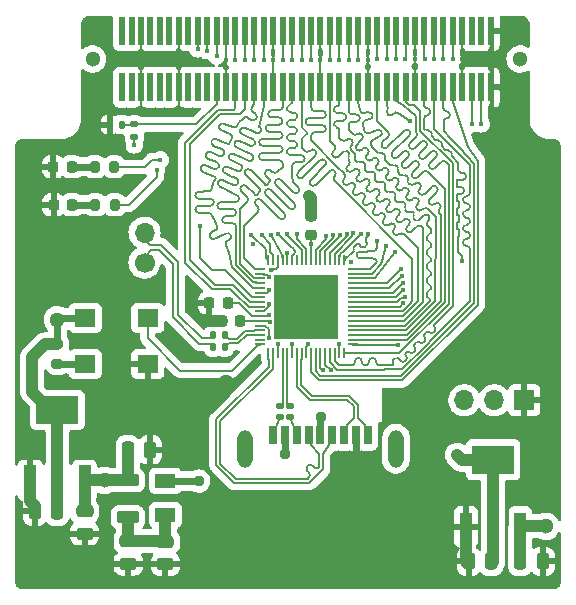
<source format=gbr>
%TF.GenerationSoftware,KiCad,Pcbnew,6.0.6-3a73a75311~116~ubuntu20.04.1*%
%TF.CreationDate,2022-07-23T10:23:23+07:00*%
%TF.ProjectId,CH569Board,43483536-3942-46f6-9172-642e6b696361,rev?*%
%TF.SameCoordinates,Original*%
%TF.FileFunction,Copper,L1,Top*%
%TF.FilePolarity,Positive*%
%FSLAX46Y46*%
G04 Gerber Fmt 4.6, Leading zero omitted, Abs format (unit mm)*
G04 Created by KiCad (PCBNEW 6.0.6-3a73a75311~116~ubuntu20.04.1) date 2022-07-23 10:23:23*
%MOMM*%
%LPD*%
G01*
G04 APERTURE LIST*
G04 Aperture macros list*
%AMRoundRect*
0 Rectangle with rounded corners*
0 $1 Rounding radius*
0 $2 $3 $4 $5 $6 $7 $8 $9 X,Y pos of 4 corners*
0 Add a 4 corners polygon primitive as box body*
4,1,4,$2,$3,$4,$5,$6,$7,$8,$9,$2,$3,0*
0 Add four circle primitives for the rounded corners*
1,1,$1+$1,$2,$3*
1,1,$1+$1,$4,$5*
1,1,$1+$1,$6,$7*
1,1,$1+$1,$8,$9*
0 Add four rect primitives between the rounded corners*
20,1,$1+$1,$2,$3,$4,$5,0*
20,1,$1+$1,$4,$5,$6,$7,0*
20,1,$1+$1,$6,$7,$8,$9,0*
20,1,$1+$1,$8,$9,$2,$3,0*%
G04 Aperture macros list end*
%TA.AperFunction,SMDPad,CuDef*%
%ADD10RoundRect,0.135000X0.185000X-0.135000X0.185000X0.135000X-0.185000X0.135000X-0.185000X-0.135000X0*%
%TD*%
%TA.AperFunction,ComponentPad*%
%ADD11C,1.300000*%
%TD*%
%TA.AperFunction,SMDPad,CuDef*%
%ADD12R,0.500000X2.400000*%
%TD*%
%TA.AperFunction,SMDPad,CuDef*%
%ADD13RoundRect,0.140000X-0.170000X0.140000X-0.170000X-0.140000X0.170000X-0.140000X0.170000X0.140000X0*%
%TD*%
%TA.AperFunction,SMDPad,CuDef*%
%ADD14RoundRect,0.225000X0.225000X0.250000X-0.225000X0.250000X-0.225000X-0.250000X0.225000X-0.250000X0*%
%TD*%
%TA.AperFunction,SMDPad,CuDef*%
%ADD15RoundRect,0.250000X0.475000X-0.250000X0.475000X0.250000X-0.475000X0.250000X-0.475000X-0.250000X0*%
%TD*%
%TA.AperFunction,SMDPad,CuDef*%
%ADD16RoundRect,0.250000X-0.250000X-0.475000X0.250000X-0.475000X0.250000X0.475000X-0.250000X0.475000X0*%
%TD*%
%TA.AperFunction,SMDPad,CuDef*%
%ADD17RoundRect,0.250000X0.250000X0.475000X-0.250000X0.475000X-0.250000X-0.475000X0.250000X-0.475000X0*%
%TD*%
%TA.AperFunction,SMDPad,CuDef*%
%ADD18RoundRect,0.218750X-0.218750X-0.256250X0.218750X-0.256250X0.218750X0.256250X-0.218750X0.256250X0*%
%TD*%
%TA.AperFunction,SMDPad,CuDef*%
%ADD19RoundRect,0.135000X0.135000X0.185000X-0.135000X0.185000X-0.135000X-0.185000X0.135000X-0.185000X0*%
%TD*%
%TA.AperFunction,ComponentPad*%
%ADD20C,1.700000*%
%TD*%
%TA.AperFunction,ComponentPad*%
%ADD21O,1.700000X1.700000*%
%TD*%
%TA.AperFunction,SMDPad,CuDef*%
%ADD22RoundRect,0.140000X-0.140000X-0.170000X0.140000X-0.170000X0.140000X0.170000X-0.140000X0.170000X0*%
%TD*%
%TA.AperFunction,SMDPad,CuDef*%
%ADD23RoundRect,0.200000X-0.275000X0.200000X-0.275000X-0.200000X0.275000X-0.200000X0.275000X0.200000X0*%
%TD*%
%TA.AperFunction,ComponentPad*%
%ADD24R,1.700000X1.700000*%
%TD*%
%TA.AperFunction,SMDPad,CuDef*%
%ADD25R,1.800000X1.500000*%
%TD*%
%TA.AperFunction,SMDPad,CuDef*%
%ADD26R,0.700000X1.600000*%
%TD*%
%TA.AperFunction,ComponentPad*%
%ADD27O,1.300000X3.200000*%
%TD*%
%TA.AperFunction,SMDPad,CuDef*%
%ADD28RoundRect,0.200000X-0.200000X-0.275000X0.200000X-0.275000X0.200000X0.275000X-0.200000X0.275000X0*%
%TD*%
%TA.AperFunction,SMDPad,CuDef*%
%ADD29R,0.980000X2.470000*%
%TD*%
%TA.AperFunction,SMDPad,CuDef*%
%ADD30R,3.600000X2.470000*%
%TD*%
%TA.AperFunction,SMDPad,CuDef*%
%ADD31R,1.730000X1.190000*%
%TD*%
%TA.AperFunction,SMDPad,CuDef*%
%ADD32RoundRect,0.225000X0.250000X-0.225000X0.250000X0.225000X-0.250000X0.225000X-0.250000X-0.225000X0*%
%TD*%
%TA.AperFunction,SMDPad,CuDef*%
%ADD33R,1.100000X2.500000*%
%TD*%
%TA.AperFunction,SMDPad,CuDef*%
%ADD34R,3.600000X2.340000*%
%TD*%
%TA.AperFunction,SMDPad,CuDef*%
%ADD35O,0.200000X0.900000*%
%TD*%
%TA.AperFunction,SMDPad,CuDef*%
%ADD36O,0.900000X0.200000*%
%TD*%
%TA.AperFunction,SMDPad,CuDef*%
%ADD37R,5.500000X5.500000*%
%TD*%
%TA.AperFunction,SMDPad,CuDef*%
%ADD38RoundRect,0.250000X-0.475000X0.250000X-0.475000X-0.250000X0.475000X-0.250000X0.475000X0.250000X0*%
%TD*%
%TA.AperFunction,SMDPad,CuDef*%
%ADD39RoundRect,0.250000X-0.700000X0.275000X-0.700000X-0.275000X0.700000X-0.275000X0.700000X0.275000X0*%
%TD*%
%TA.AperFunction,ViaPad*%
%ADD40C,0.450000*%
%TD*%
%TA.AperFunction,ViaPad*%
%ADD41C,0.950000*%
%TD*%
%TA.AperFunction,ViaPad*%
%ADD42C,0.750000*%
%TD*%
%TA.AperFunction,ViaPad*%
%ADD43C,1.300000*%
%TD*%
%TA.AperFunction,Conductor*%
%ADD44C,0.205740*%
%TD*%
%TA.AperFunction,Conductor*%
%ADD45C,0.600000*%
%TD*%
%TA.AperFunction,Conductor*%
%ADD46C,1.000000*%
%TD*%
%TA.AperFunction,Conductor*%
%ADD47C,0.200000*%
%TD*%
%TA.AperFunction,Conductor*%
%ADD48C,0.150000*%
%TD*%
G04 APERTURE END LIST*
D10*
%TO.P,R4,1*%
%TO.N,/CS*%
X111048800Y-88952800D03*
%TO.P,R4,2*%
%TO.N,/CS_15V*%
X111048800Y-87932800D03*
%TD*%
D11*
%TO.P,CN1,*%
%TO.N,*%
X143710000Y-82390000D03*
X107510000Y-82390000D03*
D12*
%TO.P,CN1,1,1*%
%TO.N,GND*%
X141210000Y-79990000D03*
%TO.P,CN1,2,2*%
X141210000Y-84790000D03*
%TO.P,CN1,3,3*%
%TO.N,unconnected-(CN1-Pad3)*%
X140410000Y-79990000D03*
%TO.P,CN1,4,4*%
%TO.N,/HD10*%
X140410000Y-84790000D03*
%TO.P,CN1,5,5*%
%TO.N,unconnected-(CN1-Pad5)*%
X139610000Y-79990000D03*
%TO.P,CN1,6,6*%
%TO.N,/HD11*%
X139610000Y-84790000D03*
%TO.P,CN1,7,7*%
%TO.N,GND*%
X138810000Y-79990000D03*
%TO.P,CN1,8,8*%
X138810000Y-84790000D03*
%TO.P,CN1,9,9*%
%TO.N,/HD12*%
X138010000Y-79990000D03*
%TO.P,CN1,10,10*%
%TO.N,/HRCLK*%
X138010000Y-84790000D03*
%TO.P,CN1,11,11*%
%TO.N,/HD13*%
X137210000Y-79990000D03*
%TO.P,CN1,12,12*%
%TO.N,/HRACK*%
X137210000Y-84790000D03*
%TO.P,CN1,13,13*%
%TO.N,/HD14*%
X136410000Y-79990000D03*
%TO.P,CN1,14,14*%
%TO.N,/HRVLD*%
X136410000Y-84790000D03*
%TO.P,CN1,15,15*%
%TO.N,/HD15*%
X135610000Y-79990000D03*
%TO.P,CN1,16,16*%
%TO.N,/HTRDY*%
X135610000Y-84790000D03*
%TO.P,CN1,17,17*%
%TO.N,GND*%
X134810000Y-79990000D03*
%TO.P,CN1,18,18*%
X134810000Y-84790000D03*
%TO.P,CN1,19,19*%
%TO.N,/HD16*%
X134010000Y-79990000D03*
%TO.P,CN1,20,20*%
%TO.N,/HD0*%
X134010000Y-84790000D03*
%TO.P,CN1,21,21*%
%TO.N,/HD17*%
X133210000Y-79990000D03*
%TO.P,CN1,22,22*%
%TO.N,/HD1*%
X133210000Y-84790000D03*
%TO.P,CN1,23,23*%
%TO.N,/HD18*%
X132410000Y-79990000D03*
%TO.P,CN1,24,24*%
%TO.N,/HD2*%
X132410000Y-84790000D03*
%TO.P,CN1,25,25*%
%TO.N,/HD19*%
X131610000Y-79990000D03*
%TO.P,CN1,26,26*%
%TO.N,/HD3*%
X131610000Y-84790000D03*
%TO.P,CN1,27,27*%
%TO.N,GND*%
X130810000Y-79990000D03*
%TO.P,CN1,28,28*%
X130810000Y-84790000D03*
%TO.P,CN1,29,29*%
%TO.N,/HD20*%
X130010000Y-79990000D03*
%TO.P,CN1,30,30*%
%TO.N,/HD4*%
X130010000Y-84790000D03*
%TO.P,CN1,31,31*%
%TO.N,/HD21*%
X129210000Y-79990000D03*
%TO.P,CN1,32,32*%
%TO.N,/HD5*%
X129210000Y-84790000D03*
%TO.P,CN1,33,33*%
%TO.N,/HD22*%
X128410000Y-79990000D03*
%TO.P,CN1,34,34*%
%TO.N,/HD6*%
X128410000Y-84790000D03*
%TO.P,CN1,35,35*%
%TO.N,/HD23*%
X127610000Y-79990000D03*
%TO.P,CN1,36,36*%
%TO.N,/HD7*%
X127610000Y-84790000D03*
%TO.P,CN1,37,37*%
%TO.N,GND*%
X126810000Y-79990000D03*
%TO.P,CN1,38,38*%
X126810000Y-84790000D03*
%TO.P,CN1,39,39*%
%TO.N,/HD24*%
X126010000Y-79990000D03*
%TO.P,CN1,40,40*%
%TO.N,/HD8*%
X126010000Y-84790000D03*
%TO.P,CN1,41,41*%
%TO.N,/HD25*%
X125210000Y-79990000D03*
%TO.P,CN1,42,42*%
%TO.N,/HD9*%
X125210000Y-84790000D03*
%TO.P,CN1,43,43*%
%TO.N,/HD26*%
X124410000Y-79990000D03*
%TO.P,CN1,44,44*%
%TO.N,/HTVLD*%
X124410000Y-84790000D03*
%TO.P,CN1,45,45*%
%TO.N,/HD27*%
X123610000Y-79990000D03*
%TO.P,CN1,46,46*%
%TO.N,/HTREQ*%
X123610000Y-84790000D03*
%TO.P,CN1,47,47*%
%TO.N,GND*%
X122810000Y-79990000D03*
%TO.P,CN1,48,48*%
X122810000Y-84790000D03*
%TO.P,CN1,49,49*%
%TO.N,/HD28*%
X122010000Y-79990000D03*
%TO.P,CN1,50,50*%
%TO.N,/HTACK{slash}TCK*%
X122010000Y-84790000D03*
%TO.P,CN1,51,51*%
%TO.N,/HD29*%
X121210000Y-79990000D03*
%TO.P,CN1,52,52*%
%TO.N,/HTCLK{slash}TIO*%
X121210000Y-84790000D03*
%TO.P,CN1,53,53*%
%TO.N,/HD30*%
X120410000Y-79990000D03*
%TO.P,CN1,54,54*%
%TO.N,/MOSI*%
X120410000Y-84790000D03*
%TO.P,CN1,55,55*%
%TO.N,/HD31*%
X119610000Y-79990000D03*
%TO.P,CN1,56,56*%
%TO.N,/MISO*%
X119610000Y-84790000D03*
%TO.P,CN1,57,57*%
%TO.N,GND*%
X118810000Y-79990000D03*
%TO.P,CN1,58,58*%
X118810000Y-84790000D03*
%TO.P,CN1,59,59*%
%TO.N,/LED1*%
X118010000Y-79990000D03*
%TO.P,CN1,60,60*%
%TO.N,/CS_15V*%
X118010000Y-84790000D03*
%TO.P,CN1,61,61*%
%TO.N,/LED2*%
X117210000Y-79990000D03*
%TO.P,CN1,62,62*%
%TO.N,unconnected-(CN1-Pad62)*%
X117210000Y-84790000D03*
%TO.P,CN1,63,63*%
%TO.N,/SCLK*%
X116410000Y-79990000D03*
%TO.P,CN1,64,64*%
%TO.N,unconnected-(CN1-Pad64)*%
X116410000Y-84790000D03*
%TO.P,CN1,65,65*%
%TO.N,unconnected-(CN1-Pad65)*%
X115610000Y-79990000D03*
%TO.P,CN1,66,66*%
%TO.N,unconnected-(CN1-Pad66)*%
X115610000Y-84790000D03*
%TO.P,CN1,67,67*%
%TO.N,GND*%
X114810000Y-79990000D03*
%TO.P,CN1,68,68*%
X114810000Y-84790000D03*
%TO.P,CN1,69,69*%
%TO.N,unconnected-(CN1-Pad69)*%
X114010000Y-79990000D03*
%TO.P,CN1,70,70*%
%TO.N,unconnected-(CN1-Pad70)*%
X114010000Y-84790000D03*
%TO.P,CN1,71,71*%
%TO.N,unconnected-(CN1-Pad71)*%
X113210000Y-79990000D03*
%TO.P,CN1,72,72*%
%TO.N,unconnected-(CN1-Pad72)*%
X113210000Y-84790000D03*
%TO.P,CN1,73,73*%
%TO.N,unconnected-(CN1-Pad73)*%
X112410000Y-79990000D03*
%TO.P,CN1,74,74*%
%TO.N,unconnected-(CN1-Pad74)*%
X112410000Y-84790000D03*
%TO.P,CN1,75,75*%
%TO.N,GND*%
X111610000Y-79990000D03*
%TO.P,CN1,76,76*%
X111610000Y-84790000D03*
%TO.P,CN1,77,77*%
%TO.N,unconnected-(CN1-Pad77)*%
X110810000Y-79990000D03*
%TO.P,CN1,78,78*%
%TO.N,unconnected-(CN1-Pad78)*%
X110810000Y-84790000D03*
%TO.P,CN1,79,79*%
%TO.N,unconnected-(CN1-Pad79)*%
X110010000Y-79990000D03*
%TO.P,CN1,80,80*%
%TO.N,unconnected-(CN1-Pad80)*%
X110010000Y-84790000D03*
%TD*%
D13*
%TO.P,C14,1*%
%TO.N,/SSTX+*%
X123342400Y-111780000D03*
%TO.P,C14,2*%
%TO.N,/STDA_SSTX+*%
X123342400Y-112740000D03*
%TD*%
D14*
%TO.P,C19,1*%
%TO.N,+1V2*%
X120025000Y-104570000D03*
%TO.P,C19,2*%
%TO.N,GND*%
X118475000Y-104570000D03*
%TD*%
D15*
%TO.P,C4,1*%
%TO.N,GND*%
X106832400Y-122565200D03*
%TO.P,C4,2*%
%TO.N,+5V*%
X106832400Y-120665200D03*
%TD*%
D14*
%TO.P,C16,1*%
%TO.N,+3V3*%
X118955000Y-103060000D03*
%TO.P,C16,2*%
%TO.N,GND*%
X117405000Y-103060000D03*
%TD*%
D16*
%TO.P,C1,1*%
%TO.N,GND*%
X102610000Y-120680000D03*
%TO.P,C1,2*%
%TO.N,+3V3*%
X104510000Y-120680000D03*
%TD*%
D13*
%TO.P,C13,1*%
%TO.N,/SSTX-*%
X124262400Y-111780000D03*
%TO.P,C13,2*%
%TO.N,/STDA_SSTX-*%
X124262400Y-112740000D03*
%TD*%
D17*
%TO.P,C3,1*%
%TO.N,GND*%
X145628400Y-124917200D03*
%TO.P,C3,2*%
%TO.N,+5V*%
X143728400Y-124917200D03*
%TD*%
D18*
%TO.P,D2,1,K*%
%TO.N,GND*%
X104206700Y-94736200D03*
%TO.P,D2,2,A*%
%TO.N,Net-(D2-Pad2)*%
X105781700Y-94736200D03*
%TD*%
%TO.P,D1,1,K*%
%TO.N,GND*%
X104186700Y-91506200D03*
%TO.P,D1,2,A*%
%TO.N,Net-(D1-Pad2)*%
X105761700Y-91506200D03*
%TD*%
D19*
%TO.P,R5,1*%
%TO.N,/CS_15V*%
X109984000Y-87934800D03*
%TO.P,R5,2*%
%TO.N,GND*%
X108964000Y-87934800D03*
%TD*%
D20*
%TO.P,J1,1,Pin_1*%
%TO.N,/GXO+*%
X111912400Y-99623800D03*
D21*
%TO.P,J1,2,Pin_2*%
%TO.N,/GXO-*%
X111912400Y-97083800D03*
%TD*%
D16*
%TO.P,C2,1*%
%TO.N,GND*%
X139359600Y-124917200D03*
%TO.P,C2,2*%
%TO.N,+1V2*%
X141259600Y-124917200D03*
%TD*%
D22*
%TO.P,C21,1*%
%TO.N,/GXO+*%
X117731600Y-106781600D03*
%TO.P,C21,2*%
%TO.N,/GX+*%
X118691600Y-106781600D03*
%TD*%
D15*
%TO.P,C12,1*%
%TO.N,GND*%
X113680000Y-125170000D03*
%TO.P,C12,2*%
%TO.N,/5V_FILTER*%
X113680000Y-123270000D03*
%TD*%
D23*
%TO.P,R1,1*%
%TO.N,+3V3*%
X104540000Y-106550000D03*
%TO.P,R1,2*%
%TO.N,Net-(R1-Pad2)*%
X104540000Y-108200000D03*
%TD*%
D24*
%TO.P,J2,1,Pin_1*%
%TO.N,GND*%
X144075000Y-111275000D03*
D21*
%TO.P,J2,2,Pin_2*%
%TO.N,/RXD*%
X141535000Y-111275000D03*
%TO.P,J2,3,Pin_3*%
%TO.N,/TXD*%
X138995000Y-111275000D03*
%TD*%
D25*
%TO.P,X1,1,E/D*%
%TO.N,Net-(R1-Pad2)*%
X106895000Y-108215000D03*
%TO.P,X1,2,GND*%
%TO.N,GND*%
X112175000Y-108215000D03*
%TO.P,X1,3,OUT*%
%TO.N,/XI*%
X112175000Y-104315000D03*
%TO.P,X1,4,VDD*%
%TO.N,+3V3*%
X106895000Y-104315000D03*
%TD*%
D17*
%TO.P,C7,1*%
%TO.N,GND*%
X112405000Y-115482400D03*
%TO.P,C7,2*%
%TO.N,+5V*%
X110505000Y-115482400D03*
%TD*%
D26*
%TO.P,USB1,1,VBUS*%
%TO.N,/VBUS*%
X123800000Y-114230007D03*
%TO.P,USB1,2,D-*%
%TO.N,/D-*%
X125800000Y-114230007D03*
%TO.P,USB1,3,D+*%
%TO.N,/D+*%
X127800000Y-114230007D03*
%TO.P,USB1,4,GND*%
%TO.N,GND*%
X129800000Y-114230007D03*
%TO.P,USB1,5,STDA_SSRX-*%
%TO.N,/SSRX-*%
X130800000Y-114230007D03*
%TO.P,USB1,6,STDA_SSRX+*%
%TO.N,/SSRX+*%
X128800000Y-114230007D03*
%TO.P,USB1,7,GND_DRAIN*%
%TO.N,GND*%
X126800000Y-114230007D03*
%TO.P,USB1,8,STDA_SSTX-*%
%TO.N,/STDA_SSTX-*%
X124800000Y-114230007D03*
%TO.P,USB1,9,STDA_SSTX+*%
%TO.N,/STDA_SSTX+*%
X122800000Y-114230007D03*
D27*
%TO.P,USB1,10,10*%
%TO.N,unconnected-(USB1-Pad10)*%
X120400000Y-115390007D03*
%TO.P,USB1,11,11*%
%TO.N,unconnected-(USB1-Pad11)*%
X133200000Y-115390007D03*
%TD*%
D28*
%TO.P,R3,1*%
%TO.N,Net-(D2-Pad2)*%
X107749200Y-94736200D03*
%TO.P,R3,2*%
%TO.N,/LED2*%
X109399200Y-94736200D03*
%TD*%
D29*
%TO.P,U2,1,GND*%
%TO.N,GND*%
X139134000Y-121978000D03*
%TO.P,U2,2,Out*%
%TO.N,+1V2*%
X141434000Y-121978000D03*
%TO.P,U2,3,In*%
%TO.N,+5V*%
X143734000Y-121978000D03*
D30*
%TO.P,U2,4,TAB*%
%TO.N,+1V2*%
X141434000Y-116318000D03*
%TD*%
D28*
%TO.P,R2,1*%
%TO.N,Net-(D1-Pad2)*%
X107709200Y-91516200D03*
%TO.P,R2,2*%
%TO.N,/LED1*%
X109359200Y-91516200D03*
%TD*%
D31*
%TO.P,F1,1,1*%
%TO.N,/5V_FILTER*%
X113680000Y-120996400D03*
%TO.P,F1,2,2*%
%TO.N,/VBUS*%
X113680000Y-118096400D03*
%TD*%
D32*
%TO.P,C15,1*%
%TO.N,/VIO*%
X126000000Y-97265000D03*
%TO.P,C15,2*%
%TO.N,GND*%
X126000000Y-95715000D03*
%TD*%
D22*
%TO.P,C22,1*%
%TO.N,/GXO-*%
X117731600Y-105765600D03*
%TO.P,C22,2*%
%TO.N,/GX-*%
X118691600Y-105765600D03*
%TD*%
D33*
%TO.P,U1,1,GND/ADJ*%
%TO.N,GND*%
X102239000Y-118062000D03*
%TO.P,U1,2,Vout*%
%TO.N,+3V3*%
X104539000Y-118062000D03*
%TO.P,U1,3,Vin*%
%TO.N,+5V*%
X106839000Y-118062000D03*
D34*
%TO.P,U1,4,Vout*%
%TO.N,+3V3*%
X104539000Y-112122000D03*
%TD*%
D35*
%TO.P,U4,1,UD+*%
%TO.N,/D+*%
X122402600Y-107310000D03*
%TO.P,U4,2,UD-*%
%TO.N,/D-*%
X122802600Y-107310000D03*
%TO.P,U4,3,V33USB*%
%TO.N,+3V3*%
X123202600Y-107310000D03*
%TO.P,U4,4,SSTXA*%
%TO.N,/SSTX+*%
X123602600Y-107310000D03*
%TO.P,U4,5,SSTXB*%
%TO.N,/SSTX-*%
X124002600Y-107310000D03*
%TO.P,U4,6,V12USB*%
%TO.N,+1V2*%
X124402600Y-107310000D03*
%TO.P,U4,7,SSRXA*%
%TO.N,/SSRX+*%
X124802600Y-107310000D03*
%TO.P,U4,8,SSRXB*%
%TO.N,/SSRX-*%
X125202600Y-107310000D03*
%TO.P,U4,9,V12CORE*%
%TO.N,+1V2*%
X125602600Y-107310000D03*
%TO.P,U4,10,PA19*%
%TO.N,/HRCLK*%
X126002600Y-107310000D03*
%TO.P,U4,11,PA18*%
%TO.N,/HRACK*%
X126402600Y-107310000D03*
%TO.P,U4,12,PA8*%
%TO.N,/TXD*%
X126802600Y-107310000D03*
%TO.P,U4,13,PA7*%
%TO.N,/RXD*%
X127202600Y-107310000D03*
%TO.P,U4,14,PA6*%
%TO.N,/HRVLD*%
X127602600Y-107310000D03*
%TO.P,U4,15,PA5*%
%TO.N,/HD0*%
X128002600Y-107310000D03*
%TO.P,U4,16,VDDIO*%
%TO.N,/VIO*%
X128402600Y-107310000D03*
%TO.P,U4,17,PA4*%
%TO.N,/HD1*%
X128802600Y-107310000D03*
D36*
%TO.P,U4,18,PA23*%
%TO.N,/HTRDY*%
X129552600Y-106560000D03*
%TO.P,U4,19,PA3*%
%TO.N,/HD3*%
X129552600Y-106160000D03*
%TO.P,U4,20,PA2*%
%TO.N,/HD4*%
X129552600Y-105760000D03*
%TO.P,U4,21,PA1*%
%TO.N,/HD5*%
X129552600Y-105360000D03*
%TO.P,U4,22,PA0*%
%TO.N,/HD6*%
X129552600Y-104960000D03*
%TO.P,U4,23,PB21*%
%TO.N,/HD7*%
X129552600Y-104560000D03*
%TO.P,U4,24,PB20*%
%TO.N,/HD8*%
X129552600Y-104160000D03*
%TO.P,U4,25,PB19*%
%TO.N,/HD9*%
X129552600Y-103760000D03*
%TO.P,U4,26,PB18*%
%TO.N,/HD10*%
X129552600Y-103360000D03*
%TO.P,U4,27,PB17*%
%TO.N,/HD11*%
X129552600Y-102960000D03*
%TO.P,U4,28,PA17*%
%TO.N,/HD12*%
X129552600Y-102560000D03*
%TO.P,U4,29,PB16*%
%TO.N,/HD13*%
X129552600Y-102160000D03*
%TO.P,U4,30,PB15*%
%TO.N,/HD14*%
X129552600Y-101760000D03*
%TO.P,U4,31,PB14*%
%TO.N,/HD15*%
X129552600Y-101360000D03*
%TO.P,U4,32,PB0*%
%TO.N,/HD16*%
X129552600Y-100960000D03*
%TO.P,U4,33,PB1*%
%TO.N,/HD17*%
X129552600Y-100560000D03*
%TO.P,U4,34,PB2*%
%TO.N,/HD18*%
X129552600Y-100160000D03*
D35*
%TO.P,U4,35,PA20*%
%TO.N,/HD19*%
X128802600Y-99410000D03*
%TO.P,U4,36,PB3*%
%TO.N,/HD20*%
X128402600Y-99410000D03*
%TO.P,U4,37,PB4*%
%TO.N,/HD21*%
X128002600Y-99410000D03*
%TO.P,U4,38,PB5*%
%TO.N,/HD22*%
X127602600Y-99410000D03*
%TO.P,U4,39,PB6*%
%TO.N,/HD23*%
X127202600Y-99410000D03*
%TO.P,U4,40,PA16*%
%TO.N,/HD24*%
X126802600Y-99410000D03*
%TO.P,U4,41,PB7*%
%TO.N,/HD25*%
X126402600Y-99410000D03*
%TO.P,U4,42,VDDIO*%
%TO.N,/VIO*%
X126002600Y-99410000D03*
%TO.P,U4,43,PB8*%
%TO.N,/HD26*%
X125602600Y-99410000D03*
%TO.P,U4,44,PB9*%
%TO.N,/HD27*%
X125202600Y-99410000D03*
%TO.P,U4,45,PB22*%
%TO.N,unconnected-(U4-Pad45)*%
X124802600Y-99410000D03*
%TO.P,U4,46,PB10*%
%TO.N,/HD28*%
X124402600Y-99410000D03*
%TO.P,U4,47,PB23*%
%TO.N,/LED1*%
X124002600Y-99410000D03*
%TO.P,U4,48,PB11*%
%TO.N,/HD29*%
X123602600Y-99410000D03*
%TO.P,U4,49,PB24*%
%TO.N,/LED2*%
X123202600Y-99410000D03*
%TO.P,U4,50,PB12*%
%TO.N,/HD30*%
X122802600Y-99410000D03*
%TO.P,U4,51,PB13*%
%TO.N,/HD31*%
X122402600Y-99410000D03*
D36*
%TO.P,U4,52,PA21*%
%TO.N,/HTVLD*%
X121652600Y-100160000D03*
%TO.P,U4,53,PA22*%
%TO.N,/HD2*%
X121652600Y-100560000D03*
%TO.P,U4,54,PA9*%
%TO.N,/HTREQ*%
X121652600Y-100960000D03*
%TO.P,U4,55,PA10*%
%TO.N,/HTACK{slash}TCK*%
X121652600Y-101360000D03*
%TO.P,U4,56,PA11*%
%TO.N,/HTCLK{slash}TIO*%
X121652600Y-101760000D03*
%TO.P,U4,57,PA12*%
%TO.N,/CS*%
X121652600Y-102160000D03*
%TO.P,U4,58,PA13*%
%TO.N,/SCLK*%
X121652600Y-102560000D03*
%TO.P,U4,59,PA14*%
%TO.N,/MOSI*%
X121652600Y-102960000D03*
%TO.P,U4,60,PA15*%
%TO.N,/MISO*%
X121652600Y-103360000D03*
%TO.P,U4,61,VDDIO*%
%TO.N,/VIO*%
X121652600Y-103760000D03*
%TO.P,U4,62,V33LDO*%
%TO.N,+3V3*%
X121652600Y-104160000D03*
%TO.P,U4,63,V12CORE*%
%TO.N,+1V2*%
X121652600Y-104560000D03*
%TO.P,U4,64,V33GX*%
%TO.N,+3V3*%
X121652600Y-104960000D03*
%TO.P,U4,65,GXM*%
%TO.N,/GX-*%
X121652600Y-105360000D03*
%TO.P,U4,66,GXP*%
%TO.N,/GX+*%
X121652600Y-105760000D03*
%TO.P,U4,67,XO*%
%TO.N,unconnected-(U4-Pad67)*%
X121652600Y-106160000D03*
%TO.P,U4,68,XI*%
%TO.N,/XI*%
X121652600Y-106560000D03*
D37*
%TO.P,U4,69,GND*%
%TO.N,GND*%
X125602600Y-103360000D03*
%TD*%
D38*
%TO.P,C11,1*%
%TO.N,/5V_FILTER*%
X110530400Y-123219200D03*
%TO.P,C11,2*%
%TO.N,GND*%
X110530400Y-125119200D03*
%TD*%
D39*
%TO.P,FB1,1*%
%TO.N,+5V*%
X110505000Y-118047400D03*
%TO.P,FB1,2*%
%TO.N,/5V_FILTER*%
X110505000Y-121197400D03*
%TD*%
D40*
%TO.N,GND*%
X110520000Y-126730000D03*
X126810000Y-82460000D03*
D41*
X117023147Y-104516260D03*
D40*
X114525000Y-98175000D03*
X113500000Y-100125000D03*
D42*
X127711200Y-105521000D03*
D40*
X139225000Y-126475000D03*
X118170000Y-119510000D03*
X116240000Y-112310000D03*
D42*
X127711200Y-104454200D03*
D40*
X137850000Y-124975000D03*
X111610000Y-86845000D03*
D42*
X123444000Y-103362000D03*
D40*
X130820000Y-82450000D03*
X113680000Y-126720000D03*
X109540000Y-82520000D03*
X106850000Y-123600000D03*
X139827000Y-106553000D03*
D43*
X118790000Y-109750000D03*
D41*
X129780000Y-115940000D03*
D40*
X114071400Y-106629200D03*
D42*
X124510800Y-102295200D03*
D40*
X113325000Y-102750000D03*
X117620000Y-110660000D03*
D42*
X126644400Y-102320600D03*
D40*
X109474000Y-103886000D03*
X102320000Y-90180000D03*
X141986000Y-90678000D03*
X123750000Y-119540000D03*
X135330000Y-110590000D03*
D42*
X124510800Y-104428800D03*
X123444000Y-104428800D03*
D40*
X142990000Y-94170000D03*
X111125000Y-92575000D03*
X141986000Y-97663000D03*
D42*
X123444000Y-105495600D03*
D40*
X114800000Y-81680000D03*
D42*
X125577600Y-105495600D03*
D40*
X107797600Y-87934800D03*
X141953756Y-100853519D03*
X113893600Y-109067600D03*
X116230000Y-114580000D03*
D42*
X123444000Y-102295200D03*
D40*
X136220000Y-117640000D03*
X119608600Y-107289600D03*
D42*
X125848191Y-94020630D03*
D40*
X115544600Y-109702600D03*
X138810000Y-82390000D03*
X101370000Y-120690000D03*
X145650000Y-126450000D03*
D42*
X124510800Y-101203000D03*
D40*
X129840000Y-119470000D03*
X116190000Y-116320000D03*
X102220000Y-115860000D03*
X107670000Y-84820000D03*
X111610000Y-82500000D03*
X114935000Y-107492800D03*
X129413000Y-99568000D03*
D41*
X126820000Y-112680000D03*
D40*
X113360200Y-105816400D03*
D42*
X124510800Y-103362000D03*
X125577600Y-103362000D03*
D40*
X122810000Y-82450000D03*
X132440000Y-112320000D03*
D42*
X126644400Y-103387400D03*
X125577600Y-102295200D03*
X123444000Y-101203000D03*
D40*
X141986000Y-87376000D03*
X102250000Y-96690000D03*
X138176000Y-107950000D03*
X143040000Y-84800000D03*
D42*
X125577600Y-104428800D03*
D40*
X143040000Y-80040000D03*
X117023147Y-107893853D03*
D42*
X126644400Y-105521000D03*
D40*
X102270000Y-93470000D03*
D42*
X127711200Y-103387400D03*
D40*
X117398800Y-109677200D03*
X121080000Y-98060000D03*
X114500000Y-96075000D03*
X134810000Y-82380000D03*
X141986000Y-104394000D03*
D42*
X124510800Y-105495600D03*
D40*
X107610000Y-79950000D03*
D42*
X126644400Y-101228400D03*
X126644400Y-104454200D03*
D40*
X112180000Y-110660000D03*
X118810000Y-82490000D03*
D42*
X125577600Y-101203000D03*
X127711200Y-102320600D03*
X127711200Y-101228400D03*
D43*
%TO.N,+3V3*%
X104540000Y-104460000D03*
D40*
X123200000Y-106550000D03*
X122450000Y-106000000D03*
X122480000Y-104080000D03*
D43*
%TO.N,+5V*%
X108528000Y-118062000D03*
X145896800Y-121958000D03*
D40*
%TO.N,+1V2*%
X122500000Y-104680000D03*
X125790000Y-106510000D03*
X124400000Y-106560000D03*
D41*
X138360000Y-115910000D03*
D40*
%TO.N,/VIO*%
X126034800Y-98044000D03*
X122490000Y-103110000D03*
X128380000Y-106550000D03*
%TO.N,/SCLK*%
X116586000Y-96520000D03*
X116459000Y-81534000D03*
%TO.N,/CS*%
X111048800Y-89662000D03*
X122490000Y-101930000D03*
%TO.N,/HD2*%
X122460000Y-100810000D03*
X134420000Y-87640000D03*
%TO.N,/HD18*%
X132400000Y-82400000D03*
X131622800Y-97790000D03*
%TO.N,/HD17*%
X133225000Y-82400000D03*
X132384800Y-98196400D03*
%TO.N,/HD16*%
X133096000Y-98755200D03*
X134000000Y-82400000D03*
%TO.N,/HD15*%
X133637768Y-100128917D03*
X135625000Y-82425000D03*
%TO.N,/HD14*%
X133678099Y-100731164D03*
X136425000Y-82425000D03*
%TO.N,/HD13*%
X137225000Y-82425000D03*
X133775000Y-101325000D03*
%TO.N,/HD12*%
X138000000Y-82425000D03*
X133817712Y-101951384D03*
%TO.N,/HD11*%
X139598400Y-87884000D03*
X133993549Y-102500416D03*
%TO.N,/HD10*%
X140411200Y-87884000D03*
X133822478Y-103050952D03*
%TO.N,/HTRDY*%
X133340000Y-106640000D03*
X138770000Y-99520000D03*
%TO.N,/HD19*%
X131600000Y-82400000D03*
X130850000Y-97200000D03*
%TO.N,/HD20*%
X130250000Y-97175000D03*
X130000000Y-82500000D03*
%TO.N,/HD21*%
X129604047Y-97152549D03*
X129200000Y-82500000D03*
%TO.N,/HD23*%
X128462025Y-97301824D03*
X127600000Y-82500000D03*
%TO.N,/HD25*%
X125225000Y-82475000D03*
X127317823Y-97370467D03*
%TO.N,/HD27*%
X123950000Y-97200000D03*
X123600000Y-82500000D03*
%TO.N,/HD28*%
X123250000Y-97210000D03*
X122025000Y-82500000D03*
%TO.N,/LED1*%
X123991255Y-98830218D03*
X118010000Y-82120000D03*
X113260000Y-90930000D03*
%TO.N,/HD29*%
X122580000Y-97280000D03*
X121200000Y-82500000D03*
%TO.N,/LED2*%
X117220000Y-81690000D03*
X112945711Y-91770711D03*
X122580000Y-100220000D03*
%TO.N,/HD30*%
X121825000Y-97300000D03*
X120400000Y-82500000D03*
%TO.N,/HD31*%
X120950000Y-97250000D03*
X119600000Y-82500000D03*
%TO.N,/TXD*%
X127029324Y-108749973D03*
%TO.N,/RXD*%
X127680000Y-108760000D03*
D41*
%TO.N,/VBUS*%
X116500000Y-118120000D03*
X123780000Y-115870000D03*
D40*
%TO.N,/HD22*%
X129029532Y-97200378D03*
X128400000Y-82500000D03*
%TO.N,/HD24*%
X126000000Y-82500000D03*
X127886195Y-97273983D03*
%TO.N,/HD26*%
X124425000Y-82500000D03*
X124825000Y-97200000D03*
%TD*%
D44*
%TO.N,GND*%
X111610000Y-79990000D02*
X111610000Y-84790000D01*
X118810000Y-84790000D02*
X118810000Y-82490000D01*
X130810000Y-82440000D02*
X130810000Y-79990000D01*
X114810000Y-84790000D02*
X114810000Y-79990000D01*
D45*
X129800000Y-114230007D02*
X129800000Y-115920000D01*
D44*
X114810000Y-86866000D02*
X114810000Y-84790000D01*
X107797600Y-87934800D02*
X108964000Y-87934800D01*
D46*
X102230000Y-118071000D02*
X102239000Y-118062000D01*
X118475000Y-104570000D02*
X117076887Y-104570000D01*
D44*
X118810000Y-79990000D02*
X118810000Y-82490000D01*
X114810000Y-86866000D02*
X111635000Y-86866000D01*
D46*
X102610000Y-120200000D02*
X102230000Y-119820000D01*
X126000000Y-95715000D02*
X126000000Y-94172439D01*
D44*
X130810000Y-82460000D02*
X130820000Y-82450000D01*
X122810000Y-82450000D02*
X122810000Y-79990000D01*
X134810000Y-84790000D02*
X134810000Y-79990000D01*
X111633000Y-86868000D02*
X111610000Y-86845000D01*
X130810000Y-84790000D02*
X130810000Y-82460000D01*
X130820000Y-82450000D02*
X130810000Y-82440000D01*
D46*
X102610000Y-120680000D02*
X102610000Y-120200000D01*
X139120000Y-124980000D02*
X139120000Y-121992000D01*
D44*
X126810000Y-84790000D02*
X126810000Y-79990000D01*
D45*
X129800000Y-115920000D02*
X129780000Y-115940000D01*
D44*
X122810000Y-84790000D02*
X122810000Y-82450000D01*
D45*
X126800000Y-112700000D02*
X126820000Y-112680000D01*
D46*
X139120000Y-121992000D02*
X139134000Y-121978000D01*
X102230000Y-119820000D02*
X102230000Y-118071000D01*
D44*
X111635000Y-86866000D02*
X111633000Y-86868000D01*
D46*
X117076887Y-104570000D02*
X117023147Y-104516260D01*
D44*
X111610000Y-86845000D02*
X111610000Y-84790000D01*
X138810000Y-84790000D02*
X138810000Y-79990000D01*
D46*
X126000000Y-94172439D02*
X125848191Y-94020630D01*
D45*
X126800000Y-114230007D02*
X126800000Y-112700000D01*
%TO.N,+3V3*%
X104685000Y-104315000D02*
X106895000Y-104315000D01*
D47*
X123203000Y-107312000D02*
X123203000Y-106553000D01*
X119880000Y-103060000D02*
X118955000Y-103060000D01*
D46*
X104510000Y-120680000D02*
X104510000Y-118091000D01*
D47*
X123203000Y-106553000D02*
X123200000Y-106550000D01*
D46*
X104510000Y-118091000D02*
X104539000Y-118062000D01*
D44*
X122134416Y-104962000D02*
X122450000Y-105277584D01*
D45*
X104540000Y-104460000D02*
X104540000Y-106550000D01*
D44*
X121653000Y-104962000D02*
X122134416Y-104962000D01*
D46*
X102390000Y-110540000D02*
X102390000Y-107620000D01*
X103972000Y-112122000D02*
X102390000Y-110540000D01*
D47*
X122480000Y-104080000D02*
X122449498Y-104162000D01*
D45*
X104540000Y-104460000D02*
X104685000Y-104315000D01*
D47*
X122449498Y-104162000D02*
X120982000Y-104162000D01*
D46*
X102390000Y-107620000D02*
X103460000Y-106550000D01*
X104539000Y-118062000D02*
X104539000Y-112122000D01*
X103460000Y-106550000D02*
X104540000Y-106550000D01*
X104539000Y-112122000D02*
X103972000Y-112122000D01*
D44*
X122450000Y-105277584D02*
X122450000Y-106000000D01*
D47*
X120982000Y-104162000D02*
X119880000Y-103060000D01*
D46*
%TO.N,+5V*%
X110505000Y-118047400D02*
X110505000Y-115482400D01*
X106832400Y-120665200D02*
X106832400Y-118068600D01*
X106839000Y-118062000D02*
X108528000Y-118062000D01*
X143802800Y-121920000D02*
X145858800Y-121920000D01*
X110490400Y-118062000D02*
X110505000Y-118047400D01*
X106832400Y-118068600D02*
X106839000Y-118062000D01*
X143734000Y-121978000D02*
X143734000Y-124911600D01*
X143734000Y-124911600D02*
X143728400Y-124917200D01*
X108528000Y-118062000D02*
X110490400Y-118062000D01*
%TO.N,/5V_FILTER*%
X110505000Y-121197400D02*
X110505000Y-123193800D01*
X110505000Y-123193800D02*
X110530400Y-123219200D01*
X113629200Y-123219200D02*
X113680000Y-123270000D01*
X110530400Y-123219200D02*
X113629200Y-123219200D01*
X113680000Y-123270000D02*
X113680000Y-120996400D01*
D45*
%TO.N,Net-(D1-Pad2)*%
X105761700Y-91506200D02*
X107699200Y-91506200D01*
D47*
%TO.N,+1V2*%
X122376995Y-104562000D02*
X120033000Y-104562000D01*
X125603000Y-106757000D02*
X125603000Y-107312000D01*
D46*
X138768000Y-116318000D02*
X138360000Y-115910000D01*
D47*
X125790000Y-106510000D02*
X125603000Y-106757000D01*
D46*
X141450000Y-124980000D02*
X141450000Y-121994000D01*
D47*
X122500000Y-104680000D02*
X122376995Y-104562000D01*
X124400000Y-106560000D02*
X124403000Y-106597000D01*
D46*
X141434000Y-121978000D02*
X141434000Y-116318000D01*
D47*
X120033000Y-104562000D02*
X120025000Y-104570000D01*
D46*
X141434000Y-116318000D02*
X138768000Y-116318000D01*
D47*
X124403000Y-106597000D02*
X124403000Y-107312000D01*
D46*
X141450000Y-121994000D02*
X141434000Y-121978000D01*
D47*
%TO.N,/VIO*%
X128403000Y-106573000D02*
X128380000Y-106550000D01*
X122490000Y-103336769D02*
X122064769Y-103762000D01*
D48*
X126003000Y-99412000D02*
X126034800Y-98044000D01*
D47*
X122490000Y-103110000D02*
X122490000Y-103336769D01*
D44*
X126034800Y-98044000D02*
X126000000Y-97265000D01*
D47*
X128403000Y-107312000D02*
X128403000Y-106573000D01*
X122064769Y-103762000D02*
X121653000Y-103762000D01*
D44*
%TO.N,/SSTX-*%
X123969370Y-111486970D02*
X124262400Y-111780000D01*
X124003000Y-107312000D02*
X124003000Y-107762000D01*
X124003000Y-107762000D02*
X123969370Y-107795630D01*
X123969370Y-107795630D02*
X123969370Y-111486970D01*
%TO.N,/SSTX+*%
X123636630Y-107795630D02*
X123636630Y-111485770D01*
X123636630Y-111485770D02*
X123342400Y-111780000D01*
X123603000Y-107312000D02*
X123603000Y-107762000D01*
X123603000Y-107762000D02*
X123636630Y-107795630D01*
D45*
%TO.N,Net-(R1-Pad2)*%
X106880000Y-108200000D02*
X106895000Y-108215000D01*
X104540000Y-108200000D02*
X106880000Y-108200000D01*
D44*
%TO.N,/XI*%
X121508000Y-106562000D02*
X121653000Y-106562000D01*
X112175000Y-106028200D02*
X114909600Y-108762800D01*
X112175000Y-104315000D02*
X112175000Y-106028200D01*
X114909600Y-108762800D02*
X119307200Y-108762800D01*
X119307200Y-108762800D02*
X121508000Y-106562000D01*
D47*
%TO.N,/MISO*%
X117624200Y-101876200D02*
X115366800Y-99618800D01*
X119166200Y-101876200D02*
X117624200Y-101876200D01*
X115366800Y-99618800D02*
X115366800Y-89458800D01*
X119481600Y-86664800D02*
X119610000Y-86536400D01*
X115366800Y-89458800D02*
X118160800Y-86664800D01*
X118160800Y-86664800D02*
X119481600Y-86664800D01*
X121653000Y-103362000D02*
X120792000Y-103362000D01*
X119510000Y-102220000D02*
X119166200Y-101876200D01*
X119610000Y-86536400D02*
X119610000Y-84790000D01*
X120792000Y-103362000D02*
X119510000Y-102220000D01*
%TO.N,/MOSI*%
X119989600Y-87020400D02*
X118267648Y-87020400D01*
X120410000Y-86498400D02*
X120410000Y-84790000D01*
X120396000Y-86563200D02*
X120396000Y-86512400D01*
X118267648Y-87020400D02*
X115722400Y-89565648D01*
X120857000Y-102962000D02*
X121653000Y-102962000D01*
X120410000Y-86498400D02*
X120410000Y-86600000D01*
X120410000Y-86600000D02*
X119989600Y-87020400D01*
X115722400Y-89565648D02*
X115722400Y-99364800D01*
X117906800Y-101549200D02*
X119442500Y-101547500D01*
X120396000Y-86512400D02*
X120410000Y-86498400D01*
X115722400Y-99364800D02*
X117906800Y-101549200D01*
X119442500Y-101547500D02*
X120857000Y-102962000D01*
D44*
%TO.N,/SCLK*%
X118712760Y-100277500D02*
X118657500Y-100277500D01*
D47*
X116586000Y-99261500D02*
X116586000Y-96520000D01*
X117602000Y-100277500D02*
X116586000Y-99261500D01*
D44*
X120997260Y-102562000D02*
X118712760Y-100277500D01*
D47*
X116459000Y-81534000D02*
X116459000Y-80039000D01*
X118657500Y-100277500D02*
X117602000Y-100277500D01*
D44*
X121653000Y-102562000D02*
X120997260Y-102562000D01*
D47*
X116459000Y-80039000D02*
X116410000Y-79990000D01*
%TO.N,/CS*%
X122258000Y-102162000D02*
X122490000Y-101930000D01*
X121653000Y-102162000D02*
X122258000Y-102162000D01*
X111048800Y-89662000D02*
X111048800Y-88952800D01*
D44*
%TO.N,/HTCLK{slash}TIO*%
X119098876Y-89578829D02*
X119288654Y-89116244D01*
X118249735Y-88002402D02*
X118249734Y-88002402D01*
X118062245Y-96510519D02*
X118062246Y-96510517D01*
X119135194Y-88720708D02*
X119135193Y-88720706D01*
X121071493Y-86867893D02*
X121071492Y-86867894D01*
X117514230Y-90279825D02*
X118254365Y-90583469D01*
X120943488Y-87526388D02*
X120943489Y-87526388D01*
X121016595Y-86447195D02*
X121210000Y-86195740D01*
X116211653Y-93914416D02*
X116211654Y-93914416D01*
X116508569Y-93611361D02*
X117308528Y-93603173D01*
X118935719Y-97766329D02*
X118935720Y-97766329D01*
X117969698Y-89169622D02*
X118709833Y-89473266D01*
X118482099Y-90028369D02*
X118482098Y-90028367D01*
X118482098Y-90028367D02*
X117741964Y-89724722D01*
X118696368Y-97216135D02*
X117830659Y-97592745D01*
X117591308Y-97042551D02*
X117906826Y-96905290D01*
X119135193Y-88720706D02*
X118403196Y-88397939D01*
X121210000Y-86195740D02*
X121210000Y-84790000D01*
X119772805Y-88018247D02*
X119888000Y-87757000D01*
X117732472Y-92909438D02*
X117922250Y-92446853D01*
X117806061Y-95921630D02*
X117630000Y-95700000D01*
X120284993Y-87398383D02*
X120284995Y-87398384D01*
X119330000Y-99994576D02*
X119049800Y-98780600D01*
X121262000Y-101762000D02*
X121097424Y-101762000D01*
X117326946Y-95403085D02*
X116526988Y-95411272D01*
X121097424Y-101762000D02*
X119330000Y-99994576D01*
X117475000Y-94208600D02*
X116514708Y-94211331D01*
X117326947Y-95403085D02*
X117326946Y-95403085D01*
X120243600Y-87452200D02*
X120284993Y-87398383D01*
X118190314Y-91529987D02*
X118190315Y-91529989D01*
X121309289Y-87050794D02*
X121071493Y-86867893D01*
X116667343Y-91553710D02*
X116667344Y-91553710D01*
X119049800Y-98780600D02*
X118780299Y-98161101D01*
X116520849Y-94811302D02*
X117481139Y-94808570D01*
X117435888Y-97437324D02*
X117435886Y-97437323D01*
X118190315Y-91529989D02*
X118190313Y-91529988D01*
X117894969Y-92381616D02*
X117894969Y-92381617D01*
X116223934Y-95114358D02*
X116223934Y-95114357D01*
X118645782Y-90419784D02*
X118645783Y-90419786D01*
X120705693Y-87343488D02*
X120943488Y-87526388D01*
X118026631Y-91138572D02*
X118026630Y-91138570D01*
X118828489Y-97158659D02*
X118696368Y-97216135D01*
X117894969Y-92381617D02*
X116831027Y-91945128D01*
X119888000Y-87757000D02*
X120243600Y-87452200D01*
X118062246Y-96510517D02*
X117806061Y-95921630D01*
X118645272Y-87848940D02*
X119377270Y-88171708D01*
X117058762Y-91390028D02*
X117798897Y-91693672D01*
X117778054Y-94505515D02*
X117778055Y-94505515D01*
X119772808Y-88018248D02*
X119772805Y-88018247D01*
X118709833Y-89473266D02*
X119033640Y-89606109D01*
X118645783Y-90419786D02*
X118645781Y-90419785D01*
X118026630Y-91138570D02*
X117286496Y-90834925D01*
X118935720Y-97766329D02*
X119067840Y-97708852D01*
X117605442Y-93300119D02*
X117732472Y-92909438D01*
X117894954Y-92381651D02*
G75*
G02*
X117922249Y-92446853I-18954J-46249D01*
G01*
X119223224Y-97314097D02*
G75*
G02*
X119067840Y-97708851I-275024J-119703D01*
G01*
X118249671Y-88002374D02*
G75*
G03*
X118403196Y-88397938I274529J-121026D01*
G01*
X119135188Y-88720721D02*
G75*
G02*
X119288654Y-89116244I-120988J-274479D01*
G01*
X117122862Y-90443528D02*
G75*
G03*
X117286496Y-90834925I277538J-113872D01*
G01*
X117475000Y-94208646D02*
G75*
G02*
X117778054Y-94505515I3100J-299954D01*
G01*
X120705698Y-87343482D02*
G75*
G03*
X120284996Y-87398384I-182898J-237818D01*
G01*
X119772801Y-88018245D02*
G75*
G02*
X119377270Y-88171707I-274501J121045D01*
G01*
X116211569Y-93914417D02*
G75*
G03*
X116514708Y-94211331I300031J3117D01*
G01*
X118935705Y-97766297D02*
G75*
G03*
X118780300Y-98161101I119695J-275103D01*
G01*
X119098829Y-89578810D02*
G75*
G02*
X119033640Y-89606109I-46229J18910D01*
G01*
X117591279Y-97042485D02*
G75*
G03*
X117435886Y-97437323I119721J-275115D01*
G01*
X118645753Y-90419772D02*
G75*
G02*
X118254365Y-90583468I-277553J113872D01*
G01*
X118062215Y-96510532D02*
G75*
G02*
X117906826Y-96905289I-275115J-119668D01*
G01*
X117514243Y-90279792D02*
G75*
G03*
X117122812Y-90443507I-113843J-277608D01*
G01*
X116223929Y-95114358D02*
G75*
G03*
X116526988Y-95411271I299971J3058D01*
G01*
X121364197Y-87471499D02*
G75*
G02*
X120943489Y-87526388I-237797J182899D01*
G01*
X118482115Y-90028331D02*
G75*
G02*
X118645781Y-90419785I-113915J-277569D01*
G01*
X117578300Y-89333312D02*
G75*
G03*
X117741964Y-89724721I277500J-113888D01*
G01*
X117058760Y-91390033D02*
G75*
G03*
X116667345Y-91553710I-113860J-277567D01*
G01*
X116520849Y-94811335D02*
G75*
G03*
X116223935Y-95114357I3051J-299965D01*
G01*
X118026634Y-91138565D02*
G75*
G02*
X118190313Y-91529988I-113834J-277535D01*
G01*
X117969677Y-89169673D02*
G75*
G03*
X117578281Y-89333304I-113877J-277527D01*
G01*
X117326947Y-95403100D02*
G75*
G02*
X117630000Y-95700000I3053J-300000D01*
G01*
X117605472Y-93300119D02*
G75*
G02*
X117308528Y-93603173I-299972J-3081D01*
G01*
X116508569Y-93611353D02*
G75*
G03*
X116211654Y-93914416I3031J-299947D01*
G01*
X117778069Y-94505515D02*
G75*
G02*
X117481139Y-94808570I-299969J-3085D01*
G01*
X118190369Y-91530009D02*
G75*
G02*
X117798897Y-91693672I-277569J113909D01*
G01*
X121016601Y-86447199D02*
G75*
G03*
X121071492Y-86867894I237799J-182901D01*
G01*
X118645262Y-87848963D02*
G75*
G03*
X118249734Y-88002402I-121062J-274437D01*
G01*
X117435884Y-97437326D02*
G75*
G03*
X117830659Y-97592745I275116J119726D01*
G01*
X116667374Y-91553723D02*
G75*
G03*
X116831027Y-91945128I277526J-113877D01*
G01*
X121309280Y-87050806D02*
G75*
G02*
X121364186Y-87471491I-182880J-237794D01*
G01*
X118828517Y-97158724D02*
G75*
G02*
X119223261Y-97314081I119683J-275076D01*
G01*
%TO.N,/HTACK{slash}TCK*%
X120963450Y-90437011D02*
X120324946Y-90150109D01*
X120424192Y-88221339D02*
X121062696Y-88508239D01*
X119932360Y-89315919D02*
X120570864Y-89602819D01*
X119535758Y-89466606D02*
X119535757Y-89466604D01*
X119372251Y-95097749D02*
X118371402Y-95097749D01*
X121778549Y-88501003D02*
X121778550Y-88501003D01*
X118821723Y-92763601D02*
X119460225Y-93050501D01*
X121627863Y-88104400D02*
X122010000Y-86400000D01*
X119587199Y-91791979D02*
X119792431Y-91884197D01*
X120038346Y-91336907D02*
X119194611Y-90957788D01*
X119372251Y-96297749D02*
X118771402Y-96297749D01*
X121090423Y-89178487D02*
X120816778Y-89055529D01*
X118552093Y-91655766D02*
X118552092Y-91655764D01*
X121130000Y-101290000D02*
X121028940Y-101223641D01*
X118151476Y-92791330D02*
X118151475Y-92791330D01*
X118548078Y-92640643D02*
X118821723Y-92763601D01*
X118948695Y-91505079D02*
X119587199Y-91791979D01*
X120570864Y-89602819D02*
X120844507Y-89725776D01*
X119634000Y-93897749D02*
X118575807Y-93310891D01*
X118771402Y-95697749D02*
X119372251Y-95697749D01*
X118575807Y-93310891D02*
X118302162Y-93187932D01*
X122010000Y-86400000D02*
X122010000Y-84790000D01*
X120089882Y-91771182D02*
X120089883Y-91771182D01*
X121114136Y-90833614D02*
X121114137Y-90833614D01*
X121241109Y-89575090D02*
X121241110Y-89575090D01*
X120038346Y-91336908D02*
X120038346Y-91336907D01*
X121653000Y-101362000D02*
X121130000Y-101290000D01*
X120079031Y-90697399D02*
X120717534Y-90984300D01*
X118371402Y-94497749D02*
X119634000Y-94497749D01*
X119440527Y-90410499D02*
X120079031Y-90697399D01*
X120027590Y-88372026D02*
X120027589Y-88372024D01*
X121028940Y-101223641D02*
X119672251Y-99866952D01*
X121062696Y-88508239D02*
X121381947Y-88651689D01*
X119341280Y-92339268D02*
X118702779Y-92052368D01*
X119706140Y-92503212D02*
X119341280Y-92339268D01*
X120089883Y-91771182D02*
X120151361Y-91634359D01*
X119043925Y-90561186D02*
X119043924Y-90561184D01*
X120324946Y-90150109D02*
X119686444Y-89863208D01*
X119672251Y-99866952D02*
X119672251Y-96597749D01*
X120816778Y-89055529D02*
X120178276Y-88768628D01*
X121778563Y-88501009D02*
G75*
G02*
X121381947Y-88651689I-273663J123009D01*
G01*
X119043886Y-90561169D02*
G75*
G03*
X119194611Y-90957788I273714J-122931D01*
G01*
X121627888Y-88104344D02*
G75*
G02*
X121778550Y-88501003I-122988J-273656D01*
G01*
X119535801Y-89466625D02*
G75*
G03*
X119686444Y-89863207I273599J-122975D01*
G01*
X121114125Y-90833609D02*
G75*
G02*
X120717534Y-90984299I-273625J122909D01*
G01*
X119706113Y-92503272D02*
G75*
G02*
X119856827Y-92899815I-122913J-273628D01*
G01*
X118548065Y-92640673D02*
G75*
G03*
X118151475Y-92791330I-122965J-273627D01*
G01*
X119372251Y-95097749D02*
G75*
G02*
X119672251Y-95397749I49J-299951D01*
G01*
X118771402Y-95697702D02*
G75*
G03*
X118471402Y-95997749I-2J-299998D01*
G01*
X119634000Y-93897700D02*
G75*
G02*
X119934000Y-94197749I0J-300000D01*
G01*
X119440553Y-90410441D02*
G75*
G03*
X119043924Y-90561184I-122953J-273659D01*
G01*
X119934049Y-94197749D02*
G75*
G02*
X119634000Y-94497749I-300049J49D01*
G01*
X118071351Y-94797749D02*
G75*
G03*
X118371402Y-95097749I300049J49D01*
G01*
X119856828Y-92899815D02*
G75*
G02*
X119460225Y-93050501I-273628J122915D01*
G01*
X118948680Y-91505112D02*
G75*
G03*
X118552093Y-91655764I-122980J-273588D01*
G01*
X119672349Y-95397749D02*
G75*
G02*
X119372251Y-95697749I-300049J49D01*
G01*
X120038374Y-91336846D02*
G75*
G02*
X120151360Y-91634359I-92274J-205254D01*
G01*
X118471351Y-95997749D02*
G75*
G03*
X118771402Y-96297749I300049J49D01*
G01*
X121090433Y-89178465D02*
G75*
G02*
X121241109Y-89575090I-122933J-273635D01*
G01*
X120963424Y-90437068D02*
G75*
G02*
X121114137Y-90833614I-122924J-273632D01*
G01*
X121241166Y-89575116D02*
G75*
G02*
X120844507Y-89725776I-273666J123016D01*
G01*
X118552047Y-91655745D02*
G75*
G03*
X118702779Y-92052368I273653J-122955D01*
G01*
X120089806Y-91771148D02*
G75*
G02*
X119792431Y-91884197I-205206J92148D01*
G01*
X118371402Y-94497702D02*
G75*
G03*
X118071402Y-94797749I-2J-299998D01*
G01*
X120424170Y-88221387D02*
G75*
G03*
X120027590Y-88372024I-122970J-273613D01*
G01*
X120027595Y-88372028D02*
G75*
G03*
X120178276Y-88768627I273605J-122972D01*
G01*
X119932352Y-89315937D02*
G75*
G03*
X119535757Y-89466604I-122952J-273663D01*
G01*
X119372251Y-96297749D02*
G75*
G02*
X119672251Y-96597749I49J-299951D01*
G01*
X118151482Y-92791333D02*
G75*
G03*
X118302162Y-93187932I273618J-122967D01*
G01*
%TO.N,/HTREQ*%
X123610000Y-91290000D02*
X123610000Y-91490000D01*
X122660000Y-87340000D02*
X123310000Y-87340000D01*
X120004502Y-95095498D02*
X120004502Y-99729329D01*
X122567021Y-92745113D02*
X122567022Y-92745112D01*
X122142757Y-93063312D02*
X122089724Y-93010279D01*
X122460000Y-88540000D02*
X123310000Y-88540000D01*
X123310000Y-86740000D02*
X122660000Y-86740000D01*
X123310000Y-90340000D02*
X121910000Y-90340000D01*
X120004502Y-99729329D02*
X121166563Y-100891390D01*
X120463376Y-92232460D02*
X121665457Y-93434541D01*
X123310000Y-87940000D02*
X122460000Y-87940000D01*
X122726120Y-91949615D02*
X122620053Y-91843548D01*
X121665457Y-93434541D02*
X121718492Y-93487576D01*
X120109821Y-93575965D02*
X120604795Y-94070939D01*
X121910000Y-90940000D02*
X123310000Y-90940000D01*
X122301855Y-92373878D02*
X122567022Y-92639046D01*
X121718491Y-93593643D02*
X121718492Y-93593642D01*
X122567022Y-92745112D02*
X122248823Y-93063312D01*
X121582390Y-100891390D02*
X121653000Y-100962000D01*
X123310000Y-89140000D02*
X121910000Y-89140000D01*
X122089722Y-93010278D02*
X120887640Y-91808196D01*
X121166563Y-100891390D02*
X121582390Y-100891390D01*
X121241194Y-93858809D02*
X121241192Y-93858808D01*
X122726119Y-91949615D02*
X122726120Y-91949615D01*
X123610000Y-84790000D02*
X123610000Y-86440000D01*
X122195788Y-91843549D02*
X122195789Y-91843548D01*
X121241192Y-93858808D02*
X120534085Y-93151701D01*
X121718492Y-93593642D02*
X121400293Y-93911842D01*
X123610000Y-91240000D02*
X123610000Y-91290000D01*
X122089724Y-93010279D02*
X122089722Y-93010278D01*
X122195789Y-92267812D02*
X122301855Y-92373878D01*
X121294227Y-93911842D02*
X121241194Y-93858809D01*
X123610000Y-91490000D02*
X123150385Y-91949615D01*
X121910000Y-89740000D02*
X123310000Y-89740000D01*
X120604795Y-94495203D02*
X120004502Y-95095498D01*
X122660000Y-87340000D02*
G75*
G02*
X122360000Y-87040000I0J300000D01*
G01*
X121610000Y-90640000D02*
G75*
G02*
X121910000Y-90340000I300000J0D01*
G01*
X123310000Y-87940000D02*
G75*
G03*
X123610000Y-87640000I0J300000D01*
G01*
X122195768Y-91843529D02*
G75*
G02*
X122620052Y-91843549I212132J-212171D01*
G01*
X122567042Y-92745134D02*
G75*
G03*
X122567022Y-92639046I-53042J53034D01*
G01*
X121910000Y-90940000D02*
G75*
G02*
X121610000Y-90640000I0J300000D01*
G01*
X121294228Y-93911841D02*
G75*
G03*
X121400292Y-93911841I53032J53032D01*
G01*
X122142758Y-93063311D02*
G75*
G03*
X122248822Y-93063311I53032J53032D01*
G01*
X120604824Y-94495232D02*
G75*
G03*
X120604795Y-94070939I-212124J212132D01*
G01*
X122160000Y-88240000D02*
G75*
G02*
X122460000Y-87940000I300000J0D01*
G01*
X123610000Y-88840000D02*
G75*
G03*
X123310000Y-88540000I-300000J0D01*
G01*
X122195769Y-92267832D02*
G75*
G02*
X122195789Y-91843548I212131J212132D01*
G01*
X123610000Y-87640000D02*
G75*
G03*
X123310000Y-87340000I-300000J0D01*
G01*
X122726119Y-91949615D02*
G75*
G03*
X123150385Y-91949615I212133J212134D01*
G01*
X120109822Y-93151702D02*
G75*
G02*
X120534084Y-93151702I212131J-212131D01*
G01*
X123310000Y-89140000D02*
G75*
G03*
X123610000Y-88840000I0J300000D01*
G01*
X123610000Y-90040000D02*
G75*
G03*
X123310000Y-89740000I-300000J0D01*
G01*
X121610000Y-89440000D02*
G75*
G02*
X121910000Y-89140000I300000J0D01*
G01*
X120109855Y-93575931D02*
G75*
G02*
X120109822Y-93151702I212145J212131D01*
G01*
X122460000Y-88540000D02*
G75*
G02*
X122160000Y-88240000I0J300000D01*
G01*
X120463377Y-91808197D02*
G75*
G02*
X120887639Y-91808197I212131J-212131D01*
G01*
X123310000Y-90340000D02*
G75*
G03*
X123610000Y-90040000I0J300000D01*
G01*
X121718482Y-93593634D02*
G75*
G03*
X121718492Y-93487576I-52982J53034D01*
G01*
X123610000Y-91240000D02*
G75*
G03*
X123310000Y-90940000I-300000J0D01*
G01*
X120463404Y-92232432D02*
G75*
G02*
X120463376Y-91808196I212096J212132D01*
G01*
X121910000Y-89740000D02*
G75*
G02*
X121610000Y-89440000I0J300000D01*
G01*
X123310000Y-86740000D02*
G75*
G03*
X123610000Y-86440000I0J300000D01*
G01*
X122360000Y-87040000D02*
G75*
G02*
X122660000Y-86740000I300000J0D01*
G01*
%TO.N,/HD2*%
X133370754Y-86949159D02*
X133402260Y-86969904D01*
X132981336Y-87029368D02*
X132981337Y-87029368D01*
X132480207Y-86699417D02*
X132480208Y-86699417D01*
X132560416Y-87088833D02*
X132560416Y-87088834D01*
X133370753Y-86949160D02*
X133370754Y-86949159D01*
X133402260Y-86969904D02*
X134420000Y-87640000D01*
X132560416Y-87088834D02*
X132591920Y-87109576D01*
X122300000Y-100640000D02*
X121653000Y-100562000D01*
X132410000Y-84790000D02*
X132400000Y-86310000D01*
X122460000Y-100810000D02*
X122300000Y-100640000D01*
X132560435Y-87088803D02*
G75*
G02*
X132480209Y-86699417I154565J234803D01*
G01*
X133370711Y-86949224D02*
G75*
G03*
X132981337Y-87029368I-154611J-234776D01*
G01*
X132981299Y-87029344D02*
G75*
G02*
X132591920Y-87109575I-234799J154544D01*
G01*
X132480194Y-86699408D02*
G75*
G03*
X132400000Y-86310001I-234794J154608D01*
G01*
%TO.N,/HTVLD*%
X124470000Y-92784266D02*
X124410000Y-92300000D01*
X124827088Y-89533544D02*
X124827088Y-89716456D01*
X123992912Y-86517088D02*
X123992912Y-86700000D01*
X124201456Y-89925000D02*
X124618544Y-89925000D01*
X122195173Y-93903553D02*
X123739620Y-95448000D01*
X121346645Y-94752081D02*
X121500149Y-94905585D01*
X120336753Y-99195753D02*
X121303000Y-100162000D01*
X124410000Y-86925000D02*
X124618544Y-86925000D01*
X124410000Y-84790000D02*
X124410000Y-86100000D01*
X125177088Y-91125000D02*
X124710000Y-91125000D01*
X124827088Y-87133544D02*
X124827088Y-87316456D01*
X120336753Y-96493247D02*
X120336753Y-99195753D01*
X123992912Y-87733544D02*
X123992912Y-87916456D01*
X124201456Y-86908544D02*
X124410000Y-86908544D01*
X124201456Y-88125000D02*
X124618544Y-88125000D01*
X124410000Y-86908544D02*
X124410000Y-86925000D01*
X123043701Y-93055025D02*
X124588148Y-94599472D01*
X123992912Y-90133544D02*
X123992912Y-90316456D01*
X123467965Y-92630761D02*
X124517438Y-93680233D01*
X124410000Y-91425000D02*
X124410000Y-92300000D01*
X124201456Y-88725000D02*
X124618544Y-88725000D01*
X121303000Y-100162000D02*
X121653000Y-100162000D01*
X124201456Y-89325000D02*
X124618544Y-89325000D01*
X124201456Y-90525000D02*
X125177088Y-90525000D01*
X123992912Y-88933544D02*
X123992912Y-89116456D01*
X122619437Y-93479289D02*
X124163884Y-95023736D01*
X124201456Y-87525000D02*
X124618544Y-87525000D01*
X124469999Y-92784266D02*
X124941702Y-93255969D01*
X120336753Y-96493247D02*
X121500149Y-95329849D01*
X121770909Y-94327817D02*
X123315356Y-95872264D01*
X124827088Y-88333544D02*
X124827088Y-88516456D01*
X124470000Y-92784266D02*
X124469999Y-92784266D01*
X123043694Y-93055032D02*
G75*
G02*
X123043701Y-92630761I212106J212132D01*
G01*
X121500131Y-95329831D02*
G75*
G03*
X121500148Y-94905586I-212131J212131D01*
G01*
X122195194Y-93903532D02*
G75*
G02*
X122195173Y-93479289I212106J212132D01*
G01*
X124410000Y-91425000D02*
G75*
G02*
X124710000Y-91125000I300000J0D01*
G01*
X124201456Y-86908588D02*
G75*
G02*
X123992912Y-86700000I44J208588D01*
G01*
X124618544Y-88725088D02*
G75*
G03*
X124827088Y-88516456I-44J208588D01*
G01*
X124201456Y-90525088D02*
G75*
G02*
X123992912Y-90316456I44J208588D01*
G01*
X123739587Y-95872231D02*
G75*
G03*
X123739619Y-95448001I-212087J212131D01*
G01*
X124618544Y-87525088D02*
G75*
G03*
X124827088Y-87316456I-44J208588D01*
G01*
X123993000Y-90133544D02*
G75*
G02*
X124201456Y-89925000I208500J44D01*
G01*
X124827000Y-89533544D02*
G75*
G03*
X124618544Y-89325000I-208500J44D01*
G01*
X123992944Y-86517088D02*
G75*
G02*
X124201456Y-86308544I208556J-12D01*
G01*
X124827000Y-88333544D02*
G75*
G03*
X124618544Y-88125000I-208500J44D01*
G01*
X123043702Y-92630762D02*
G75*
G02*
X123467964Y-92630762I212131J-212131D01*
G01*
X121346694Y-94752032D02*
G75*
G02*
X121346645Y-94327817I212106J212132D01*
G01*
X124827000Y-87133544D02*
G75*
G03*
X124618544Y-86925000I-208500J44D01*
G01*
X125177088Y-91124988D02*
G75*
G03*
X125477088Y-90825000I12J299988D01*
G01*
X124517439Y-93680232D02*
G75*
G03*
X124941701Y-93680232I212131J212131D01*
G01*
X125477100Y-90825000D02*
G75*
G03*
X125177088Y-90525000I-300000J0D01*
G01*
X124201456Y-89325088D02*
G75*
G02*
X123992912Y-89116456I44J208588D01*
G01*
X121346646Y-94327818D02*
G75*
G02*
X121770908Y-94327818I212131J-212131D01*
G01*
X124618544Y-89925088D02*
G75*
G03*
X124827088Y-89716456I-44J208588D01*
G01*
X122195174Y-93479290D02*
G75*
G02*
X122619436Y-93479290I212131J-212131D01*
G01*
X123993000Y-88933544D02*
G75*
G02*
X124201456Y-88725000I208500J44D01*
G01*
X124201456Y-88125088D02*
G75*
G02*
X123992912Y-87916456I44J208588D01*
G01*
X123993000Y-87733544D02*
G75*
G02*
X124201456Y-87525000I208500J44D01*
G01*
X123315357Y-95872263D02*
G75*
G03*
X123739619Y-95872263I212131J212131D01*
G01*
X124163885Y-95023735D02*
G75*
G03*
X124588147Y-95023735I212131J212131D01*
G01*
X124941701Y-93680232D02*
G75*
G03*
X124941702Y-93255969I-212101J212132D01*
G01*
X124201456Y-86308500D02*
G75*
G03*
X124410000Y-86100000I44J208500D01*
G01*
X124588144Y-95023732D02*
G75*
G03*
X124588148Y-94599472I-212144J212132D01*
G01*
%TO.N,/HD18*%
X130978000Y-100162000D02*
X129553000Y-100162000D01*
X132400000Y-82400000D02*
X132410000Y-82390000D01*
X130340000Y-98740000D02*
X130140000Y-98690000D01*
X130034663Y-98698461D02*
X129958092Y-98754092D01*
X131572000Y-99568000D02*
X130978000Y-100162000D01*
X129902461Y-98830663D02*
X129873213Y-98920677D01*
X131572000Y-98318000D02*
X131572000Y-98368000D01*
X129873213Y-98920677D02*
X129872000Y-98968000D01*
X130172000Y-99268000D02*
X131272000Y-99268000D01*
X131622800Y-97790000D02*
X131572000Y-98318000D01*
X132410000Y-82390000D02*
X132410000Y-79990000D01*
X131272000Y-98668000D02*
X130340000Y-98740000D01*
X129958092Y-98754092D02*
X129902461Y-98830663D01*
X130140000Y-98690000D02*
X130034663Y-98698461D01*
X131272000Y-98668000D02*
G75*
G03*
X131572000Y-98368000I0J300000D01*
G01*
X131572000Y-99568000D02*
G75*
G03*
X131272000Y-99268000I-300000J0D01*
G01*
X130172000Y-99268000D02*
G75*
G02*
X129872000Y-98968000I0J300000D01*
G01*
%TO.N,/HD17*%
X132073407Y-99234374D02*
X132087774Y-99186483D01*
X131927600Y-99720400D02*
X132073407Y-99234374D01*
X129553000Y-100562000D02*
X131202845Y-100562000D01*
X132087774Y-99186483D02*
X132384800Y-98196400D01*
X133210000Y-82385000D02*
X133210000Y-79990000D01*
X133225000Y-82400000D02*
X133210000Y-82385000D01*
X131202845Y-100562000D02*
X131927600Y-99720400D01*
%TO.N,/HD16*%
X131445422Y-100962000D02*
X129553000Y-100962000D01*
X134010000Y-82390000D02*
X134010000Y-79990000D01*
X134000000Y-82400000D02*
X134010000Y-82390000D01*
X133096000Y-98755200D02*
X131445422Y-100962000D01*
%TO.N,/HD15*%
X132404685Y-101362000D02*
X133637768Y-100128917D01*
X135610000Y-82410000D02*
X135610000Y-79990000D01*
X129553000Y-101362000D02*
X132404685Y-101362000D01*
X135625000Y-82425000D02*
X135610000Y-82410000D01*
%TO.N,/HD14*%
X136425000Y-82425000D02*
X136410000Y-82410000D01*
X132647263Y-101762000D02*
X133678099Y-100731164D01*
X136410000Y-82410000D02*
X136410000Y-79990000D01*
X129553000Y-101762000D02*
X132647263Y-101762000D01*
%TO.N,/HD13*%
X137225000Y-82425000D02*
X137210000Y-82410000D01*
X129553000Y-102162000D02*
X132938000Y-102162000D01*
X132938000Y-102162000D02*
X133775000Y-101325000D01*
X137210000Y-82410000D02*
X137210000Y-79990000D01*
%TO.N,/HD12*%
X138010000Y-82415000D02*
X138010000Y-79990000D01*
X129553000Y-102562000D02*
X133198977Y-102562000D01*
X133809593Y-101951384D02*
X133817712Y-101951384D01*
X133198977Y-102562000D02*
X133809593Y-101951384D01*
X138000000Y-82425000D02*
X138010000Y-82415000D01*
%TO.N,/HD11*%
X139598400Y-87884000D02*
X139610000Y-84790000D01*
X133693892Y-102596581D02*
X133790057Y-102500416D01*
X129553000Y-102962000D02*
X133268851Y-102962000D01*
X133634270Y-102596581D02*
X133693892Y-102596581D01*
X133790057Y-102500416D02*
X133993549Y-102500416D01*
X133268851Y-102962000D02*
X133634270Y-102596581D01*
%TO.N,/HD10*%
X140411200Y-87884000D02*
X140410000Y-84790000D01*
X133511430Y-103362000D02*
X133822478Y-103050952D01*
X129553000Y-103362000D02*
X133511430Y-103362000D01*
%TO.N,/HD9*%
X126355715Y-90552048D02*
X126306012Y-90601748D01*
X127204240Y-91400575D02*
X127204241Y-91400574D01*
X125881749Y-90177485D02*
X125931451Y-90127784D01*
X125973466Y-93055609D02*
X125973466Y-93055610D01*
X133754008Y-103762000D02*
X129553000Y-103762000D01*
X124912807Y-92419216D02*
X124912808Y-92419216D01*
X125210000Y-89930000D02*
X125457485Y-90177485D01*
X126355714Y-90552049D02*
X126355715Y-90552048D01*
X134510000Y-103006008D02*
X133754008Y-103762000D01*
X134570000Y-102900000D02*
X134510000Y-102960000D01*
X125337072Y-92419216D02*
X126779975Y-90976308D01*
X125881750Y-90177484D02*
X125881749Y-90177485D01*
X126397731Y-93055609D02*
X126397730Y-93055610D01*
X128003064Y-92723064D02*
X134570000Y-99290000D01*
X134570000Y-99290000D02*
X134570000Y-102900000D01*
X134510000Y-102960000D02*
X134510000Y-103006008D01*
X125337073Y-92419215D02*
X125337072Y-92419216D01*
X125210000Y-84790000D02*
X125210000Y-88170000D01*
X128017410Y-92284457D02*
X128017411Y-92284456D01*
X126397730Y-93055610D02*
X127593145Y-91860190D01*
X125210000Y-89190288D02*
X125210000Y-89370000D01*
X128017411Y-92284456D02*
X128003064Y-92298800D01*
X125630288Y-88590288D02*
X125630288Y-88770000D01*
X125973466Y-92631345D02*
X127204241Y-91400574D01*
X126306012Y-90601748D02*
X124912808Y-91994951D01*
X125210000Y-89370000D02*
X125210000Y-89930000D01*
X127204198Y-91400533D02*
G75*
G03*
X127204241Y-90976310I-212098J212133D01*
G01*
X125420144Y-88980188D02*
G75*
G03*
X125630288Y-88770000I-44J210188D01*
G01*
X128003096Y-92723032D02*
G75*
G02*
X128003064Y-92298800I212104J212132D01*
G01*
X125630256Y-88590288D02*
G75*
G03*
X125420144Y-88380144I-210156J-12D01*
G01*
X125337033Y-92419175D02*
G75*
G02*
X124912808Y-92419216I-212133J212075D01*
G01*
X126355698Y-90552033D02*
G75*
G03*
X126355715Y-90127784I-212098J212133D01*
G01*
X124912791Y-92419232D02*
G75*
G02*
X124912808Y-91994951I212109J212132D01*
G01*
X126355714Y-90127785D02*
G75*
G03*
X125931452Y-90127785I-212131J-212131D01*
G01*
X127204233Y-90976318D02*
G75*
G03*
X126779976Y-90976309I-212133J-212082D01*
G01*
X125420144Y-88380100D02*
G75*
G02*
X125210000Y-88170000I-44J210100D01*
G01*
X125209944Y-89190288D02*
G75*
G02*
X125420144Y-88980144I210156J-12D01*
G01*
X126397732Y-93055610D02*
G75*
G02*
X125973467Y-93055609I-212132J212110D01*
G01*
X128017434Y-91860169D02*
G75*
G03*
X127593145Y-91860190I-212134J-212131D01*
G01*
X125973443Y-93055632D02*
G75*
G02*
X125973466Y-92631345I212157J212132D01*
G01*
X128017386Y-92284433D02*
G75*
G03*
X128017411Y-91860192I-212086J212133D01*
G01*
X125881733Y-90177467D02*
G75*
G02*
X125457485Y-90177485I-212133J212067D01*
G01*
%TO.N,/HD8*%
X125796646Y-87393378D02*
X126971636Y-87388123D01*
X129632646Y-93413001D02*
X129632646Y-93413000D01*
X128723528Y-91992264D02*
X128321160Y-91584107D01*
X125799330Y-87993371D02*
X126974319Y-87988115D01*
X135082941Y-102902941D02*
X135070000Y-98430000D01*
X126971636Y-87388123D02*
X126971636Y-87388122D01*
X129632646Y-93413000D02*
X129668253Y-93377898D01*
X130931929Y-94659745D02*
X130896321Y-94694846D01*
X130475096Y-94267564D02*
X130510703Y-94232462D01*
X132159995Y-95976693D02*
X132195602Y-95941591D01*
X130089479Y-93805181D02*
X130053871Y-93840282D01*
X133823882Y-104162000D02*
X135082941Y-102902941D01*
X129671283Y-92953643D02*
X129671284Y-92953646D01*
X131356182Y-94662773D02*
X131356182Y-94662772D01*
X126030000Y-89260000D02*
X126028357Y-88892354D01*
X133038051Y-96796155D02*
X133038051Y-96796156D01*
X129553000Y-104162000D02*
X133823882Y-104162000D01*
X131774378Y-95514310D02*
X131738770Y-95549411D01*
X131317545Y-95122129D02*
X131353152Y-95087027D01*
X126977005Y-88588108D02*
X126977005Y-88588107D01*
X131317545Y-95122130D02*
X131317545Y-95122129D01*
X126030000Y-89260000D02*
X128321160Y-91584107D01*
X128828834Y-92099079D02*
X128828834Y-92099078D01*
X130475096Y-94267565D02*
X130475096Y-94267564D01*
X132159995Y-95976694D02*
X132159995Y-95976693D01*
X130513733Y-93808207D02*
X130513733Y-93808211D01*
X133035022Y-97220410D02*
X133035023Y-97220409D01*
X130513733Y-93808208D02*
X130513733Y-93808207D01*
X125573326Y-87769381D02*
X125572655Y-87619383D01*
X133041080Y-96371901D02*
X133041081Y-96371901D01*
X128758630Y-92027870D02*
X128723528Y-91992264D01*
X128790197Y-92558435D02*
X128825804Y-92523333D01*
X133041081Y-96371901D02*
X133041082Y-96371904D01*
X129247030Y-92950616D02*
X129211422Y-92985717D01*
X131356182Y-94662772D02*
X131356183Y-94662775D01*
X126017617Y-86492383D02*
X126010000Y-84790000D01*
X132198632Y-95517336D02*
X132198632Y-95517340D01*
X125572655Y-87619383D02*
X125572654Y-87619382D01*
X132198632Y-95517337D02*
X132198632Y-95517336D01*
X129671283Y-92953644D02*
X129671283Y-92953643D01*
X135070000Y-98430000D02*
X133883531Y-97226469D01*
X128790197Y-92558436D02*
X128790197Y-92558435D01*
X126327012Y-88591015D02*
X126977005Y-88588108D01*
X128828835Y-92099081D02*
X128758630Y-92027870D01*
X132616828Y-96368874D02*
X132581220Y-96403975D01*
X128828834Y-92099078D02*
X128828835Y-92099081D01*
X126968950Y-86788130D02*
X126318956Y-86791038D01*
X130475090Y-94267559D02*
G75*
G03*
X130472068Y-94691819I210610J-213641D01*
G01*
X131774388Y-95514320D02*
G75*
G02*
X132198632Y-95517340I210612J-213680D01*
G01*
X125796646Y-87393354D02*
G75*
G03*
X125572654Y-87619382I1054J-225046D01*
G01*
X131314561Y-95546340D02*
G75*
G03*
X131738769Y-95549410I213639J210540D01*
G01*
X129246989Y-92950575D02*
G75*
G02*
X129671283Y-92953647I210611J-213725D01*
G01*
X130513753Y-93808188D02*
G75*
G02*
X130510703Y-94232462I-213653J-210612D01*
G01*
X127275706Y-88286768D02*
G75*
G02*
X126977005Y-88588106I-300006J-1332D01*
G01*
X129632604Y-93412959D02*
G75*
G03*
X129629618Y-93837255I210696J-213641D01*
G01*
X132156960Y-96400955D02*
G75*
G03*
X132581220Y-96403975I213640J210655D01*
G01*
X133038055Y-96796159D02*
G75*
G03*
X133035023Y-97220409I210645J-213641D01*
G01*
X132198681Y-95517289D02*
G75*
G02*
X132195602Y-95941591I-213681J-210611D01*
G01*
X133035059Y-97220374D02*
G75*
G03*
X133459276Y-97223438I213641J210574D01*
G01*
X128828825Y-92099088D02*
G75*
G02*
X128825804Y-92523333I-213625J-210612D01*
G01*
X133041093Y-96371888D02*
G75*
G02*
X133038050Y-96796155I-213693J-210612D01*
G01*
X129671238Y-92953689D02*
G75*
G02*
X129668252Y-93377897I-213638J-210611D01*
G01*
X126974319Y-87988143D02*
G75*
G02*
X127275657Y-88286768I1381J-299957D01*
G01*
X130472060Y-94691826D02*
G75*
G03*
X130896321Y-94694846I213640J210626D01*
G01*
X128787161Y-92982698D02*
G75*
G03*
X129211421Y-92985716I213639J210598D01*
G01*
X128790220Y-92558459D02*
G75*
G03*
X128787169Y-92982690I210580J-213641D01*
G01*
X126968950Y-86788110D02*
G75*
G02*
X127270290Y-87086783I1350J-299990D01*
G01*
X132159961Y-95976659D02*
G75*
G03*
X132156967Y-96400948I210639J-213641D01*
G01*
X131356166Y-94662789D02*
G75*
G02*
X131353151Y-95087026I-213666J-210611D01*
G01*
X130089488Y-93805191D02*
G75*
G02*
X130513732Y-93808212I210612J-213609D01*
G01*
X127270321Y-87086783D02*
G75*
G02*
X126971636Y-87388121I-300021J-1317D01*
G01*
X125573329Y-87769381D02*
G75*
G03*
X125799330Y-87993371I224971J981D01*
G01*
X129629660Y-93837213D02*
G75*
G03*
X130053871Y-93840282I213640J210613D01*
G01*
X130931889Y-94659704D02*
G75*
G02*
X131356182Y-94662776I210611J-213696D01*
G01*
X133459288Y-97223450D02*
G75*
G02*
X133883531Y-97226469I210612J-213650D01*
G01*
X131317574Y-95122159D02*
G75*
G03*
X131314517Y-95546384I210626J-213641D01*
G01*
X126327012Y-88590957D02*
G75*
G03*
X126028357Y-88892354I1388J-300043D01*
G01*
X126017562Y-86492383D02*
G75*
G03*
X126318956Y-86791038I300038J1383D01*
G01*
X132616789Y-96368834D02*
G75*
G02*
X133041081Y-96371905I210611J-213666D01*
G01*
%TO.N,/HD7*%
X132449988Y-94867095D02*
X132591410Y-94725674D01*
X131742881Y-93452881D02*
X131742882Y-93452882D01*
X129939756Y-92286153D02*
X130045823Y-92180087D01*
X127995210Y-89705209D02*
X127610000Y-89320000D01*
X133298517Y-95715625D02*
X133298517Y-95715624D01*
X130788285Y-93134683D02*
X130788285Y-93134682D01*
X135048613Y-96511125D02*
X134924868Y-96634868D01*
X133864204Y-95998468D02*
X133864203Y-95998468D01*
X135472877Y-96935391D02*
X135472878Y-96935390D01*
X127889145Y-90235541D02*
X127995210Y-90129473D01*
X129091227Y-91437624D02*
X129197294Y-91331558D01*
X129939756Y-92286154D02*
X129939756Y-92286153D01*
X134147048Y-96564155D02*
X134147050Y-96564156D01*
X132591410Y-94301410D02*
X132591411Y-94301411D01*
X130788285Y-93134682D02*
X130894352Y-93028616D01*
X134288470Y-95998469D02*
X134288469Y-95998469D01*
X131636814Y-93983212D02*
X131636814Y-93983211D01*
X133893756Y-104562000D02*
X135472878Y-102982878D01*
X128773030Y-90200188D02*
X128773030Y-90200187D01*
X131318617Y-93452881D02*
X131318616Y-93452881D01*
X130470088Y-92604352D02*
X130470087Y-92604352D01*
X133439939Y-95149939D02*
X133439940Y-95149940D01*
X127889143Y-90235540D02*
X127889145Y-90235541D01*
X130788285Y-93558947D02*
X130788286Y-93558948D01*
X129621558Y-91755823D02*
X129515492Y-91861890D01*
X135472878Y-96687902D02*
X135296101Y-96511125D01*
X135048614Y-96511124D02*
X135048613Y-96511125D01*
X131742880Y-93452880D02*
X131742881Y-93452881D01*
X131636814Y-93983211D02*
X131742881Y-93877145D01*
X130045822Y-91755822D02*
X130045823Y-91755823D01*
X129091227Y-91861889D02*
X129091228Y-91861890D01*
X133015674Y-95149939D02*
X132874253Y-95291361D01*
X134924868Y-96634868D02*
X134571313Y-96988420D01*
X129939756Y-92710418D02*
X129939757Y-92710419D01*
X129197295Y-90341609D02*
X129055873Y-90200187D01*
X132167145Y-94301410D02*
X132061079Y-94407477D01*
X129091227Y-91437625D02*
X129091227Y-91437624D01*
X129197294Y-90907294D02*
X129197295Y-90907295D01*
X133298517Y-95715624D02*
X133439939Y-95574203D01*
X135472878Y-102982878D02*
X135472878Y-97182878D01*
X133864203Y-95998468D02*
X133722782Y-96139890D01*
X131318616Y-93452881D02*
X131212550Y-93558948D01*
X129197293Y-90907293D02*
X129197294Y-90907294D01*
X129197295Y-90341608D02*
X129197295Y-90341609D01*
X129621559Y-91755823D02*
X129621558Y-91755823D01*
X133015675Y-95149939D02*
X133015674Y-95149939D01*
X132167146Y-94301410D02*
X132167145Y-94301410D01*
X130894352Y-92604352D02*
X130894353Y-92604353D01*
X128773030Y-90200187D02*
X128313408Y-90659805D01*
X130045823Y-91755823D02*
X130045824Y-91755824D01*
X130470087Y-92604352D02*
X130364021Y-92710419D01*
X130894351Y-92604351D02*
X130894352Y-92604352D01*
X132449988Y-94867096D02*
X132449988Y-94867095D01*
X129553000Y-104562000D02*
X133893756Y-104562000D01*
X134147050Y-96564156D02*
X134288470Y-96422733D01*
X127610000Y-89320000D02*
X127610000Y-84790000D01*
X131636814Y-94407476D02*
X131636815Y-94407477D01*
X127995209Y-89705208D02*
X127995210Y-89705209D01*
X129197294Y-90624452D02*
X129197295Y-90624452D01*
X133864168Y-95998432D02*
G75*
G02*
X134288469Y-95998469I212132J-212168D01*
G01*
X131636767Y-94407523D02*
G75*
G03*
X132061079Y-94407477I212133J212223D01*
G01*
X127889172Y-90235569D02*
G75*
G03*
X127889145Y-90659804I212128J-212131D01*
G01*
X131318568Y-93452832D02*
G75*
G02*
X131742882Y-93452882I212132J-212168D01*
G01*
X130788268Y-93558964D02*
G75*
G03*
X131212549Y-93558947I212132J212164D01*
G01*
X135472844Y-96935358D02*
G75*
G03*
X135472879Y-97182877I123756J-123742D01*
G01*
X129197325Y-90341578D02*
G75*
G02*
X129197295Y-90624452I-141425J-141422D01*
G01*
X133439910Y-95149968D02*
G75*
G02*
X133439939Y-95574203I-212110J-212132D01*
G01*
X128773079Y-90200237D02*
G75*
G02*
X129055872Y-90200188I141421J-141363D01*
G01*
X133298519Y-96139889D02*
G75*
G03*
X133722781Y-96139889I212131J212131D01*
G01*
X132449990Y-95291360D02*
G75*
G03*
X132874252Y-95291360I212131J212131D01*
G01*
X130045776Y-91755868D02*
G75*
G02*
X130045822Y-92180086I-212076J-212132D01*
G01*
X134288471Y-95998468D02*
G75*
G02*
X134288470Y-96422733I-212171J-212132D01*
G01*
X129621568Y-91755832D02*
G75*
G02*
X130045824Y-91755824I212132J-212168D01*
G01*
X130894334Y-92604368D02*
G75*
G02*
X130894351Y-93028615I-212134J-212132D01*
G01*
X132449960Y-94867068D02*
G75*
G03*
X132449989Y-95291361I212140J-212132D01*
G01*
X127889145Y-90659804D02*
G75*
G03*
X128313407Y-90659804I212131J212131D01*
G01*
X134147062Y-96564169D02*
G75*
G03*
X134147050Y-96988419I212138J-212131D01*
G01*
X129091268Y-91861848D02*
G75*
G03*
X129515491Y-91861889I212132J212048D01*
G01*
X130788270Y-93134668D02*
G75*
G03*
X130788286Y-93558948I212130J-212132D01*
G01*
X135048658Y-96511168D02*
G75*
G02*
X135296100Y-96511126I123742J-123732D01*
G01*
X133298561Y-95715669D02*
G75*
G03*
X133298519Y-96139889I212039J-212131D01*
G01*
X130470068Y-92604332D02*
G75*
G02*
X130894353Y-92604353I212132J-212168D01*
G01*
X133015668Y-95149932D02*
G75*
G02*
X133439940Y-95149940I212132J-212168D01*
G01*
X127995250Y-89705167D02*
G75*
G02*
X127995210Y-90129473I-212150J-212133D01*
G01*
X129197322Y-90624480D02*
G75*
G03*
X129197296Y-90907294I141378J-141420D01*
G01*
X132167168Y-94301432D02*
G75*
G02*
X132591411Y-94301411I212132J-212068D01*
G01*
X129091270Y-91437668D02*
G75*
G03*
X129091228Y-91861890I212130J-212132D01*
G01*
X135472924Y-96687856D02*
G75*
G02*
X135472878Y-96935390I-123824J-123744D01*
G01*
X131636770Y-93983168D02*
G75*
G03*
X131636815Y-94407477I212130J-212132D01*
G01*
X129197319Y-90907267D02*
G75*
G02*
X129197294Y-91331558I-212119J-212133D01*
G01*
X129939770Y-92286168D02*
G75*
G03*
X129939757Y-92710419I212130J-212132D01*
G01*
X132591452Y-94301368D02*
G75*
G02*
X132591410Y-94725674I-212152J-212132D01*
G01*
X131742892Y-93452868D02*
G75*
G02*
X131742880Y-93877144I-212192J-212132D01*
G01*
X129939768Y-92710406D02*
G75*
G03*
X130364020Y-92710418I212132J212106D01*
G01*
X134147050Y-96988419D02*
G75*
G03*
X134571312Y-96988419I212131J212131D01*
G01*
%TO.N,/HD6*%
X135825000Y-98900630D02*
X135825000Y-98600630D01*
X133278700Y-94504386D02*
X133137278Y-94362964D01*
X129034549Y-89222656D02*
X129010734Y-89246470D01*
X134410072Y-95352914D02*
X134410071Y-95352914D01*
X134127229Y-95352915D02*
X133985807Y-95211493D01*
X135895000Y-96130735D02*
X135965710Y-96060024D01*
X128586471Y-89246471D02*
X128410000Y-89070000D01*
X134692916Y-95635758D02*
X134692914Y-95635757D01*
X136125000Y-96785000D02*
X135895000Y-96555000D01*
X133278698Y-94504385D02*
X133278700Y-94504386D01*
X128193160Y-86395000D02*
X128193161Y-86395000D01*
X130591692Y-91534534D02*
X130591690Y-91534533D01*
X130167427Y-91110269D02*
X130167426Y-91110269D01*
X134834337Y-96060022D02*
X134834337Y-96060023D01*
X132430169Y-93655856D02*
X132430171Y-93655857D01*
X127976321Y-86778161D02*
X127976321Y-86611839D01*
X130591690Y-91251689D02*
X130591691Y-91251691D01*
X128193160Y-86995000D02*
X128701840Y-86995000D01*
X129743162Y-90403162D02*
X129435000Y-90095000D01*
X135825000Y-102500630D02*
X135825000Y-102200630D01*
X135541445Y-95635759D02*
X135541445Y-95635760D01*
X133137278Y-93797278D02*
X132995857Y-93655857D01*
X131581642Y-92807328D02*
X131440220Y-92665906D01*
X135825000Y-100100630D02*
X135825000Y-99800630D01*
X132288748Y-92948747D02*
X132288749Y-92948749D01*
X133985808Y-94928650D02*
X133985806Y-94928649D01*
X136125000Y-100700630D02*
X136125000Y-100400630D01*
X131440221Y-92383063D02*
X131440219Y-92383062D01*
X135825000Y-97700630D02*
X135825000Y-97400630D01*
X136125000Y-101900630D02*
X136125000Y-101600630D01*
X133963630Y-104962000D02*
X136125000Y-102800630D01*
X130733111Y-91958798D02*
X130733113Y-91958799D01*
X133137279Y-94080121D02*
X133137277Y-94080120D01*
X134834337Y-96060023D02*
X134692915Y-95918601D01*
X136125000Y-96800630D02*
X136125000Y-96785000D01*
X132288750Y-93231592D02*
X132288748Y-93231591D01*
X131015956Y-91958798D02*
X131015955Y-91958798D01*
X133985807Y-94645807D02*
X133844386Y-94504386D01*
X135894999Y-96130735D02*
X135895000Y-96130735D01*
X133561543Y-94504385D02*
X133561542Y-94504385D01*
X128193161Y-87603161D02*
X128410000Y-87603161D01*
X128410000Y-87603161D02*
X128410000Y-87595000D01*
X128410000Y-85592793D02*
X128410000Y-84790000D01*
X129884582Y-91110269D02*
X129884584Y-91110270D01*
X131864485Y-92807327D02*
X131864484Y-92807327D01*
X128410000Y-86178161D02*
X128410000Y-85592793D01*
X131581640Y-92807327D02*
X131581642Y-92807328D01*
X129034549Y-89222655D02*
X129034549Y-89222656D01*
X136125000Y-99500630D02*
X136125000Y-99200630D01*
X132430171Y-93655857D02*
X132288749Y-93514435D01*
X133137277Y-93797276D02*
X133137278Y-93797278D01*
X129743163Y-90686005D02*
X129743161Y-90686004D01*
X135470734Y-95706470D02*
X135258602Y-95918602D01*
X130591691Y-91251691D02*
X130450270Y-91110270D01*
X132288749Y-92948749D02*
X132147328Y-92807328D01*
X129435000Y-89670735D02*
X129458814Y-89646920D01*
X128410000Y-87595000D02*
X128701840Y-87595000D01*
X133985806Y-94645805D02*
X133985807Y-94645807D01*
X135825000Y-101300630D02*
X135825000Y-101000630D01*
X130733113Y-91958799D02*
X130591691Y-91817377D01*
X136125000Y-98300630D02*
X136125000Y-98000630D01*
X128993679Y-87303161D02*
X128993679Y-87286839D01*
X132713014Y-93655856D02*
X132713013Y-93655856D01*
X129553000Y-104962000D02*
X133963630Y-104962000D01*
X135541445Y-95635760D02*
X135470734Y-95706470D01*
X128193161Y-88203161D02*
X128193160Y-88203161D01*
X129884584Y-91110270D02*
X129743162Y-90968848D01*
X134127227Y-95352914D02*
X134127229Y-95352915D01*
X128586470Y-89246470D02*
X128586471Y-89246471D01*
X127976321Y-87986322D02*
X127976321Y-87820000D01*
X128410000Y-89070000D02*
X128410000Y-88420000D01*
X134692914Y-95352913D02*
X134692915Y-95352915D01*
X129743161Y-90403160D02*
X129743162Y-90403162D01*
X135258602Y-95918602D02*
X135117179Y-96060022D01*
X136125000Y-97100630D02*
X136125000Y-96800630D01*
X129434999Y-89670735D02*
X129435000Y-89670735D01*
X131440219Y-92100218D02*
X131440220Y-92100220D01*
X131440220Y-92100220D02*
X131298799Y-91958799D01*
X128193160Y-87603161D02*
X128193161Y-87603161D01*
X135965701Y-95635769D02*
G75*
G02*
X135965709Y-96060023I-212101J-212131D01*
G01*
X132288717Y-92948778D02*
G75*
G02*
X132288748Y-93231591I-141417J-141422D01*
G01*
X131864480Y-92807322D02*
G75*
G02*
X132147327Y-92807329I141420J-141378D01*
G01*
X135895032Y-96130769D02*
G75*
G03*
X135895000Y-96555000I212068J-212131D01*
G01*
X135975000Y-102050600D02*
G75*
G03*
X135825000Y-102200630I0J-150000D01*
G01*
X136125030Y-97100630D02*
G75*
G02*
X135975000Y-97250630I-150030J30D01*
G01*
X131015980Y-91958822D02*
G75*
G02*
X131298798Y-91958800I141420J-141378D01*
G01*
X127976339Y-87986322D02*
G75*
G03*
X128193160Y-88203161I216861J22D01*
G01*
X131581640Y-92807327D02*
G75*
G03*
X131864484Y-92807327I141422J141418D01*
G01*
X135975000Y-99650600D02*
G75*
G03*
X135825000Y-99800630I0J-150000D01*
G01*
X128586471Y-89246469D02*
G75*
G03*
X129010733Y-89246469I212131J212131D01*
G01*
X129034569Y-89222675D02*
G75*
G02*
X129458813Y-89222657I212131J-212125D01*
G01*
X129743136Y-90685978D02*
G75*
G03*
X129743162Y-90968848I141464J-141422D01*
G01*
X135975000Y-100850600D02*
G75*
G03*
X135825000Y-101000630I0J-150000D01*
G01*
X129458801Y-89222669D02*
G75*
G02*
X129458813Y-89646919I-212101J-212131D01*
G01*
X136125030Y-98300630D02*
G75*
G02*
X135975000Y-98450630I-150030J30D01*
G01*
X135824970Y-102500630D02*
G75*
G03*
X135975000Y-102650630I150030J30D01*
G01*
X135975000Y-101450600D02*
G75*
G02*
X136125000Y-101600630I0J-150000D01*
G01*
X132430169Y-93655856D02*
G75*
G03*
X132713013Y-93655856I141422J141418D01*
G01*
X136125030Y-101900630D02*
G75*
G02*
X135975000Y-102050630I-150030J30D01*
G01*
X128193161Y-88203200D02*
G75*
G02*
X128410000Y-88420000I39J-216800D01*
G01*
X134692949Y-95352878D02*
G75*
G02*
X134692914Y-95635757I-141449J-141422D01*
G01*
X130167379Y-91110221D02*
G75*
G02*
X130450270Y-91110270I141421J-141479D01*
G01*
X136125030Y-100700630D02*
G75*
G02*
X135975000Y-100850630I-150030J30D01*
G01*
X132712979Y-93655821D02*
G75*
G02*
X132995857Y-93655857I141421J-141479D01*
G01*
X131440237Y-92383079D02*
G75*
G03*
X131440221Y-92665905I141363J-141421D01*
G01*
X133137236Y-94080078D02*
G75*
G03*
X133137278Y-94362964I141464J-141422D01*
G01*
X130591701Y-91251678D02*
G75*
G02*
X130591690Y-91534533I-141401J-141422D01*
G01*
X135824970Y-101300630D02*
G75*
G03*
X135975000Y-101450630I150030J30D01*
G01*
X132288736Y-93231578D02*
G75*
G03*
X132288749Y-93514435I141464J-141422D01*
G01*
X129743142Y-90403179D02*
G75*
G02*
X129743160Y-90686003I-141442J-141421D01*
G01*
X135975000Y-99050600D02*
G75*
G02*
X136125000Y-99200630I0J-150000D01*
G01*
X133137275Y-93797278D02*
G75*
G02*
X133137277Y-94080120I-141375J-141422D01*
G01*
X134692937Y-95635779D02*
G75*
G03*
X134692916Y-95918600I141363J-141421D01*
G01*
X129884582Y-91110269D02*
G75*
G03*
X130167426Y-91110269I141422J141418D01*
G01*
X133985833Y-94645778D02*
G75*
G02*
X133985806Y-94928649I-141433J-141422D01*
G01*
X128193160Y-87603121D02*
G75*
G03*
X127976321Y-87820000I40J-216879D01*
G01*
X133561580Y-94504422D02*
G75*
G02*
X133844385Y-94504387I141420J-141378D01*
G01*
X134127227Y-95352914D02*
G75*
G03*
X134410071Y-95352914I141422J141418D01*
G01*
X135975000Y-98450600D02*
G75*
G03*
X135825000Y-98600630I0J-150000D01*
G01*
X135975000Y-97250600D02*
G75*
G03*
X135825000Y-97400630I0J-150000D01*
G01*
X127976400Y-86778161D02*
G75*
G03*
X128193160Y-86995000I216800J-39D01*
G01*
X135541468Y-95635782D02*
G75*
G02*
X135965710Y-95635760I212132J-212118D01*
G01*
X135975000Y-97850600D02*
G75*
G02*
X136125000Y-98000630I0J-150000D01*
G01*
X128993600Y-87303161D02*
G75*
G02*
X128701840Y-87595000I-291800J-39D01*
G01*
X134410080Y-95352922D02*
G75*
G02*
X134692914Y-95352916I141420J-141378D01*
G01*
X135824970Y-98900630D02*
G75*
G03*
X135975000Y-99050630I150030J30D01*
G01*
X135824970Y-97700630D02*
G75*
G03*
X135975000Y-97850630I150030J30D01*
G01*
X131440259Y-92100178D02*
G75*
G02*
X131440219Y-92383062I-141459J-141422D01*
G01*
X135975000Y-102650600D02*
G75*
G02*
X136125000Y-102800630I0J-150000D01*
G01*
X134834337Y-96060022D02*
G75*
G03*
X135117179Y-96060022I141421J141419D01*
G01*
X128193160Y-86394921D02*
G75*
G03*
X127976321Y-86611839I40J-216879D01*
G01*
X135975000Y-100250600D02*
G75*
G02*
X136125000Y-100400630I0J-150000D01*
G01*
X130733111Y-91958798D02*
G75*
G03*
X131015955Y-91958798I141422J141418D01*
G01*
X133985837Y-94928679D02*
G75*
G03*
X133985808Y-95211492I141363J-141421D01*
G01*
X128410000Y-86178161D02*
G75*
G02*
X128193161Y-86395000I-216800J-39D01*
G01*
X128701840Y-86994921D02*
G75*
G02*
X128993679Y-87286839I-40J-291879D01*
G01*
X130591737Y-91534579D02*
G75*
G03*
X130591692Y-91817376I141363J-141421D01*
G01*
X133278698Y-94504385D02*
G75*
G03*
X133561542Y-94504385I141422J141418D01*
G01*
X129435032Y-89670769D02*
G75*
G03*
X129435000Y-90095000I212068J-212131D01*
G01*
X135824970Y-100100630D02*
G75*
G03*
X135975000Y-100250630I150030J30D01*
G01*
X136125030Y-99500630D02*
G75*
G02*
X135975000Y-99650630I-150030J30D01*
G01*
%TO.N,/HD5*%
X131649161Y-91255519D02*
X131580808Y-91324334D01*
X132499116Y-91676916D02*
X132499117Y-91676915D01*
X135054710Y-94638150D02*
X134986357Y-94706965D01*
X130156737Y-89350296D02*
X130157803Y-89351357D01*
X135412050Y-95129794D02*
X135480402Y-95060978D01*
X129503643Y-87085305D02*
X129503643Y-87085304D01*
X129906164Y-88751164D02*
X129906163Y-88751162D01*
X136291074Y-95443355D02*
X136630000Y-95780000D01*
X130331858Y-89173991D02*
X130331856Y-89173990D01*
X130797774Y-90409861D02*
X130729421Y-90478676D01*
X133351936Y-92946834D02*
X133283583Y-93015649D01*
X134201890Y-93368230D02*
X134201891Y-93368231D01*
X131155114Y-90901505D02*
X131223466Y-90832689D01*
X134560663Y-94284136D02*
X134629015Y-94215320D01*
X134203323Y-93792492D02*
X134134970Y-93861307D01*
X136630000Y-95780000D02*
X136500000Y-102895504D01*
X130157803Y-89351357D02*
X129878035Y-89633019D01*
X135054709Y-94638150D02*
X135054710Y-94638150D01*
X130331856Y-89173990D02*
X130156737Y-89350296D01*
X130257589Y-88749975D02*
X130330672Y-88822566D01*
X132857889Y-92592820D02*
X132926241Y-92524004D01*
X129848973Y-87686260D02*
X129848974Y-87686261D01*
X129503643Y-87085304D02*
X129850635Y-87086264D01*
X132006501Y-91747163D02*
X132074853Y-91678347D01*
X133350503Y-92522572D02*
X133350504Y-92522573D01*
X131649160Y-91255519D02*
X131649161Y-91255519D01*
X133351935Y-92946834D02*
X133351936Y-92946834D01*
X129200737Y-88134467D02*
X129200000Y-88400000D01*
X135053277Y-94213888D02*
X135053278Y-94213889D01*
X132500549Y-92101176D02*
X132432196Y-92169991D01*
X130331857Y-89173991D02*
X130331858Y-89173991D01*
X132499115Y-91676915D02*
X132499116Y-91676916D01*
X130797773Y-90409861D02*
X130797774Y-90409861D01*
X129210000Y-84790000D02*
X129204475Y-86784475D01*
X135904665Y-95059547D02*
X136259405Y-95411897D01*
X136500000Y-102895504D02*
X134033504Y-105362000D01*
X131647728Y-90831257D02*
X131647729Y-90831258D01*
X130796343Y-89985600D02*
X130796342Y-89985600D01*
X135904664Y-95059546D02*
X135904665Y-95059547D01*
X130303729Y-90055848D02*
X130372081Y-89987032D01*
X134203322Y-93792492D02*
X134203323Y-93792492D01*
X134033504Y-105362000D02*
X129553000Y-105362000D01*
X129879467Y-90057281D02*
X129879468Y-90057281D01*
X130257587Y-88749976D02*
X130257589Y-88749975D01*
X133709276Y-93438478D02*
X133777628Y-93369662D01*
X129200000Y-88400000D02*
X129554740Y-88752350D01*
X129201151Y-87984470D02*
X129200737Y-88134467D01*
X136259405Y-95411897D02*
X136291074Y-95443355D01*
X132500548Y-92101176D02*
X132500549Y-92101176D01*
X129201153Y-87984468D02*
X129201151Y-87984470D01*
X129848974Y-87686261D02*
X129501983Y-87685300D01*
X134987769Y-95131247D02*
G75*
G02*
X134986357Y-94706965I211431J212847D01*
G01*
X129848973Y-87686303D02*
G75*
G03*
X130149803Y-87387094I827J300003D01*
G01*
X131649156Y-91255515D02*
G75*
G03*
X131647729Y-90831258I-212856J211415D01*
G01*
X132433634Y-92594246D02*
G75*
G02*
X132432196Y-92169991I211366J212846D01*
G01*
X130149836Y-87387094D02*
G75*
G03*
X129850635Y-87086264I-300036J794D01*
G01*
X135412047Y-95129791D02*
G75*
G02*
X134987789Y-95131227I-212847J211391D01*
G01*
X133284979Y-93439947D02*
G75*
G02*
X133283583Y-93015649I211421J212847D01*
G01*
X130730844Y-90902947D02*
G75*
G02*
X130729421Y-90478676I211456J212847D01*
G01*
X130331886Y-89174020D02*
G75*
G03*
X130330672Y-88822566I-176286J175120D01*
G01*
X133351916Y-92946815D02*
G75*
G03*
X133350504Y-92522573I-212816J211415D01*
G01*
X135053315Y-94213850D02*
G75*
G03*
X134629015Y-94215320I-211415J-212850D01*
G01*
X133709246Y-93438449D02*
G75*
G02*
X133285015Y-93439911I-212846J211349D01*
G01*
X134201915Y-93368205D02*
G75*
G03*
X133777628Y-93369662I-211415J-212895D01*
G01*
X131582289Y-91748547D02*
G75*
G02*
X131580808Y-91324334I211411J212847D01*
G01*
X130797726Y-90409814D02*
G75*
G03*
X130796341Y-89985601I-212826J211414D01*
G01*
X133350515Y-92522560D02*
G75*
G03*
X132926241Y-92524004I-211415J-212840D01*
G01*
X134136424Y-94285546D02*
G75*
G02*
X134134970Y-93861307I211376J212846D01*
G01*
X130303747Y-90055866D02*
G75*
G02*
X129879468Y-90057281I-212847J211466D01*
G01*
X130257618Y-88749945D02*
G75*
G03*
X129906164Y-88751163I-175118J-176355D01*
G01*
X132500587Y-92101214D02*
G75*
G03*
X132499117Y-91676915I-212887J211414D01*
G01*
X130796315Y-89985628D02*
G75*
G03*
X130372081Y-89987032I-211415J-212772D01*
G01*
X132499115Y-91676915D02*
G75*
G03*
X132074853Y-91678347I-211415J-212885D01*
G01*
X135054674Y-94638115D02*
G75*
G03*
X135053278Y-94213889I-212774J211415D01*
G01*
X131155147Y-90901538D02*
G75*
G02*
X130730853Y-90902938I-212847J211438D01*
G01*
X131647715Y-90831270D02*
G75*
G03*
X131223466Y-90832689I-211415J-212830D01*
G01*
X134203344Y-93792514D02*
G75*
G03*
X134201890Y-93368232I-212844J211414D01*
G01*
X129879501Y-90057247D02*
G75*
G02*
X129878035Y-89633019I211399J212847D01*
G01*
X129503643Y-87085325D02*
G75*
G02*
X129204475Y-86784475I857J300025D01*
G01*
X134560646Y-94284120D02*
G75*
G02*
X134136403Y-94285568I-212846J211420D01*
G01*
X132857847Y-92592778D02*
G75*
G02*
X132433628Y-92594253I-212847J211378D01*
G01*
X129201200Y-87984468D02*
G75*
G02*
X129501983Y-87685300I300000J-832D01*
G01*
X135904615Y-95059595D02*
G75*
G03*
X135480402Y-95060978I-211415J-212805D01*
G01*
X132006547Y-91747209D02*
G75*
G02*
X131582241Y-91748595I-212847J211509D01*
G01*
X129906205Y-88751205D02*
G75*
G02*
X129554740Y-88752350I-176305J175205D01*
G01*
%TO.N,/HD4*%
X131250000Y-89910000D02*
X131667177Y-90322823D01*
X136642713Y-93628560D02*
X136044833Y-94232745D01*
X137000000Y-95600000D02*
X137000000Y-102865378D01*
X130409407Y-87916466D02*
X130500000Y-88360000D01*
X132288572Y-90937732D02*
X132709876Y-91354640D01*
X136900024Y-95501070D02*
X136900026Y-95501070D01*
X132054968Y-90320788D02*
X132286538Y-90549941D01*
X136047058Y-94657002D02*
X136047059Y-94657002D01*
X136047059Y-94657002D02*
X136047060Y-94657004D01*
X133987101Y-92196482D02*
X134200343Y-92407499D01*
X130020000Y-86010000D02*
X130169258Y-86740742D01*
X133348490Y-91775562D02*
X133348490Y-91775563D01*
X131834268Y-88936388D02*
X131249165Y-89219500D01*
X134201456Y-92619629D02*
X134201456Y-92619630D01*
X135227038Y-93353138D02*
X135191867Y-93388679D01*
X136640491Y-93204303D02*
X136640489Y-93204302D01*
X130987827Y-88679407D02*
X131572931Y-88396292D01*
X134765385Y-92966646D02*
X134800555Y-92931106D01*
X135618351Y-93810712D02*
X136216232Y-93206528D01*
X133349602Y-91987693D02*
X133562842Y-92198707D01*
X133134135Y-91352415D02*
X133347377Y-91563432D01*
X136900026Y-95501070D02*
X137000000Y-95600000D01*
X130010000Y-84790000D02*
X130020000Y-86010000D01*
X132288570Y-90937733D02*
X132288572Y-90937732D01*
X131206446Y-89819984D02*
X131250000Y-89910000D01*
X133347377Y-91563432D02*
X133347378Y-91563432D01*
X130986220Y-87492454D02*
X130986221Y-87492455D01*
X133349603Y-91987692D02*
X133349602Y-91987693D01*
X130500000Y-88360000D02*
X130587112Y-88540028D01*
X136900025Y-95501069D02*
X136900024Y-95501070D01*
X136471318Y-94654778D02*
X136471317Y-94654778D01*
X130523227Y-86974637D02*
X130523227Y-86974636D01*
X130986221Y-87492455D02*
X130643302Y-87562497D01*
X134202569Y-92831759D02*
X134341128Y-92968872D01*
X136895574Y-94652553D02*
X136895576Y-94652554D01*
X135618352Y-93810712D02*
X135618351Y-93810712D01*
X137000000Y-102865378D02*
X134103378Y-105762000D01*
X132287554Y-90743836D02*
X132287554Y-90743837D01*
X130523227Y-86974636D02*
X130866147Y-86904593D01*
X134103378Y-105762000D02*
X129553000Y-105762000D01*
X132054967Y-90320786D02*
X132054968Y-90320788D01*
X131861073Y-90321805D02*
X131861072Y-90321806D01*
X131109783Y-89620216D02*
X131206446Y-89819984D01*
X132287556Y-90743837D02*
X132287554Y-90743836D01*
X135194092Y-93812938D02*
X135194093Y-93812936D01*
X135194093Y-93812936D02*
X135194094Y-93812938D01*
X135224813Y-92928882D02*
X135224814Y-92928880D01*
X134200343Y-92407499D02*
X134200344Y-92407499D01*
X131861072Y-90321806D02*
X131861071Y-90321804D01*
X131834266Y-88936387D02*
X131834268Y-88936388D01*
X134765386Y-92966646D02*
X134765385Y-92966646D01*
X135227016Y-93353117D02*
G75*
G03*
X135224813Y-92928881I-213216J211017D01*
G01*
X133349575Y-91987721D02*
G75*
G02*
X133348490Y-91775563I105525J106621D01*
G01*
X130986212Y-87492415D02*
G75*
G03*
X131220115Y-87138487I-60012J293915D01*
G01*
X133987107Y-92196476D02*
G75*
G03*
X133774973Y-92197596I-105507J-106624D01*
G01*
X131220115Y-87138487D02*
G75*
G03*
X130866147Y-86904593I-293915J-60013D01*
G01*
X136895616Y-94652511D02*
G75*
G03*
X136471317Y-94654778I-211016J-213289D01*
G01*
X134202607Y-92831721D02*
G75*
G02*
X134201456Y-92619630I105493J106621D01*
G01*
X136897805Y-95076817D02*
G75*
G03*
X136895576Y-94652554I-213205J211017D01*
G01*
X136047019Y-94657041D02*
G75*
G02*
X136044833Y-94232745I211081J213241D01*
G01*
X135224817Y-92928878D02*
G75*
G03*
X134800555Y-92931106I-211017J-213222D01*
G01*
X131973631Y-88535680D02*
G75*
G03*
X131572931Y-88396292I-270031J-130620D01*
G01*
X132288547Y-90937756D02*
G75*
G02*
X132287554Y-90743837I96453J97456D01*
G01*
X130987859Y-88679472D02*
G75*
G02*
X130587113Y-88540028I-130659J270072D01*
G01*
X130409411Y-87916465D02*
G75*
G02*
X130643302Y-87562498I293889J60065D01*
G01*
X133134108Y-91352442D02*
G75*
G03*
X132922006Y-91353528I-105508J-106558D01*
G01*
X131861056Y-90321788D02*
G75*
G02*
X131667177Y-90322823I-97456J96388D01*
G01*
X132054939Y-90320815D02*
G75*
G03*
X131861072Y-90321805I-96439J-97385D01*
G01*
X131109829Y-89620194D02*
G75*
G02*
X131249165Y-89219500I269971J130694D01*
G01*
X132922021Y-91353543D02*
G75*
G02*
X132709876Y-91354640I-106621J105543D01*
G01*
X136640517Y-93204277D02*
G75*
G03*
X136216232Y-93206528I-211017J-213223D01*
G01*
X136471341Y-94654801D02*
G75*
G02*
X136047061Y-94657003I-213241J211001D01*
G01*
X134765342Y-92966602D02*
G75*
G02*
X134341128Y-92968872I-213242J211002D01*
G01*
X130523228Y-86974644D02*
G75*
G02*
X130169259Y-86740742I-60028J293944D01*
G01*
X131834243Y-88936339D02*
G75*
G03*
X131973646Y-88535672I-130643J270039D01*
G01*
X133775021Y-92197644D02*
G75*
G02*
X133562842Y-92198707I-106621J105544D01*
G01*
X133348537Y-91775609D02*
G75*
G03*
X133347378Y-91563432I-106637J105509D01*
G01*
X136642670Y-93628517D02*
G75*
G03*
X136640489Y-93204302I-213170J211017D01*
G01*
X136900053Y-95501040D02*
G75*
G02*
X136897800Y-95076812I210947J213240D01*
G01*
X135194089Y-93812941D02*
G75*
G02*
X135191868Y-93388680I211011J213241D01*
G01*
X134201436Y-92619609D02*
G75*
G03*
X134200344Y-92407499I-106636J105509D01*
G01*
X135618341Y-93810701D02*
G75*
G02*
X135194095Y-93812937I-213241J211001D01*
G01*
X132287557Y-90743838D02*
G75*
G03*
X132286537Y-90549942I-97457J96438D01*
G01*
%TO.N,/HD3*%
X135027738Y-92416215D02*
X135027737Y-92416216D01*
X132519999Y-88984265D02*
X132520000Y-88984264D01*
X133330683Y-90719160D02*
X133330682Y-90719161D01*
X134325609Y-88875710D02*
X132906418Y-90294897D01*
X132482156Y-89870635D02*
X133901343Y-88451444D01*
X135065580Y-91529846D02*
X135065581Y-91529845D01*
X134217053Y-90681317D02*
X133754945Y-91143424D01*
X133754946Y-91567689D02*
X133754945Y-91567688D01*
X134217054Y-90257054D02*
X134217053Y-90257053D01*
X134179209Y-91567688D02*
X134641316Y-91105580D01*
X135914109Y-91954109D02*
X135914108Y-91954108D01*
X134603474Y-92416217D02*
X134603473Y-92416216D01*
X134173252Y-106162000D02*
X129553000Y-106162000D01*
X133330682Y-90719161D02*
X133792789Y-90257053D01*
X134325608Y-88875711D02*
X134325609Y-88875710D01*
X135027737Y-92416216D02*
X135489844Y-91954108D01*
X132057893Y-89870636D02*
X132057892Y-89870635D01*
X132482157Y-89870634D02*
X132482156Y-89870635D01*
X131600000Y-87640000D02*
X132520000Y-88560000D01*
X134179210Y-91567687D02*
X134179209Y-91567688D01*
X131610000Y-87630000D02*
X131610000Y-84790000D01*
X132520000Y-88984264D02*
X132057892Y-89446371D01*
X137332251Y-93372251D02*
X137332251Y-103003000D01*
X137332251Y-103003000D02*
X134173252Y-106162000D01*
X135065581Y-91529845D02*
X134603473Y-91991952D01*
X134217052Y-90681318D02*
X134217053Y-90681317D01*
X135914108Y-91954108D02*
X137332251Y-93372251D01*
X132519967Y-88984232D02*
G75*
G03*
X132520000Y-88560000I-212067J212132D01*
G01*
X135065567Y-91529833D02*
G75*
G03*
X135065581Y-91105581I-212167J212133D01*
G01*
X133330732Y-90719209D02*
G75*
G02*
X132906419Y-90719160I-212132J212209D01*
G01*
X132906447Y-90719132D02*
G75*
G02*
X132906418Y-90294897I212053J212132D01*
G01*
X135065533Y-91105629D02*
G75*
G03*
X134641316Y-91105580I-212133J-212071D01*
G01*
X134603459Y-92416232D02*
G75*
G02*
X134603474Y-91991953I212141J212132D01*
G01*
X135027733Y-92416210D02*
G75*
G02*
X134603473Y-92416216I-212133J212110D01*
G01*
X135914133Y-91954085D02*
G75*
G03*
X135489844Y-91954108I-212133J-212115D01*
G01*
X132482133Y-89870610D02*
G75*
G02*
X132057892Y-89870635I-212133J212110D01*
G01*
X134179233Y-91567710D02*
G75*
G02*
X133754945Y-91567688I-212133J212110D01*
G01*
X134325634Y-88451421D02*
G75*
G03*
X133901343Y-88451444I-212134J-212179D01*
G01*
X134325630Y-88875733D02*
G75*
G03*
X134325609Y-88451446I-212130J212133D01*
G01*
X132057897Y-89870632D02*
G75*
G02*
X132057893Y-89446372I212103J212132D01*
G01*
X133754902Y-91567733D02*
G75*
G02*
X133754945Y-91143424I212198J212133D01*
G01*
X134217032Y-90257076D02*
G75*
G03*
X133792790Y-90257054I-212132J-212124D01*
G01*
X134217067Y-90681333D02*
G75*
G03*
X134217053Y-90257053I-212167J212133D01*
G01*
%TO.N,/HTRDY*%
X138440000Y-94410240D02*
X138490000Y-94410240D01*
X137908096Y-90628337D02*
X138440000Y-91160240D01*
X138340000Y-95060240D02*
X138340000Y-95560240D01*
X136211040Y-88789858D02*
X136211039Y-88789859D01*
X135928197Y-88365596D02*
X135928197Y-88365595D01*
X138740000Y-92010240D02*
X138840000Y-92010240D01*
X138440000Y-95010240D02*
X138390000Y-95010240D01*
X136211039Y-88931279D02*
X136211040Y-88931281D01*
X135610000Y-87380000D02*
X135610000Y-87530000D01*
X136211040Y-88931281D02*
X136493883Y-89214123D01*
X133262000Y-106562000D02*
X133340000Y-106640000D01*
X138540000Y-94460240D02*
X138540000Y-94960240D01*
X138440000Y-93210240D02*
X138690000Y-93210240D01*
X135610000Y-87530000D02*
X135610000Y-88330240D01*
X138390000Y-95610240D02*
X138440000Y-95610240D01*
X138340000Y-93860240D02*
X138340000Y-94360240D01*
X138440000Y-95610240D02*
X138490000Y-95610240D01*
X138770000Y-99050000D02*
X138440000Y-98720000D01*
X138340000Y-96260240D02*
X138340000Y-96760240D01*
X138840000Y-92610240D02*
X138740000Y-92610240D01*
X138490000Y-95010240D02*
X138440000Y-95010240D01*
X129553000Y-106562000D02*
X133262000Y-106562000D01*
X138690000Y-93810240D02*
X138440000Y-93810240D01*
X138540000Y-96860240D02*
X138540000Y-97360240D01*
X138440000Y-91160240D02*
X138440000Y-91710240D01*
X136776725Y-89214124D02*
X136776725Y-89214123D01*
X135610000Y-84790000D02*
X135610000Y-86330000D01*
X138440000Y-96810240D02*
X138490000Y-96810240D01*
X136776725Y-89214123D02*
X137059567Y-89496965D01*
X135610000Y-88330240D02*
X135645355Y-88365595D01*
X137908095Y-90628335D02*
X137908096Y-90628337D01*
X138740000Y-92610240D02*
X138390000Y-92610240D01*
X137059568Y-89638386D02*
X137059567Y-89638387D01*
X137059567Y-89779807D02*
X137059568Y-89779809D01*
X138440000Y-93810240D02*
X138390000Y-93810240D01*
X136635304Y-89214122D02*
X136635305Y-89214124D01*
X138540000Y-95660240D02*
X138540000Y-96160240D01*
X138490000Y-96210240D02*
X138440000Y-96210240D01*
X137625253Y-90062651D02*
X137908095Y-90345493D01*
X138440000Y-97460240D02*
X138440000Y-98720000D01*
X138340000Y-92660240D02*
X138340000Y-93160240D01*
X138390000Y-94410240D02*
X138440000Y-94410240D01*
X137908096Y-90486914D02*
X137908095Y-90486915D01*
X138940000Y-93460240D02*
X138940000Y-93560240D01*
X138390000Y-93210240D02*
X138440000Y-93210240D01*
X137059568Y-89779809D02*
X137342411Y-90062651D01*
X137483832Y-90062650D02*
X137483833Y-90062652D01*
X138440000Y-96210240D02*
X138390000Y-96210240D01*
X136060000Y-86780000D02*
X136060000Y-86930000D01*
X135928197Y-88365595D02*
X136211039Y-88648437D01*
X135786776Y-88365594D02*
X135786777Y-88365596D01*
X138770000Y-99520000D02*
X138770000Y-99050000D01*
X137625253Y-90062652D02*
X137625253Y-90062651D01*
X138390000Y-96810240D02*
X138440000Y-96810240D01*
X138340040Y-96260240D02*
G75*
G02*
X138390000Y-96210240I49960J40D01*
G01*
X136211008Y-88931310D02*
G75*
G02*
X136211039Y-88789859I70792J70710D01*
G01*
X137908092Y-90486910D02*
G75*
G03*
X137908095Y-90345493I-70692J70710D01*
G01*
X136776724Y-89214125D02*
G75*
G03*
X136635306Y-89214125I-70709J-70706D01*
G01*
X138539960Y-95660240D02*
G75*
G03*
X138490000Y-95610240I-49960J40D01*
G01*
X135928196Y-88365597D02*
G75*
G03*
X135786778Y-88365597I-70709J-70706D01*
G01*
X135610000Y-87380000D02*
G75*
G02*
X135835000Y-87155000I225000J0D01*
G01*
X137908121Y-90628309D02*
G75*
G02*
X137908096Y-90486916I70679J70709D01*
G01*
X136210992Y-88789810D02*
G75*
G03*
X136211039Y-88648437I-70692J70710D01*
G01*
X138490000Y-97410200D02*
G75*
G03*
X138540000Y-97360240I0J50000D01*
G01*
X135835000Y-86555000D02*
G75*
G02*
X135610000Y-86330000I0J225000D01*
G01*
X138390000Y-95610200D02*
G75*
G02*
X138340000Y-95560240I0J50000D01*
G01*
X135835000Y-87155000D02*
G75*
G03*
X136060000Y-86930000I0J225000D01*
G01*
X139139960Y-92310240D02*
G75*
G03*
X138840000Y-92010240I-299960J40D01*
G01*
X137483811Y-90062629D02*
G75*
G02*
X137342411Y-90062651I-70711J70729D01*
G01*
X136060000Y-86780000D02*
G75*
G03*
X135835000Y-86555000I-225000J0D01*
G01*
X137059564Y-89779810D02*
G75*
G02*
X137059567Y-89638387I70736J70710D01*
G01*
X135786811Y-88365629D02*
G75*
G02*
X135645355Y-88365595I-70711J70729D01*
G01*
X138390000Y-96810200D02*
G75*
G02*
X138340000Y-96760240I0J50000D01*
G01*
X137059592Y-89638410D02*
G75*
G03*
X137059567Y-89496965I-70692J70710D01*
G01*
X138390000Y-94410200D02*
G75*
G02*
X138340000Y-94360240I0J50000D01*
G01*
X138939960Y-93460240D02*
G75*
G03*
X138690000Y-93210240I-249960J40D01*
G01*
X138539960Y-94460240D02*
G75*
G03*
X138490000Y-94410240I-49960J40D01*
G01*
X138340040Y-93860240D02*
G75*
G02*
X138390000Y-93810240I49960J40D01*
G01*
X138340040Y-95060240D02*
G75*
G02*
X138390000Y-95010240I49960J40D01*
G01*
X138740000Y-92010200D02*
G75*
G02*
X138440000Y-91710240I0J300000D01*
G01*
X138490000Y-95010200D02*
G75*
G03*
X138540000Y-94960240I0J50000D01*
G01*
X138490000Y-96210200D02*
G75*
G03*
X138540000Y-96160240I0J50000D01*
G01*
X138340040Y-92660240D02*
G75*
G02*
X138390000Y-92610240I49960J40D01*
G01*
X138539960Y-96860240D02*
G75*
G03*
X138490000Y-96810240I-49960J40D01*
G01*
X138840000Y-92610200D02*
G75*
G03*
X139140000Y-92310240I0J300000D01*
G01*
X138690000Y-93810200D02*
G75*
G03*
X138940000Y-93560240I0J250000D01*
G01*
X138390000Y-93210200D02*
G75*
G02*
X138340000Y-93160240I0J50000D01*
G01*
X136635311Y-89214129D02*
G75*
G02*
X136493883Y-89214123I-70711J70729D01*
G01*
X138440040Y-97460240D02*
G75*
G02*
X138490000Y-97410240I49960J40D01*
G01*
X137625252Y-90062653D02*
G75*
G03*
X137483834Y-90062653I-70709J-70706D01*
G01*
%TO.N,/HD19*%
X128803000Y-99412000D02*
X128975000Y-99240000D01*
X129892001Y-98040155D02*
X129609158Y-98322997D01*
X128975000Y-99240000D02*
X128975000Y-99075000D01*
X130687500Y-98163898D02*
X130581433Y-98269966D01*
X130263234Y-98269965D02*
X130263235Y-98269966D01*
X130850000Y-97200000D02*
X130850000Y-97365000D01*
X130263235Y-98269966D02*
X130033423Y-98040155D01*
X129609158Y-98605840D02*
X128803000Y-99412000D01*
X130850000Y-97365000D02*
X130687500Y-97527500D01*
X128850000Y-99365000D02*
X128850000Y-99075000D01*
X129609157Y-98464418D02*
X129609158Y-98464419D01*
X131600000Y-82400000D02*
X131610000Y-82390000D01*
X130687500Y-98163899D02*
X130687500Y-98163898D01*
X131610000Y-82390000D02*
X131610000Y-79990000D01*
X129609157Y-98605840D02*
X129609158Y-98605840D01*
X128803000Y-99412000D02*
X128850000Y-99365000D01*
X130687500Y-97845700D02*
X130687499Y-97845700D01*
X129892002Y-98040156D02*
G75*
G02*
X130033422Y-98040156I70710J-70712D01*
G01*
X129609128Y-98605811D02*
G75*
G03*
X129609158Y-98464419I-70728J70711D01*
G01*
X130687500Y-97845700D02*
G75*
G02*
X130687500Y-97527500I159100J159100D01*
G01*
X130687500Y-98163899D02*
G75*
G03*
X130687499Y-97845700I-159100J159099D01*
G01*
X129609166Y-98464409D02*
G75*
G02*
X129609159Y-98322998I70734J70709D01*
G01*
X130263200Y-98269999D02*
G75*
G03*
X130581433Y-98269966I159100J159099D01*
G01*
%TO.N,/HD20*%
X128770000Y-98650000D02*
X129950000Y-97480000D01*
X128500000Y-98880000D02*
X128770000Y-98650000D01*
X130010000Y-82490000D02*
X130010000Y-79990000D01*
X129950000Y-97480000D02*
X130250000Y-97175000D01*
X128403000Y-99412000D02*
X128403000Y-98996173D01*
X128402600Y-99410000D02*
X128500000Y-98880000D01*
X128402600Y-99410000D02*
X128403000Y-98996173D01*
X130000000Y-82500000D02*
X130010000Y-82490000D01*
%TO.N,/HD21*%
X128003000Y-99412000D02*
X128003000Y-98895829D01*
X129200000Y-82500000D02*
X129210000Y-82490000D01*
X129210000Y-82490000D02*
X129210000Y-79990000D01*
X129512635Y-97386194D02*
X129512635Y-97243961D01*
X129512635Y-97243961D02*
X129604047Y-97152549D01*
X128003000Y-98895829D02*
X129512635Y-97386194D01*
%TO.N,/HD23*%
X127203000Y-98671803D02*
X128462025Y-97412778D01*
X127203000Y-99412000D02*
X127203000Y-98671803D01*
X127600000Y-82500000D02*
X127610000Y-82490000D01*
X128462025Y-97412778D02*
X128462025Y-97301824D01*
X127610000Y-82490000D02*
X127610000Y-79990000D01*
%TO.N,/HD25*%
X126403000Y-99412000D02*
X126403000Y-98532057D01*
X125225000Y-82475000D02*
X125210000Y-82460000D01*
X127317823Y-97617234D02*
X127317823Y-97370467D01*
X125210000Y-82460000D02*
X125210000Y-79990000D01*
X126403000Y-98532057D02*
X127317823Y-97617234D01*
%TO.N,/HD27*%
X125264371Y-99350629D02*
X125264371Y-98571792D01*
X123600000Y-82500000D02*
X123610000Y-82490000D01*
X123610000Y-82490000D02*
X123610000Y-79990000D01*
X123950000Y-97257421D02*
X123950000Y-97200000D01*
X125264371Y-98571792D02*
X123950000Y-97257421D01*
X125203000Y-99412000D02*
X125264371Y-99350629D01*
%TO.N,/HD28*%
X122010000Y-82485000D02*
X122010000Y-79990000D01*
X124530000Y-98460000D02*
X124240000Y-98210000D01*
X124620000Y-98720000D02*
X124530000Y-98460000D01*
X124240000Y-98210000D02*
X123250000Y-97210000D01*
X124402600Y-99410000D02*
X124402600Y-99061452D01*
X124402600Y-99061452D02*
X124445626Y-99018426D01*
X124445626Y-99018426D02*
X124530000Y-98860000D01*
X124530000Y-98860000D02*
X124620000Y-98720000D01*
X122025000Y-82500000D02*
X122010000Y-82485000D01*
%TO.N,/LED1*%
X109359200Y-91516200D02*
X111969200Y-91516200D01*
X112555400Y-90930000D02*
X111969200Y-91516200D01*
X124002600Y-99410000D02*
X124002600Y-98841563D01*
X124002600Y-98841563D02*
X123991255Y-98830218D01*
X113260000Y-90930000D02*
X112555400Y-90930000D01*
X118010000Y-82120000D02*
X118010000Y-79990000D01*
%TO.N,/HD29*%
X121200000Y-82500000D02*
X121210000Y-82490000D01*
X123602600Y-99410000D02*
X123530000Y-98960000D01*
X123530000Y-98960000D02*
X123480000Y-98800000D01*
X123480000Y-98800000D02*
X123380000Y-98640000D01*
X121210000Y-82490000D02*
X121210000Y-79990000D01*
X123380000Y-98640000D02*
X122580000Y-97280000D01*
X123603000Y-99412000D02*
X123603000Y-99079016D01*
%TO.N,/LED2*%
X117210000Y-81680000D02*
X117220000Y-81690000D01*
X110575622Y-94736200D02*
X109399200Y-94736200D01*
X112945711Y-91770711D02*
X112945711Y-92366111D01*
X122580000Y-100220000D02*
X123010000Y-100210000D01*
X123202600Y-100017400D02*
X123202600Y-99410000D01*
X112945711Y-92366111D02*
X110575622Y-94736200D01*
X117210000Y-79990000D02*
X117210000Y-81680000D01*
X123010000Y-100210000D02*
X123202600Y-100017400D01*
%TO.N,/HD30*%
X120410000Y-82490000D02*
X120410000Y-79990000D01*
X122540574Y-98015574D02*
X121825000Y-97300000D01*
X122803000Y-98971830D02*
X122540574Y-98709404D01*
X120400000Y-82500000D02*
X120410000Y-82490000D01*
X122803000Y-99412000D02*
X122803000Y-98971830D01*
X122540574Y-98709404D02*
X122540574Y-98015574D01*
%TO.N,/HD31*%
X122403000Y-99412000D02*
X122208323Y-99217323D01*
X122208323Y-99217323D02*
X122208323Y-98508323D01*
X119610000Y-82490000D02*
X119610000Y-79990000D01*
X122208323Y-98508323D02*
X120950000Y-97250000D01*
X119600000Y-82500000D02*
X119610000Y-82490000D01*
%TO.N,/D+*%
X127016370Y-115820000D02*
X127550000Y-115060000D01*
X122430000Y-108460000D02*
X118003630Y-112901086D01*
X119491086Y-118266370D02*
X125860000Y-118270000D01*
X122403000Y-107762000D02*
X122436630Y-107795630D01*
X118003630Y-116778914D02*
X119491086Y-118266370D01*
X122403000Y-107312000D02*
X122403000Y-107762000D01*
X125860000Y-118270000D02*
X127040000Y-117110000D01*
X118003630Y-112901086D02*
X118003630Y-116778914D01*
X127040000Y-117110000D02*
X127016370Y-115820000D01*
X122436630Y-107795630D02*
X122430000Y-108460000D01*
X127550000Y-115060000D02*
X127800000Y-114230000D01*
%TO.N,/D-*%
X126259365Y-116961086D02*
X126134509Y-116836230D01*
X125720000Y-117920000D02*
X119628914Y-117933630D01*
X118336370Y-116641086D02*
X118336370Y-113038914D01*
X126259364Y-116961086D02*
X126259365Y-116961086D01*
X119628914Y-117933630D02*
X118336370Y-116641086D01*
X122803000Y-107762000D02*
X122803000Y-107312000D01*
X122769370Y-108605914D02*
X122769370Y-107795630D01*
X125835101Y-117809614D02*
X125700000Y-117920000D01*
X125710245Y-117260494D02*
X125835100Y-117385349D01*
X125835100Y-117809613D02*
X125835101Y-117809614D01*
X126040000Y-115060000D02*
X126683630Y-115820000D01*
X122769370Y-107795630D02*
X122803000Y-107762000D01*
X125800000Y-114230000D02*
X126040000Y-115060000D01*
X126683630Y-115820000D02*
X126683630Y-116961086D01*
X118336370Y-113038914D02*
X122769370Y-108605914D01*
X126259364Y-116961086D02*
G75*
G03*
X126683630Y-116961086I212133J212134D01*
G01*
X125710207Y-117260532D02*
G75*
G02*
X125710245Y-116836230I212193J212132D01*
G01*
X125710246Y-116836231D02*
G75*
G02*
X126134508Y-116836231I212131J-212131D01*
G01*
X125835118Y-117809631D02*
G75*
G03*
X125835099Y-117385350I-212118J212131D01*
G01*
%TO.N,/SSRX+*%
X129081086Y-111256370D02*
X129633630Y-111808914D01*
X124836630Y-110141914D02*
X125951086Y-111256370D01*
X129633630Y-112750000D02*
X129050000Y-113380000D01*
X124803000Y-107762000D02*
X124836630Y-107795630D01*
X125951086Y-111256370D02*
X129081086Y-111256370D01*
X129633630Y-111808914D02*
X129633630Y-112750000D01*
X124803000Y-107312000D02*
X124803000Y-107762000D01*
X129050000Y-113380000D02*
X128800000Y-114230000D01*
X124836630Y-107795630D02*
X124836630Y-110141914D01*
%TO.N,/SSRX-*%
X129218914Y-110923630D02*
X129966370Y-111671086D01*
X129966370Y-111671086D02*
X129966370Y-112750000D01*
X125203000Y-107312000D02*
X125203000Y-107762000D01*
X126088914Y-110923630D02*
X129218914Y-110923630D01*
X125203000Y-107762000D02*
X125169370Y-107795630D01*
X125169370Y-110004086D02*
X126088914Y-110923630D01*
X129966370Y-112750000D02*
X130560000Y-113400000D01*
X130560000Y-113400000D02*
X130800000Y-114230000D01*
X125169370Y-107795630D02*
X125169370Y-110004086D01*
%TO.N,/HRCLK*%
X140150000Y-91010000D02*
X139270000Y-89810000D01*
X133739874Y-109600000D02*
X140150000Y-103189874D01*
X126003000Y-108902886D02*
X126700114Y-109600000D01*
X126003000Y-107312000D02*
X126003000Y-108902886D01*
X140150000Y-103189874D02*
X140150000Y-91010000D01*
X139270000Y-89810000D02*
X138000000Y-85990000D01*
X126700114Y-109600000D02*
X133739874Y-109600000D01*
X138000000Y-85990000D02*
X138010000Y-84790000D01*
%TO.N,/HRACK*%
X139817749Y-103042142D02*
X133619891Y-109240000D01*
X138610000Y-89950000D02*
X139817749Y-91247749D01*
X126810000Y-109240000D02*
X126403000Y-108833000D01*
X137808692Y-89084820D02*
X138610000Y-89950000D01*
X137760167Y-87085121D02*
X137760508Y-87147468D01*
X137225794Y-87688042D02*
X137225794Y-87688041D01*
X126403000Y-108833000D02*
X126403000Y-107312000D01*
X137489881Y-86817765D02*
X137489880Y-86817764D01*
X137230000Y-88460000D02*
X137807575Y-89083611D01*
X137226134Y-87750389D02*
X137230000Y-88460000D01*
X137210000Y-84790000D02*
X137219593Y-86550407D01*
X137807575Y-89083611D02*
X137808692Y-89084820D01*
X137225794Y-87688041D02*
X137226134Y-87750389D01*
X133619891Y-109240000D02*
X126810000Y-109240000D01*
X139817749Y-91247749D02*
X139817749Y-103042142D01*
X137760135Y-87085121D02*
G75*
G03*
X137489880Y-86817765I-268835J-1479D01*
G01*
X137489881Y-86817707D02*
G75*
G02*
X137219593Y-86550407I-1481J268807D01*
G01*
X137493151Y-87417707D02*
G75*
G03*
X137760507Y-87147468I-1451J268807D01*
G01*
X137225756Y-87688042D02*
G75*
G02*
X137493151Y-87417756I268844J1442D01*
G01*
%TO.N,/TXD*%
X126803000Y-107312000D02*
X126803000Y-108523649D01*
X126803000Y-108523649D02*
X127029324Y-108749973D01*
%TO.N,/RXD*%
X127680000Y-108760000D02*
X127203000Y-108280204D01*
X127203000Y-108280204D02*
X127203000Y-107312000D01*
%TO.N,/HRVLD*%
X139166503Y-95210000D02*
X139180000Y-95210000D01*
X127603000Y-107312000D02*
X127603000Y-108037626D01*
X128247633Y-108682259D02*
X132187741Y-108682259D01*
X139166503Y-97610000D02*
X139180000Y-97610000D01*
X139180000Y-94610000D02*
X139166503Y-94610000D01*
X132200000Y-108670000D02*
X133720000Y-108670000D01*
X139180000Y-97010000D02*
X139166503Y-97010000D01*
X139180000Y-98210000D02*
X139166503Y-98210000D01*
X136342665Y-106047338D02*
X139480000Y-102910003D01*
X132187741Y-108682259D02*
X132200000Y-108670000D01*
X139480000Y-93710000D02*
X139480000Y-93660001D01*
X139180000Y-95810000D02*
X139166503Y-95810000D01*
X139480000Y-93660001D02*
X139480000Y-91380000D01*
X135729860Y-106660140D02*
X136342665Y-106047338D01*
X127603000Y-108037626D02*
X128247633Y-108682259D01*
X136410000Y-88310000D02*
X136410000Y-84790000D01*
X133720000Y-108670000D02*
X135729860Y-106660140D01*
X139166503Y-94010000D02*
X139180000Y-94010000D01*
X139480000Y-102910003D02*
X139480000Y-98510000D01*
X139480000Y-91380000D02*
X136410000Y-88310000D01*
X139166503Y-96410000D02*
X139180000Y-96410000D01*
X139166503Y-97610003D02*
G75*
G03*
X138866503Y-97910000I-3J-299997D01*
G01*
X138866500Y-96710000D02*
G75*
G03*
X139166503Y-97010000I300000J0D01*
G01*
X139166503Y-95210003D02*
G75*
G03*
X138866503Y-95510000I-3J-299997D01*
G01*
X138866500Y-95510000D02*
G75*
G03*
X139166503Y-95810000I300000J0D01*
G01*
X139166503Y-96410003D02*
G75*
G03*
X138866503Y-96710000I-3J-299997D01*
G01*
X139180000Y-98210000D02*
G75*
G02*
X139480000Y-98510000I0J-300000D01*
G01*
X139180000Y-95810000D02*
G75*
G02*
X139480000Y-96110000I0J-300000D01*
G01*
X139480000Y-97310000D02*
G75*
G02*
X139180000Y-97610000I-300000J0D01*
G01*
X138866500Y-97910000D02*
G75*
G03*
X139166503Y-98210000I300000J0D01*
G01*
X138866500Y-94310000D02*
G75*
G03*
X139166503Y-94610000I300000J0D01*
G01*
X139480000Y-93710000D02*
G75*
G02*
X139180000Y-94010000I-300000J0D01*
G01*
X139480000Y-96110000D02*
G75*
G02*
X139180000Y-96410000I-300000J0D01*
G01*
X139180000Y-97010000D02*
G75*
G02*
X139480000Y-97310000I0J-300000D01*
G01*
X139480000Y-94910000D02*
G75*
G02*
X139180000Y-95210000I-300000J0D01*
G01*
X139180000Y-94610000D02*
G75*
G02*
X139480000Y-94910000I0J-300000D01*
G01*
X139166503Y-94010003D02*
G75*
G03*
X138866503Y-94310000I-3J-299997D01*
G01*
%TO.N,/HD0*%
X135260000Y-88450126D02*
X137999999Y-91190125D01*
X131812251Y-108337749D02*
X131862251Y-108337749D01*
X134010000Y-85990126D02*
X134010000Y-84790000D01*
X129712251Y-108037749D02*
X129712251Y-107987749D01*
X133944880Y-107966516D02*
X134050946Y-107860449D01*
X135641938Y-105633060D02*
X135748005Y-105526995D01*
X133467584Y-107807419D02*
X133467583Y-107807417D01*
X134793409Y-106481589D02*
X134899476Y-106375524D01*
X135260000Y-88450126D02*
X135260000Y-86790000D01*
X135260000Y-86790000D02*
X134720000Y-86250000D01*
X132937251Y-107913485D02*
X133149385Y-107701352D01*
X134687343Y-107224053D02*
X134793409Y-107117986D01*
X138000000Y-103275000D02*
X137999999Y-91190125D01*
X128003000Y-107967740D02*
X128373009Y-108337749D01*
X134793408Y-106481589D02*
X134793409Y-106481589D01*
X133361517Y-107701352D02*
X133467584Y-107807419D01*
X134050945Y-107224052D02*
X134050946Y-107224052D01*
X134793408Y-106799787D02*
X134793409Y-106799788D01*
X128373009Y-108337749D02*
X129412251Y-108337749D01*
X133467583Y-107807417D02*
X133626682Y-107966516D01*
X136384401Y-105526995D02*
X136490467Y-105420928D01*
X131862251Y-108337749D02*
X132937251Y-108337749D01*
X128003000Y-107312000D02*
X128003000Y-107967740D01*
X135641937Y-105633060D02*
X135641938Y-105633060D01*
X136490467Y-104784531D02*
X138000000Y-103275000D01*
X136490466Y-104784531D02*
X136490467Y-104784531D01*
X134050945Y-107542250D02*
X134050946Y-107542251D01*
X135535872Y-106375524D02*
X135641938Y-106269457D01*
X131512251Y-107987749D02*
X131512251Y-108037749D01*
X136490466Y-105102729D02*
X136490467Y-105102730D01*
X130912251Y-108037749D02*
X130912251Y-107987749D01*
X134687344Y-107224052D02*
X134687343Y-107224053D01*
X136384402Y-105526994D02*
X136384401Y-105526995D01*
X134050946Y-107224052D02*
X134050947Y-107224053D01*
X135535873Y-106375523D02*
X135535872Y-106375524D01*
X134720000Y-86250000D02*
X134269874Y-86250000D01*
X132937252Y-107913484D02*
X132937251Y-107913485D01*
X134267622Y-86247749D02*
X134010000Y-85990126D01*
X130312251Y-107987749D02*
X130312251Y-108037749D01*
X135641937Y-105951258D02*
X135641938Y-105951259D01*
X134269874Y-86250000D02*
X134267622Y-86247749D01*
X134793394Y-106799801D02*
G75*
G02*
X134793408Y-107117985I-159094J-159099D01*
G01*
X135535899Y-106375549D02*
G75*
G02*
X135217675Y-106375523I-159099J159149D01*
G01*
X136490437Y-104784502D02*
G75*
G03*
X136490468Y-105102729I159163J-159098D01*
G01*
X135217673Y-106375525D02*
G75*
G03*
X134899477Y-106375525I-159098J-159098D01*
G01*
X134050994Y-107224101D02*
G75*
G03*
X134050946Y-107542251I159006J-159099D01*
G01*
X133944879Y-107966515D02*
G75*
G02*
X133626683Y-107966515I-159098J159098D01*
G01*
X129712349Y-108037749D02*
G75*
G02*
X129412251Y-108337749I-300049J49D01*
G01*
X131212251Y-107687651D02*
G75*
G03*
X130912251Y-107987749I49J-300049D01*
G01*
X136490494Y-105102701D02*
G75*
G02*
X136490466Y-105420927I-159094J-159099D01*
G01*
X130612251Y-108337749D02*
G75*
G02*
X130312251Y-108037749I49J300049D01*
G01*
X134050995Y-107542200D02*
G75*
G02*
X134050946Y-107860449I-159195J-159100D01*
G01*
X130912349Y-108037749D02*
G75*
G02*
X130612251Y-108337749I-300049J49D01*
G01*
X132937301Y-107913533D02*
G75*
G03*
X132937251Y-108125617I105999J-106067D01*
G01*
X132937234Y-108125634D02*
G75*
G02*
X132937251Y-108337749I-106034J-106066D01*
G01*
X136384399Y-105526991D02*
G75*
G02*
X136066204Y-105526994I-159099J159091D01*
G01*
X130012251Y-107687651D02*
G75*
G03*
X129712251Y-107987749I49J-300049D01*
G01*
X136066202Y-105526996D02*
G75*
G03*
X135748006Y-105526996I-159098J-159098D01*
G01*
X130312251Y-107987749D02*
G75*
G03*
X130012251Y-107687749I-299951J49D01*
G01*
X135641894Y-105951301D02*
G75*
G02*
X135641937Y-106269456I-159094J-159099D01*
G01*
X135641978Y-105633101D02*
G75*
G03*
X135641938Y-105951259I159022J-159099D01*
G01*
X134793420Y-106481601D02*
G75*
G03*
X134793409Y-106799788I159080J-159099D01*
G01*
X133361516Y-107701353D02*
G75*
G03*
X133149386Y-107701353I-106065J-106065D01*
G01*
X134369144Y-107224054D02*
G75*
G03*
X134050948Y-107224054I-159098J-159098D01*
G01*
X134687300Y-107224008D02*
G75*
G02*
X134369145Y-107224053I-159100J159008D01*
G01*
X131812251Y-108337749D02*
G75*
G02*
X131512251Y-108037749I49J300049D01*
G01*
X131512251Y-107987749D02*
G75*
G03*
X131212251Y-107687749I-299951J49D01*
G01*
%TO.N,/HD1*%
X137667749Y-91327749D02*
X137445583Y-91105583D01*
X133493126Y-107312000D02*
X137667749Y-103137377D01*
X133756400Y-86309200D02*
X133210000Y-85970000D01*
X134900000Y-88560000D02*
X134920000Y-87220000D01*
X128803000Y-107312000D02*
X133493126Y-107312000D01*
X136172791Y-90257055D02*
X135644358Y-90785489D01*
X137021319Y-91105583D02*
X136492886Y-91634017D01*
X135220093Y-90361226D02*
X135748527Y-89832793D01*
X135748528Y-89408528D02*
X135748527Y-89408527D01*
X137667749Y-103137377D02*
X137667749Y-91327749D01*
X136068621Y-91209754D02*
X136597055Y-90681321D01*
X134920000Y-87220000D02*
X133756400Y-86309200D01*
X134371565Y-89512698D02*
X134899999Y-88984265D01*
X135324263Y-89408527D02*
X134795830Y-89936961D01*
X136597056Y-90257056D02*
X136597055Y-90257055D01*
X133210000Y-85970000D02*
X133210000Y-84790000D01*
X136172792Y-90257056D02*
G75*
G02*
X136597054Y-90257056I212131J-212131D01*
G01*
X137021320Y-91105584D02*
G75*
G02*
X137445582Y-91105584I212131J-212131D01*
G01*
X135748487Y-89408569D02*
G75*
G02*
X135748526Y-89832792I-212087J-212131D01*
G01*
X134371535Y-89512668D02*
G75*
G03*
X134371565Y-89936962I212165J-212132D01*
G01*
X136068635Y-91209768D02*
G75*
G03*
X136068621Y-91634018I212165J-212132D01*
G01*
X135324264Y-89408528D02*
G75*
G02*
X135748526Y-89408528I212131J-212131D01*
G01*
X134900031Y-88559969D02*
G75*
G02*
X134899998Y-88984264I-212131J-212131D01*
G01*
X136597044Y-90257068D02*
G75*
G02*
X136597055Y-90681321I-212144J-212132D01*
G01*
X134371568Y-89936959D02*
G75*
G03*
X134795830Y-89936961I212132J212159D01*
G01*
X136068669Y-91633970D02*
G75*
G03*
X136492885Y-91634016I212131J212070D01*
G01*
X135220069Y-90785514D02*
G75*
G03*
X135644357Y-90785488I212131J212114D01*
G01*
X135220135Y-90361268D02*
G75*
G03*
X135220093Y-90785490I212065J-212132D01*
G01*
%TO.N,/GX+*%
X121169370Y-105728370D02*
X120566914Y-105728370D01*
X119049800Y-106439970D02*
X118691600Y-106730800D01*
X121653000Y-105762000D02*
X121203000Y-105762000D01*
X120566914Y-105728370D02*
X119855314Y-106439970D01*
X119855314Y-106439970D02*
X119049800Y-106439970D01*
X121203000Y-105762000D02*
X121169370Y-105728370D01*
D47*
%TO.N,/STDA_SSTX-*%
X124262400Y-112740000D02*
X124800000Y-114230000D01*
%TO.N,/STDA_SSTX+*%
X123342400Y-112740000D02*
X122800000Y-114230000D01*
D45*
%TO.N,/VBUS*%
X123800000Y-115850000D02*
X123780000Y-115870000D01*
X113703600Y-118120000D02*
X113680000Y-118096400D01*
X116500000Y-118120000D02*
X113703600Y-118120000D01*
X123800000Y-114230007D02*
X123800000Y-115850000D01*
D44*
%TO.N,/HD22*%
X128400000Y-82500000D02*
X128410000Y-82490000D01*
X127603000Y-99412000D02*
X127603000Y-98825261D01*
X127603000Y-98825261D02*
X129029532Y-97398729D01*
X128410000Y-82490000D02*
X128410000Y-79990000D01*
X129029532Y-97398729D02*
X129029532Y-97200378D01*
%TO.N,/HD24*%
X127886195Y-97518734D02*
X127886195Y-97273983D01*
X126000000Y-82500000D02*
X126010000Y-82490000D01*
X126803000Y-99412000D02*
X126803000Y-98601929D01*
X126010000Y-82490000D02*
X126010000Y-79990000D01*
X126803000Y-98601929D02*
X127886195Y-97518734D01*
%TO.N,/HD26*%
X124425000Y-82500000D02*
X124410000Y-82485000D01*
X125603000Y-99412000D02*
X125603000Y-98440548D01*
X124825000Y-97662548D02*
X124825000Y-97200000D01*
X124410000Y-82485000D02*
X124410000Y-79990000D01*
X125603000Y-98440548D02*
X124825000Y-97662548D01*
%TO.N,/GX-*%
X119717486Y-106107230D02*
X119049800Y-106107230D01*
X121653000Y-105362000D02*
X121203000Y-105362000D01*
X121203000Y-105362000D02*
X121169370Y-105395630D01*
X119049800Y-106107230D02*
X118691600Y-105816400D01*
X121169370Y-105395630D02*
X120429086Y-105395630D01*
X120429086Y-105395630D02*
X119717486Y-106107230D01*
D45*
%TO.N,Net-(D2-Pad2)*%
X105781700Y-94736200D02*
X107749200Y-94736200D01*
D44*
%TO.N,/CS_15V*%
X118010000Y-86206000D02*
X118010000Y-84790000D01*
X109984000Y-87934800D02*
X111046800Y-87934800D01*
X111046800Y-87934800D02*
X111048800Y-87932800D01*
X111048800Y-87932800D02*
X116283200Y-87932800D01*
X116283200Y-87932800D02*
X118010000Y-86206000D01*
D47*
%TO.N,/GXO+*%
X116560401Y-106498601D02*
X114315000Y-104253200D01*
X111709200Y-99212400D02*
X111709200Y-99623800D01*
X111760000Y-99822000D02*
X111760000Y-100330000D01*
X111912400Y-99110800D02*
X111912400Y-99623800D01*
X117499401Y-106498601D02*
X116560401Y-106498601D01*
X114315000Y-99769363D02*
X113119437Y-98573800D01*
X117731600Y-106730800D02*
X117499401Y-106498601D01*
X114315000Y-104253200D02*
X114315000Y-99769363D01*
X112449400Y-98573800D02*
X111912400Y-99110800D01*
X113119437Y-98573800D02*
X112449400Y-98573800D01*
%TO.N,/GXO-*%
X113305837Y-98123800D02*
X112398600Y-98123800D01*
X111709200Y-97536000D02*
X111709200Y-97083800D01*
X111912400Y-97083800D02*
X111912400Y-97637600D01*
X117731600Y-105816400D02*
X117499401Y-106048599D01*
X112398600Y-98123800D02*
X111912400Y-97637600D01*
X114765000Y-104066800D02*
X114765000Y-99582963D01*
X114765000Y-99582963D02*
X113305837Y-98123800D01*
X116746799Y-106048599D02*
X114765000Y-104066800D01*
X117499401Y-106048599D02*
X116746799Y-106048599D01*
%TD*%
%TA.AperFunction,Conductor*%
%TO.N,GND*%
G36*
X109193621Y-78745781D02*
G01*
X109240114Y-78799437D01*
X109251500Y-78851779D01*
X109251500Y-81238134D01*
X109258255Y-81300316D01*
X109309385Y-81436705D01*
X109396739Y-81553261D01*
X109513295Y-81640615D01*
X109649684Y-81691745D01*
X109711866Y-81698500D01*
X110308134Y-81698500D01*
X110370316Y-81691745D01*
X110377715Y-81688971D01*
X110380854Y-81688225D01*
X110439146Y-81688225D01*
X110442285Y-81688971D01*
X110449684Y-81691745D01*
X110511866Y-81698500D01*
X111108134Y-81698500D01*
X111170316Y-81691745D01*
X111177716Y-81688971D01*
X111181942Y-81687966D01*
X111240239Y-81687966D01*
X111257646Y-81692105D01*
X111308514Y-81697631D01*
X111315328Y-81698000D01*
X111341885Y-81698000D01*
X111357124Y-81693525D01*
X111358329Y-81692135D01*
X111360000Y-81684452D01*
X111360000Y-81663700D01*
X111380002Y-81595579D01*
X111410436Y-81562873D01*
X111416078Y-81558645D01*
X111416081Y-81558642D01*
X111423261Y-81553261D01*
X111487938Y-81466963D01*
X111509174Y-81438628D01*
X111566033Y-81396113D01*
X111636852Y-81391087D01*
X111699145Y-81425147D01*
X111710826Y-81438628D01*
X111732062Y-81466963D01*
X111796739Y-81553261D01*
X111803919Y-81558642D01*
X111803922Y-81558645D01*
X111809564Y-81562873D01*
X111852079Y-81619731D01*
X111860000Y-81663700D01*
X111860000Y-81679884D01*
X111864475Y-81695123D01*
X111865865Y-81696328D01*
X111873548Y-81697999D01*
X111904669Y-81697999D01*
X111911490Y-81697629D01*
X111962349Y-81692105D01*
X111979764Y-81687965D01*
X112038058Y-81687966D01*
X112042284Y-81688971D01*
X112049684Y-81691745D01*
X112111866Y-81698500D01*
X112708134Y-81698500D01*
X112770316Y-81691745D01*
X112777715Y-81688971D01*
X112780854Y-81688225D01*
X112839146Y-81688225D01*
X112842285Y-81688971D01*
X112849684Y-81691745D01*
X112911866Y-81698500D01*
X113508134Y-81698500D01*
X113570316Y-81691745D01*
X113577715Y-81688971D01*
X113580854Y-81688225D01*
X113639146Y-81688225D01*
X113642285Y-81688971D01*
X113649684Y-81691745D01*
X113711866Y-81698500D01*
X114308134Y-81698500D01*
X114370316Y-81691745D01*
X114377716Y-81688971D01*
X114381942Y-81687966D01*
X114440239Y-81687966D01*
X114457646Y-81692105D01*
X114508514Y-81697631D01*
X114515328Y-81698000D01*
X114541885Y-81698000D01*
X114557124Y-81693525D01*
X114558329Y-81692135D01*
X114560000Y-81684452D01*
X114560000Y-81663700D01*
X114580002Y-81595579D01*
X114610436Y-81562873D01*
X114616078Y-81558645D01*
X114616081Y-81558642D01*
X114623261Y-81553261D01*
X114687938Y-81466963D01*
X114709174Y-81438628D01*
X114766033Y-81396113D01*
X114836852Y-81391087D01*
X114899145Y-81425147D01*
X114910826Y-81438628D01*
X114932062Y-81466963D01*
X114996739Y-81553261D01*
X115003919Y-81558642D01*
X115003922Y-81558645D01*
X115009564Y-81562873D01*
X115052079Y-81619731D01*
X115060000Y-81663700D01*
X115060000Y-81679884D01*
X115064475Y-81695123D01*
X115065865Y-81696328D01*
X115073548Y-81697999D01*
X115104669Y-81697999D01*
X115111490Y-81697629D01*
X115162349Y-81692105D01*
X115179764Y-81687965D01*
X115238058Y-81687966D01*
X115242284Y-81688971D01*
X115249684Y-81691745D01*
X115311866Y-81698500D01*
X115649785Y-81698500D01*
X115717906Y-81718502D01*
X115764399Y-81772158D01*
X115769343Y-81784728D01*
X115788932Y-81843615D01*
X115792581Y-81849640D01*
X115867323Y-81973052D01*
X115874179Y-81984373D01*
X115988491Y-82102747D01*
X116126189Y-82192854D01*
X116280428Y-82250215D01*
X116287409Y-82251146D01*
X116287411Y-82251147D01*
X116436561Y-82271048D01*
X116436565Y-82271048D01*
X116443542Y-82271979D01*
X116450553Y-82271341D01*
X116450557Y-82271341D01*
X116600403Y-82257704D01*
X116600404Y-82257704D01*
X116607424Y-82257065D01*
X116643224Y-82245433D01*
X116714190Y-82243405D01*
X116751152Y-82259834D01*
X116753646Y-82261466D01*
X116887189Y-82348854D01*
X117041428Y-82406215D01*
X117048409Y-82407146D01*
X117048411Y-82407147D01*
X117197561Y-82427048D01*
X117197565Y-82427048D01*
X117204542Y-82427979D01*
X117253514Y-82423522D01*
X117323166Y-82437269D01*
X117372706Y-82483732D01*
X117425179Y-82570373D01*
X117539491Y-82688747D01*
X117677189Y-82778854D01*
X117759903Y-82809615D01*
X117831428Y-82836215D01*
X117830783Y-82837948D01*
X117884009Y-82869130D01*
X117916141Y-82932439D01*
X117908944Y-83003070D01*
X117864704Y-83058598D01*
X117792269Y-83081500D01*
X117711866Y-83081500D01*
X117649684Y-83088255D01*
X117642285Y-83091029D01*
X117639146Y-83091775D01*
X117580854Y-83091775D01*
X117577715Y-83091029D01*
X117570316Y-83088255D01*
X117508134Y-83081500D01*
X116911866Y-83081500D01*
X116849684Y-83088255D01*
X116842285Y-83091029D01*
X116839146Y-83091775D01*
X116780854Y-83091775D01*
X116777715Y-83091029D01*
X116770316Y-83088255D01*
X116708134Y-83081500D01*
X116111866Y-83081500D01*
X116049684Y-83088255D01*
X116042285Y-83091029D01*
X116039146Y-83091775D01*
X115980854Y-83091775D01*
X115977715Y-83091029D01*
X115970316Y-83088255D01*
X115908134Y-83081500D01*
X115311866Y-83081500D01*
X115249684Y-83088255D01*
X115242284Y-83091029D01*
X115238058Y-83092034D01*
X115179761Y-83092034D01*
X115162354Y-83087895D01*
X115111486Y-83082369D01*
X115104672Y-83082000D01*
X115078115Y-83082000D01*
X115062876Y-83086475D01*
X115061671Y-83087865D01*
X115060000Y-83095548D01*
X115060000Y-83116300D01*
X115039998Y-83184421D01*
X115009564Y-83217127D01*
X115003922Y-83221355D01*
X115003919Y-83221358D01*
X114996739Y-83226739D01*
X114991356Y-83233922D01*
X114991355Y-83233923D01*
X114910826Y-83341372D01*
X114853967Y-83383887D01*
X114783148Y-83388913D01*
X114720855Y-83354853D01*
X114709174Y-83341372D01*
X114628645Y-83233923D01*
X114628644Y-83233922D01*
X114623261Y-83226739D01*
X114616081Y-83221358D01*
X114616078Y-83221355D01*
X114610436Y-83217127D01*
X114567921Y-83160269D01*
X114560000Y-83116300D01*
X114560000Y-83100116D01*
X114555525Y-83084877D01*
X114554135Y-83083672D01*
X114546452Y-83082001D01*
X114515331Y-83082001D01*
X114508510Y-83082371D01*
X114457651Y-83087895D01*
X114440236Y-83092035D01*
X114381942Y-83092034D01*
X114377716Y-83091029D01*
X114370316Y-83088255D01*
X114308134Y-83081500D01*
X113711866Y-83081500D01*
X113649684Y-83088255D01*
X113642285Y-83091029D01*
X113639146Y-83091775D01*
X113580854Y-83091775D01*
X113577715Y-83091029D01*
X113570316Y-83088255D01*
X113508134Y-83081500D01*
X112911866Y-83081500D01*
X112849684Y-83088255D01*
X112842285Y-83091029D01*
X112839146Y-83091775D01*
X112780854Y-83091775D01*
X112777715Y-83091029D01*
X112770316Y-83088255D01*
X112708134Y-83081500D01*
X112111866Y-83081500D01*
X112049684Y-83088255D01*
X112042284Y-83091029D01*
X112038058Y-83092034D01*
X111979761Y-83092034D01*
X111962354Y-83087895D01*
X111911486Y-83082369D01*
X111904672Y-83082000D01*
X111878115Y-83082000D01*
X111862876Y-83086475D01*
X111861671Y-83087865D01*
X111860000Y-83095548D01*
X111860000Y-83116300D01*
X111839998Y-83184421D01*
X111809564Y-83217127D01*
X111803922Y-83221355D01*
X111803919Y-83221358D01*
X111796739Y-83226739D01*
X111791356Y-83233922D01*
X111791355Y-83233923D01*
X111710826Y-83341372D01*
X111653967Y-83383887D01*
X111583148Y-83388913D01*
X111520855Y-83354853D01*
X111509174Y-83341372D01*
X111428645Y-83233923D01*
X111428644Y-83233922D01*
X111423261Y-83226739D01*
X111416081Y-83221358D01*
X111416078Y-83221355D01*
X111410436Y-83217127D01*
X111367921Y-83160269D01*
X111360000Y-83116300D01*
X111360000Y-83100116D01*
X111355525Y-83084877D01*
X111354135Y-83083672D01*
X111346452Y-83082001D01*
X111315331Y-83082001D01*
X111308510Y-83082371D01*
X111257651Y-83087895D01*
X111240236Y-83092035D01*
X111181942Y-83092034D01*
X111177716Y-83091029D01*
X111170316Y-83088255D01*
X111108134Y-83081500D01*
X110511866Y-83081500D01*
X110449684Y-83088255D01*
X110442285Y-83091029D01*
X110439146Y-83091775D01*
X110380854Y-83091775D01*
X110377715Y-83091029D01*
X110370316Y-83088255D01*
X110308134Y-83081500D01*
X109711866Y-83081500D01*
X109649684Y-83088255D01*
X109513295Y-83139385D01*
X109396739Y-83226739D01*
X109309385Y-83343295D01*
X109258255Y-83479684D01*
X109251500Y-83541866D01*
X109251500Y-86038134D01*
X109258255Y-86100316D01*
X109309385Y-86236705D01*
X109396739Y-86353261D01*
X109513295Y-86440615D01*
X109649684Y-86491745D01*
X109711866Y-86498500D01*
X110308134Y-86498500D01*
X110370316Y-86491745D01*
X110377715Y-86488971D01*
X110380854Y-86488225D01*
X110439146Y-86488225D01*
X110442285Y-86488971D01*
X110449684Y-86491745D01*
X110511866Y-86498500D01*
X111108134Y-86498500D01*
X111170316Y-86491745D01*
X111177716Y-86488971D01*
X111181942Y-86487966D01*
X111240239Y-86487966D01*
X111257646Y-86492105D01*
X111308514Y-86497631D01*
X111315328Y-86498000D01*
X111341885Y-86498000D01*
X111357124Y-86493525D01*
X111358329Y-86492135D01*
X111360000Y-86484452D01*
X111360000Y-86463700D01*
X111380002Y-86395579D01*
X111410436Y-86362873D01*
X111416078Y-86358645D01*
X111416081Y-86358642D01*
X111423261Y-86353261D01*
X111494650Y-86258007D01*
X111509174Y-86238628D01*
X111566033Y-86196113D01*
X111636852Y-86191087D01*
X111699145Y-86225147D01*
X111710826Y-86238628D01*
X111725350Y-86258007D01*
X111796739Y-86353261D01*
X111803919Y-86358642D01*
X111803922Y-86358645D01*
X111809564Y-86362873D01*
X111852079Y-86419731D01*
X111860000Y-86463700D01*
X111860000Y-86479884D01*
X111864475Y-86495123D01*
X111865865Y-86496328D01*
X111873548Y-86497999D01*
X111904669Y-86497999D01*
X111911490Y-86497629D01*
X111962349Y-86492105D01*
X111979764Y-86487965D01*
X112038058Y-86487966D01*
X112042284Y-86488971D01*
X112049684Y-86491745D01*
X112111866Y-86498500D01*
X112708134Y-86498500D01*
X112770316Y-86491745D01*
X112777715Y-86488971D01*
X112780854Y-86488225D01*
X112839146Y-86488225D01*
X112842285Y-86488971D01*
X112849684Y-86491745D01*
X112911866Y-86498500D01*
X113508134Y-86498500D01*
X113570316Y-86491745D01*
X113577715Y-86488971D01*
X113580854Y-86488225D01*
X113639146Y-86488225D01*
X113642285Y-86488971D01*
X113649684Y-86491745D01*
X113711866Y-86498500D01*
X114308134Y-86498500D01*
X114370316Y-86491745D01*
X114377716Y-86488971D01*
X114381942Y-86487966D01*
X114440239Y-86487966D01*
X114457646Y-86492105D01*
X114508514Y-86497631D01*
X114515328Y-86498000D01*
X114541885Y-86498000D01*
X114557124Y-86493525D01*
X114558329Y-86492135D01*
X114560000Y-86484452D01*
X114560000Y-86463700D01*
X114580002Y-86395579D01*
X114610436Y-86362873D01*
X114616078Y-86358645D01*
X114616081Y-86358642D01*
X114623261Y-86353261D01*
X114694650Y-86258007D01*
X114709174Y-86238628D01*
X114766033Y-86196113D01*
X114836852Y-86191087D01*
X114899145Y-86225147D01*
X114910826Y-86238628D01*
X114925350Y-86258007D01*
X114996739Y-86353261D01*
X115003919Y-86358642D01*
X115003922Y-86358645D01*
X115009564Y-86362873D01*
X115052079Y-86419731D01*
X115060000Y-86463700D01*
X115060000Y-86479884D01*
X115064475Y-86495123D01*
X115065865Y-86496328D01*
X115073548Y-86497999D01*
X115104669Y-86497999D01*
X115111490Y-86497629D01*
X115162349Y-86492105D01*
X115179764Y-86487965D01*
X115238058Y-86487966D01*
X115242284Y-86488971D01*
X115249684Y-86491745D01*
X115311866Y-86498500D01*
X115908134Y-86498500D01*
X115970316Y-86491745D01*
X115977715Y-86488971D01*
X115980854Y-86488225D01*
X116039146Y-86488225D01*
X116042285Y-86488971D01*
X116049684Y-86491745D01*
X116111866Y-86498500D01*
X116548701Y-86498500D01*
X116616822Y-86518502D01*
X116663315Y-86572158D01*
X116673419Y-86642432D01*
X116643925Y-86707012D01*
X116637797Y-86713595D01*
X116066868Y-87284525D01*
X116004555Y-87318550D01*
X115977772Y-87321430D01*
X111719445Y-87321430D01*
X111651324Y-87301428D01*
X111642217Y-87294988D01*
X111636948Y-87290901D01*
X111631341Y-87285294D01*
X111491396Y-87202531D01*
X111483785Y-87200320D01*
X111483783Y-87200319D01*
X111393050Y-87173959D01*
X111335266Y-87157171D01*
X111328859Y-87156667D01*
X111328855Y-87156666D01*
X111301244Y-87154493D01*
X111301238Y-87154493D01*
X111298789Y-87154300D01*
X111048952Y-87154300D01*
X110798812Y-87154301D01*
X110762334Y-87157171D01*
X110665530Y-87185295D01*
X110613817Y-87200319D01*
X110613815Y-87200320D01*
X110606204Y-87202531D01*
X110599381Y-87206566D01*
X110596121Y-87208494D01*
X110593232Y-87209227D01*
X110592104Y-87209715D01*
X110592025Y-87209533D01*
X110527304Y-87225953D01*
X110467843Y-87208494D01*
X110383419Y-87158566D01*
X110383418Y-87158566D01*
X110376596Y-87154531D01*
X110368985Y-87152320D01*
X110368983Y-87152319D01*
X110226644Y-87110966D01*
X110226645Y-87110966D01*
X110220466Y-87109171D01*
X110214059Y-87108667D01*
X110214055Y-87108666D01*
X110186444Y-87106493D01*
X110186438Y-87106493D01*
X110183989Y-87106300D01*
X109984122Y-87106300D01*
X109784012Y-87106301D01*
X109747534Y-87109171D01*
X109650730Y-87137295D01*
X109599017Y-87152319D01*
X109599015Y-87152320D01*
X109591404Y-87154531D01*
X109537647Y-87186323D01*
X109468834Y-87203782D01*
X109409370Y-87186322D01*
X109363220Y-87159029D01*
X109348783Y-87152781D01*
X109235395Y-87119839D01*
X109221295Y-87119879D01*
X109218000Y-87127149D01*
X109218000Y-87597258D01*
X109212997Y-87632410D01*
X109210166Y-87642153D01*
X109210165Y-87642160D01*
X109208371Y-87648334D01*
X109207867Y-87654741D01*
X109207866Y-87654745D01*
X109205693Y-87682356D01*
X109205500Y-87684811D01*
X109205501Y-88184788D01*
X109208371Y-88221266D01*
X109210167Y-88227448D01*
X109210168Y-88227453D01*
X109212997Y-88237190D01*
X109218000Y-88272342D01*
X109218000Y-88736700D01*
X109221973Y-88750231D01*
X109229871Y-88751366D01*
X109348783Y-88716819D01*
X109363220Y-88710571D01*
X109409370Y-88683278D01*
X109478187Y-88665818D01*
X109537646Y-88683277D01*
X109591404Y-88715069D01*
X109599015Y-88717280D01*
X109599017Y-88717281D01*
X109659036Y-88734718D01*
X109747534Y-88760429D01*
X109753941Y-88760933D01*
X109753945Y-88760934D01*
X109781556Y-88763107D01*
X109781562Y-88763107D01*
X109784011Y-88763300D01*
X109794727Y-88763300D01*
X110094301Y-88763299D01*
X110162420Y-88783301D01*
X110208913Y-88836956D01*
X110220300Y-88889299D01*
X110220301Y-89024813D01*
X110220301Y-89152788D01*
X110223171Y-89189266D01*
X110268531Y-89345396D01*
X110272566Y-89352218D01*
X110272566Y-89352219D01*
X110313228Y-89420975D01*
X110330687Y-89489791D01*
X110329780Y-89500906D01*
X110310731Y-89651694D01*
X110326789Y-89815468D01*
X110378732Y-89971615D01*
X110463979Y-90112373D01*
X110578291Y-90230747D01*
X110715989Y-90320854D01*
X110870228Y-90378215D01*
X110877209Y-90379146D01*
X110877211Y-90379147D01*
X111026361Y-90399048D01*
X111026365Y-90399048D01*
X111033342Y-90399979D01*
X111040353Y-90399341D01*
X111040357Y-90399341D01*
X111190203Y-90385704D01*
X111190204Y-90385704D01*
X111197224Y-90385065D01*
X111230583Y-90374226D01*
X111347030Y-90336390D01*
X111347033Y-90336389D01*
X111353729Y-90334213D01*
X111495079Y-90249951D01*
X111614249Y-90136468D01*
X111618150Y-90130597D01*
X111701414Y-90005275D01*
X111701415Y-90005273D01*
X111705315Y-89999403D01*
X111763751Y-89845568D01*
X111781280Y-89720841D01*
X111786102Y-89686534D01*
X111786103Y-89686527D01*
X111786653Y-89682610D01*
X111786941Y-89662000D01*
X111768598Y-89498466D01*
X111771620Y-89498127D01*
X111775207Y-89440744D01*
X111785199Y-89419577D01*
X111825034Y-89352219D01*
X111825034Y-89352218D01*
X111829069Y-89345396D01*
X111853296Y-89262008D01*
X111872634Y-89195444D01*
X111874429Y-89189266D01*
X111874935Y-89182847D01*
X111877107Y-89155244D01*
X111877107Y-89155238D01*
X111877300Y-89152789D01*
X111877299Y-88752812D01*
X111874429Y-88716334D01*
X111871230Y-88705323D01*
X111871433Y-88634327D01*
X111909987Y-88574710D01*
X111974652Y-88545402D01*
X111992227Y-88544170D01*
X115116691Y-88544170D01*
X115184812Y-88564172D01*
X115231305Y-88617828D01*
X115241409Y-88688102D01*
X115211915Y-88752682D01*
X115205786Y-88759265D01*
X114970566Y-88994485D01*
X114958175Y-89005352D01*
X114932813Y-89024813D01*
X114908326Y-89056725D01*
X114908323Y-89056728D01*
X114908317Y-89056736D01*
X114846035Y-89137903D01*
X114835276Y-89151924D01*
X114773962Y-89299949D01*
X114772885Y-89308134D01*
X114772884Y-89308136D01*
X114771672Y-89317345D01*
X114758300Y-89418915D01*
X114758300Y-89418920D01*
X114754259Y-89449620D01*
X114753050Y-89458800D01*
X114754128Y-89466988D01*
X114757222Y-89490490D01*
X114758300Y-89506936D01*
X114758300Y-98411524D01*
X114738298Y-98479645D01*
X114684642Y-98526138D01*
X114614368Y-98536242D01*
X114549788Y-98506748D01*
X114543205Y-98500619D01*
X113770152Y-97727566D01*
X113759285Y-97715175D01*
X113744850Y-97696363D01*
X113739824Y-97689813D01*
X113707912Y-97665326D01*
X113707909Y-97665323D01*
X113612713Y-97592276D01*
X113464688Y-97530962D01*
X113456501Y-97529884D01*
X113456500Y-97529884D01*
X113445295Y-97528409D01*
X113445294Y-97528409D01*
X113352604Y-97516206D01*
X113287676Y-97487483D01*
X113248585Y-97428218D01*
X113246211Y-97372059D01*
X113244770Y-97371869D01*
X113273492Y-97153708D01*
X113273929Y-97150390D01*
X113275556Y-97083800D01*
X113257252Y-96861161D01*
X113202831Y-96644502D01*
X113113754Y-96439640D01*
X113030241Y-96310548D01*
X112995222Y-96256417D01*
X112995220Y-96256414D01*
X112992414Y-96252077D01*
X112842070Y-96086851D01*
X112838019Y-96083652D01*
X112838015Y-96083648D01*
X112670814Y-95951600D01*
X112670810Y-95951598D01*
X112666759Y-95948398D01*
X112471189Y-95840438D01*
X112466320Y-95838714D01*
X112466316Y-95838712D01*
X112265487Y-95767595D01*
X112265483Y-95767594D01*
X112260612Y-95765869D01*
X112255519Y-95764962D01*
X112255516Y-95764961D01*
X112045773Y-95727600D01*
X112045767Y-95727599D01*
X112040684Y-95726694D01*
X111966852Y-95725792D01*
X111822481Y-95724028D01*
X111822479Y-95724028D01*
X111817311Y-95723965D01*
X111596491Y-95757755D01*
X111384156Y-95827157D01*
X111186007Y-95930307D01*
X111181874Y-95933410D01*
X111181871Y-95933412D01*
X111157647Y-95951600D01*
X111007365Y-96064435D01*
X111003793Y-96068173D01*
X110867293Y-96211012D01*
X110853029Y-96225938D01*
X110850115Y-96230210D01*
X110850114Y-96230211D01*
X110805765Y-96295225D01*
X110727143Y-96410480D01*
X110695874Y-96477843D01*
X110636123Y-96606567D01*
X110633088Y-96613105D01*
X110573389Y-96828370D01*
X110549651Y-97050495D01*
X110549948Y-97055648D01*
X110549948Y-97055651D01*
X110555411Y-97150390D01*
X110562510Y-97273515D01*
X110563647Y-97278561D01*
X110563648Y-97278567D01*
X110584675Y-97371869D01*
X110611622Y-97491439D01*
X110695666Y-97698416D01*
X110812387Y-97888888D01*
X110958650Y-98057738D01*
X111130526Y-98200432D01*
X111200995Y-98241611D01*
X111203845Y-98243276D01*
X111252569Y-98294914D01*
X111265640Y-98364697D01*
X111238909Y-98430469D01*
X111198455Y-98463827D01*
X111186007Y-98470307D01*
X111181874Y-98473410D01*
X111181871Y-98473412D01*
X111011500Y-98601330D01*
X111007365Y-98604435D01*
X110853029Y-98765938D01*
X110727143Y-98950480D01*
X110713710Y-98979420D01*
X110638485Y-99141479D01*
X110633088Y-99153105D01*
X110573389Y-99368370D01*
X110549651Y-99590495D01*
X110549948Y-99595648D01*
X110549948Y-99595651D01*
X110552673Y-99642906D01*
X110562510Y-99813515D01*
X110563647Y-99818561D01*
X110563648Y-99818567D01*
X110571627Y-99853970D01*
X110611622Y-100031439D01*
X110695666Y-100238416D01*
X110720177Y-100278415D01*
X110782190Y-100379610D01*
X110812387Y-100428888D01*
X110958650Y-100597738D01*
X111130526Y-100740432D01*
X111323400Y-100853138D01*
X111532092Y-100932830D01*
X111537160Y-100933861D01*
X111537163Y-100933862D01*
X111644417Y-100955683D01*
X111750997Y-100977367D01*
X111756172Y-100977557D01*
X111756174Y-100977557D01*
X111969073Y-100985364D01*
X111969077Y-100985364D01*
X111974237Y-100985553D01*
X111979357Y-100984897D01*
X111979359Y-100984897D01*
X112190688Y-100957825D01*
X112190689Y-100957825D01*
X112195816Y-100957168D01*
X112200766Y-100955683D01*
X112404829Y-100894461D01*
X112404834Y-100894459D01*
X112409784Y-100892974D01*
X112610394Y-100794696D01*
X112792260Y-100664973D01*
X112950496Y-100507289D01*
X112965759Y-100486049D01*
X113077835Y-100330077D01*
X113080853Y-100325877D01*
X113086386Y-100314683D01*
X113177536Y-100130253D01*
X113177537Y-100130251D01*
X113179830Y-100125611D01*
X113244770Y-99911869D01*
X113252393Y-99853970D01*
X113281116Y-99789043D01*
X113340382Y-99749952D01*
X113411373Y-99749107D01*
X113466410Y-99781322D01*
X113669595Y-99984507D01*
X113703621Y-100046819D01*
X113706500Y-100073602D01*
X113706500Y-103181431D01*
X113686498Y-103249552D01*
X113632842Y-103296045D01*
X113562568Y-103306149D01*
X113497988Y-103276655D01*
X113479674Y-103256996D01*
X113443643Y-103208920D01*
X113443642Y-103208919D01*
X113438261Y-103201739D01*
X113321705Y-103114385D01*
X113185316Y-103063255D01*
X113123134Y-103056500D01*
X111226866Y-103056500D01*
X111164684Y-103063255D01*
X111028295Y-103114385D01*
X110911739Y-103201739D01*
X110824385Y-103318295D01*
X110773255Y-103454684D01*
X110766500Y-103516866D01*
X110766500Y-105113134D01*
X110773255Y-105175316D01*
X110824385Y-105311705D01*
X110911739Y-105428261D01*
X111028295Y-105515615D01*
X111164684Y-105566745D01*
X111226866Y-105573500D01*
X111437630Y-105573500D01*
X111505751Y-105593502D01*
X111552244Y-105647158D01*
X111563630Y-105699500D01*
X111563630Y-105952356D01*
X111563131Y-105962936D01*
X111561506Y-105970207D01*
X111561755Y-105978133D01*
X111561755Y-105978134D01*
X111563568Y-106035821D01*
X111563630Y-106039779D01*
X111563630Y-106066663D01*
X111564126Y-106070589D01*
X111564178Y-106071414D01*
X111565024Y-106082157D01*
X111566358Y-106124600D01*
X111571719Y-106143052D01*
X111575722Y-106162384D01*
X111578131Y-106181450D01*
X111581049Y-106188820D01*
X111581050Y-106188824D01*
X111593764Y-106220936D01*
X111597609Y-106232166D01*
X111609453Y-106272934D01*
X111613484Y-106279751D01*
X111613488Y-106279759D01*
X111619226Y-106289460D01*
X111627924Y-106307213D01*
X111634994Y-106325071D01*
X111639655Y-106331486D01*
X111659952Y-106359422D01*
X111666470Y-106369345D01*
X111688083Y-106405891D01*
X111701658Y-106419466D01*
X111714498Y-106434499D01*
X111725788Y-106450038D01*
X111731896Y-106455091D01*
X111758509Y-106477107D01*
X111767289Y-106485097D01*
X112024097Y-106741905D01*
X112058123Y-106804217D01*
X112053058Y-106875032D01*
X112010511Y-106931868D01*
X111943991Y-106956679D01*
X111935002Y-106957000D01*
X111230331Y-106957001D01*
X111223510Y-106957371D01*
X111172648Y-106962895D01*
X111157396Y-106966521D01*
X111036946Y-107011676D01*
X111021351Y-107020214D01*
X110919276Y-107096715D01*
X110906715Y-107109276D01*
X110830214Y-107211351D01*
X110821676Y-107226946D01*
X110776522Y-107347394D01*
X110772895Y-107362649D01*
X110767369Y-107413514D01*
X110767000Y-107420328D01*
X110767000Y-107942885D01*
X110771475Y-107958124D01*
X110772865Y-107959329D01*
X110780548Y-107961000D01*
X112303000Y-107961000D01*
X112371121Y-107981002D01*
X112417614Y-108034658D01*
X112429000Y-108087000D01*
X112429000Y-109454884D01*
X112433475Y-109470123D01*
X112434865Y-109471328D01*
X112442548Y-109472999D01*
X113119669Y-109472999D01*
X113126490Y-109472629D01*
X113177352Y-109467105D01*
X113192604Y-109463479D01*
X113313054Y-109418324D01*
X113328649Y-109409786D01*
X113430724Y-109333285D01*
X113443285Y-109320724D01*
X113519786Y-109218649D01*
X113528324Y-109203054D01*
X113573478Y-109082606D01*
X113577105Y-109067351D01*
X113582631Y-109016486D01*
X113583000Y-109009672D01*
X113583000Y-108604998D01*
X113603002Y-108536877D01*
X113656658Y-108490384D01*
X113726932Y-108480280D01*
X113791512Y-108509774D01*
X113798095Y-108515903D01*
X114423658Y-109141466D01*
X114430793Y-109149305D01*
X114434787Y-109155599D01*
X114440568Y-109161027D01*
X114440569Y-109161029D01*
X114482654Y-109200549D01*
X114485489Y-109203297D01*
X114504493Y-109222301D01*
X114507633Y-109224736D01*
X114508246Y-109225277D01*
X114516435Y-109232272D01*
X114535013Y-109249717D01*
X114547390Y-109261340D01*
X114554329Y-109265155D01*
X114554335Y-109265159D01*
X114564217Y-109270591D01*
X114580744Y-109281447D01*
X114595914Y-109293214D01*
X114603187Y-109296361D01*
X114603188Y-109296362D01*
X114634890Y-109310081D01*
X114645536Y-109315296D01*
X114682751Y-109335755D01*
X114701352Y-109340531D01*
X114720048Y-109346933D01*
X114730398Y-109351412D01*
X114730404Y-109351414D01*
X114737677Y-109354561D01*
X114745506Y-109355801D01*
X114779620Y-109361204D01*
X114791245Y-109363612D01*
X114807515Y-109367789D01*
X114832366Y-109374170D01*
X114851566Y-109374170D01*
X114871276Y-109375721D01*
X114890243Y-109378725D01*
X114898135Y-109377979D01*
X114932516Y-109374729D01*
X114944374Y-109374170D01*
X119231356Y-109374170D01*
X119241936Y-109374669D01*
X119249207Y-109376294D01*
X119257133Y-109376045D01*
X119257134Y-109376045D01*
X119314821Y-109374232D01*
X119318779Y-109374170D01*
X119345663Y-109374170D01*
X119349589Y-109373674D01*
X119350414Y-109373622D01*
X119361157Y-109372776D01*
X119403600Y-109371442D01*
X119422052Y-109366081D01*
X119441384Y-109362078D01*
X119460450Y-109359669D01*
X119467820Y-109356751D01*
X119467824Y-109356750D01*
X119499936Y-109344036D01*
X119511166Y-109340191D01*
X119544324Y-109330558D01*
X119544325Y-109330558D01*
X119551934Y-109328347D01*
X119558751Y-109324316D01*
X119558759Y-109324312D01*
X119568460Y-109318574D01*
X119586213Y-109309876D01*
X119604071Y-109302806D01*
X119638422Y-109277848D01*
X119648346Y-109271329D01*
X119678065Y-109253754D01*
X119678066Y-109253753D01*
X119684891Y-109249717D01*
X119698466Y-109236142D01*
X119713500Y-109223301D01*
X119722624Y-109216672D01*
X119729038Y-109212012D01*
X119756107Y-109179291D01*
X119764097Y-109170511D01*
X121576535Y-107358073D01*
X121638847Y-107324047D01*
X121709662Y-107329112D01*
X121766498Y-107371659D01*
X121791309Y-107438179D01*
X121791630Y-107447168D01*
X121791630Y-107686156D01*
X121791131Y-107696736D01*
X121789506Y-107704007D01*
X121789755Y-107711933D01*
X121789755Y-107711934D01*
X121791568Y-107769621D01*
X121791630Y-107773579D01*
X121791630Y-107800463D01*
X121792126Y-107804389D01*
X121792178Y-107805214D01*
X121793024Y-107815957D01*
X121794358Y-107858400D01*
X121799719Y-107876852D01*
X121803722Y-107896184D01*
X121806131Y-107915250D01*
X121809048Y-107922618D01*
X121809050Y-107922625D01*
X121814507Y-107936406D01*
X121823350Y-107984047D01*
X121822814Y-108037735D01*
X121821658Y-108153502D01*
X121800977Y-108221420D01*
X121784907Y-108241191D01*
X119108827Y-110926169D01*
X117720441Y-112319171D01*
X117624094Y-112415838D01*
X117616805Y-112422482D01*
X117610831Y-112426273D01*
X117605405Y-112432051D01*
X117565457Y-112474591D01*
X117562851Y-112477284D01*
X117543457Y-112496743D01*
X117541041Y-112499868D01*
X117539192Y-112501972D01*
X117533736Y-112508370D01*
X117531892Y-112510334D01*
X117505090Y-112538876D01*
X117495541Y-112556246D01*
X117484816Y-112572603D01*
X117472696Y-112588281D01*
X117469561Y-112595559D01*
X117456140Y-112626714D01*
X117450835Y-112637565D01*
X117430675Y-112674237D01*
X117428703Y-112681920D01*
X117428702Y-112681921D01*
X117425747Y-112693429D01*
X117419426Y-112711942D01*
X117411584Y-112730146D01*
X117405117Y-112771420D01*
X117405106Y-112771489D01*
X117402667Y-112783319D01*
X117392260Y-112823852D01*
X117392260Y-112843667D01*
X117390741Y-112863171D01*
X117387673Y-112882752D01*
X117388432Y-112890641D01*
X117391681Y-112924411D01*
X117392260Y-112936478D01*
X117392260Y-116703070D01*
X117391761Y-116713650D01*
X117390136Y-116720921D01*
X117390385Y-116728847D01*
X117390385Y-116728848D01*
X117392198Y-116786535D01*
X117392260Y-116790493D01*
X117392260Y-116817377D01*
X117392756Y-116821303D01*
X117392808Y-116822128D01*
X117393654Y-116832871D01*
X117394988Y-116875314D01*
X117400349Y-116893766D01*
X117404352Y-116913098D01*
X117406761Y-116932164D01*
X117409679Y-116939534D01*
X117409680Y-116939538D01*
X117422394Y-116971650D01*
X117426239Y-116982880D01*
X117431113Y-116999655D01*
X117438083Y-117023648D01*
X117442114Y-117030465D01*
X117442118Y-117030473D01*
X117447856Y-117040174D01*
X117456554Y-117057927D01*
X117463624Y-117075785D01*
X117468285Y-117082200D01*
X117488582Y-117110136D01*
X117495101Y-117120060D01*
X117510039Y-117145319D01*
X117516713Y-117156605D01*
X117530288Y-117170180D01*
X117543128Y-117185213D01*
X117554418Y-117200752D01*
X117560526Y-117205805D01*
X117587139Y-117227821D01*
X117595919Y-117235811D01*
X119005171Y-118645063D01*
X119012128Y-118652712D01*
X119016049Y-118658898D01*
X119021828Y-118664331D01*
X119064036Y-118704012D01*
X119066826Y-118706718D01*
X119085979Y-118725871D01*
X119089116Y-118728304D01*
X119090249Y-118729303D01*
X119097817Y-118735770D01*
X119128592Y-118764703D01*
X119135535Y-118768525D01*
X119135536Y-118768526D01*
X119145597Y-118774065D01*
X119162057Y-118784884D01*
X119171134Y-118791925D01*
X119171141Y-118791929D01*
X119177400Y-118796784D01*
X119184671Y-118799931D01*
X119184672Y-118799931D01*
X119216178Y-118813565D01*
X119226897Y-118818820D01*
X119263910Y-118839196D01*
X119271582Y-118841171D01*
X119271586Y-118841172D01*
X119282708Y-118844034D01*
X119301347Y-118850422D01*
X119311882Y-118854981D01*
X119311888Y-118854983D01*
X119319163Y-118858131D01*
X119326990Y-118859371D01*
X119326998Y-118859373D01*
X119360900Y-118864743D01*
X119372589Y-118867167D01*
X119405829Y-118875721D01*
X119405831Y-118875721D01*
X119413504Y-118877696D01*
X119432919Y-118877707D01*
X119452549Y-118879257D01*
X119471729Y-118882295D01*
X119513799Y-118878319D01*
X119525710Y-118877760D01*
X123654492Y-118880113D01*
X125784055Y-118881327D01*
X125791282Y-118881701D01*
X125796766Y-118882976D01*
X125804690Y-118882795D01*
X125804693Y-118882795D01*
X125865323Y-118881408D01*
X125868276Y-118881375D01*
X125894159Y-118881390D01*
X125894163Y-118881390D01*
X125898115Y-118881392D01*
X125902036Y-118880899D01*
X125905998Y-118880652D01*
X125906005Y-118880768D01*
X125911694Y-118880348D01*
X125929011Y-118879951D01*
X125951194Y-118879444D01*
X125972537Y-118873441D01*
X125990916Y-118869722D01*
X126012910Y-118866956D01*
X126049655Y-118852432D01*
X126061848Y-118848319D01*
X126087256Y-118841172D01*
X126099891Y-118837618D01*
X126119060Y-118826501D01*
X126135951Y-118818323D01*
X126149188Y-118813091D01*
X126149194Y-118813088D01*
X126156563Y-118810175D01*
X126176506Y-118795703D01*
X126188543Y-118786968D01*
X126199330Y-118779952D01*
X126233516Y-118760127D01*
X126249318Y-118744593D01*
X126263644Y-118732470D01*
X126275169Y-118724106D01*
X126275170Y-118724105D01*
X126281582Y-118719452D01*
X126306782Y-118689026D01*
X126315490Y-118679543D01*
X127417682Y-117596032D01*
X127429577Y-117586407D01*
X127434820Y-117581905D01*
X127441429Y-117577539D01*
X127478834Y-117536216D01*
X127483913Y-117530923D01*
X127493201Y-117521792D01*
X127496022Y-117519019D01*
X127504460Y-117508331D01*
X127509935Y-117501856D01*
X127539769Y-117468896D01*
X127545090Y-117463018D01*
X127549386Y-117454853D01*
X127561997Y-117435449D01*
X127567714Y-117428208D01*
X127588926Y-117380316D01*
X127592623Y-117372677D01*
X127613323Y-117333334D01*
X127613325Y-117333328D01*
X127617014Y-117326317D01*
X127619145Y-117317337D01*
X127626535Y-117295406D01*
X127627060Y-117294220D01*
X127630270Y-117286974D01*
X127638906Y-117235310D01*
X127640587Y-117226990D01*
X127650851Y-117183740D01*
X127650851Y-117183738D01*
X127652682Y-117176024D01*
X127652513Y-117166795D01*
X127654215Y-117143722D01*
X127655737Y-117134620D01*
X127655059Y-117126725D01*
X127655059Y-117126717D01*
X127651254Y-117082431D01*
X127650812Y-117073953D01*
X127650544Y-117059291D01*
X127645032Y-116758395D01*
X127638358Y-116394020D01*
X132041500Y-116394020D01*
X132047237Y-116456460D01*
X132054434Y-116534778D01*
X132056019Y-116552031D01*
X132057587Y-116557590D01*
X132057587Y-116557591D01*
X132102072Y-116715320D01*
X132113814Y-116756955D01*
X132116366Y-116762130D01*
X132116368Y-116762135D01*
X132190822Y-116913112D01*
X132207985Y-116947915D01*
X132211439Y-116952541D01*
X132211440Y-116952542D01*
X132244729Y-116997121D01*
X132335378Y-117118516D01*
X132491729Y-117263044D01*
X132671799Y-117376660D01*
X132869559Y-117455558D01*
X132875219Y-117456684D01*
X132875223Y-117456685D01*
X133072718Y-117495969D01*
X133072720Y-117495969D01*
X133078385Y-117497096D01*
X133084160Y-117497172D01*
X133084164Y-117497172D01*
X133190839Y-117498568D01*
X133291284Y-117499883D01*
X133296982Y-117498904D01*
X133495436Y-117464804D01*
X133495439Y-117464803D01*
X133501126Y-117463826D01*
X133700884Y-117390132D01*
X133856137Y-117297765D01*
X133878901Y-117284222D01*
X133878902Y-117284221D01*
X133883866Y-117281268D01*
X134043946Y-117140882D01*
X134175762Y-116973674D01*
X134178913Y-116967686D01*
X134244136Y-116843718D01*
X134274900Y-116785245D01*
X134277303Y-116777508D01*
X134336324Y-116587428D01*
X134338039Y-116581905D01*
X134358500Y-116409025D01*
X134358500Y-115899388D01*
X137346676Y-115899388D01*
X137363913Y-116096413D01*
X137365632Y-116102330D01*
X137365633Y-116102335D01*
X137380056Y-116151977D01*
X137419091Y-116286336D01*
X137510108Y-116461926D01*
X137513948Y-116466736D01*
X137604542Y-116580223D01*
X137604549Y-116580230D01*
X137606738Y-116582973D01*
X138011152Y-116987387D01*
X138020242Y-116997517D01*
X138043968Y-117027025D01*
X138048692Y-117030989D01*
X138082421Y-117059291D01*
X138086069Y-117062472D01*
X138087881Y-117064115D01*
X138090075Y-117066309D01*
X138123349Y-117093642D01*
X138124147Y-117094304D01*
X138195474Y-117154154D01*
X138200144Y-117156722D01*
X138204261Y-117160103D01*
X138248344Y-117183740D01*
X138286086Y-117203977D01*
X138287245Y-117204606D01*
X138363381Y-117246462D01*
X138363389Y-117246465D01*
X138368787Y-117249433D01*
X138373869Y-117251045D01*
X138378563Y-117253562D01*
X138467531Y-117280762D01*
X138468559Y-117281082D01*
X138557306Y-117309235D01*
X138562602Y-117309829D01*
X138567698Y-117311387D01*
X138660257Y-117320790D01*
X138661393Y-117320911D01*
X138695008Y-117324681D01*
X138707730Y-117326108D01*
X138707734Y-117326108D01*
X138711227Y-117326500D01*
X138714754Y-117326500D01*
X138715739Y-117326555D01*
X138721419Y-117327002D01*
X138750825Y-117329989D01*
X138758337Y-117330752D01*
X138758339Y-117330752D01*
X138764462Y-117331374D01*
X138810108Y-117327059D01*
X138821967Y-117326500D01*
X138999500Y-117326500D01*
X139067621Y-117346502D01*
X139114114Y-117400158D01*
X139125500Y-117452500D01*
X139125500Y-117601134D01*
X139132255Y-117663316D01*
X139183385Y-117799705D01*
X139270739Y-117916261D01*
X139387295Y-118003615D01*
X139523684Y-118054745D01*
X139585866Y-118061500D01*
X140299500Y-118061500D01*
X140367621Y-118081502D01*
X140414114Y-118135158D01*
X140425500Y-118187500D01*
X140425500Y-121916157D01*
X140424763Y-121929764D01*
X140421696Y-121958000D01*
X140420676Y-121967388D01*
X140421213Y-121973523D01*
X140425050Y-122017388D01*
X140425379Y-122022214D01*
X140425500Y-122024686D01*
X140425500Y-122027769D01*
X140425801Y-122030837D01*
X140429690Y-122070506D01*
X140429811Y-122071819D01*
X140435020Y-122131356D01*
X140435500Y-122142338D01*
X140435500Y-123261134D01*
X140435869Y-123264531D01*
X140440763Y-123309582D01*
X140441500Y-123323190D01*
X140441500Y-123886999D01*
X140421498Y-123955120D01*
X140415102Y-123964082D01*
X140410295Y-123968897D01*
X140407496Y-123973438D01*
X140350243Y-124014026D01*
X140279320Y-124017254D01*
X140217910Y-123981626D01*
X140210536Y-123973130D01*
X140202503Y-123962994D01*
X140087771Y-123848461D01*
X140076360Y-123839449D01*
X139991856Y-123787360D01*
X139944363Y-123734588D01*
X139932939Y-123664516D01*
X139961213Y-123599392D01*
X139973483Y-123587744D01*
X139973374Y-123587635D01*
X139992285Y-123568724D01*
X140068786Y-123466649D01*
X140077324Y-123451054D01*
X140122478Y-123330606D01*
X140126105Y-123315351D01*
X140131631Y-123264486D01*
X140132000Y-123257672D01*
X140132000Y-122250115D01*
X140127525Y-122234876D01*
X140126135Y-122233671D01*
X140118452Y-122232000D01*
X139406115Y-122232000D01*
X139390876Y-122236475D01*
X139389671Y-122237865D01*
X139388000Y-122245548D01*
X139388000Y-123626085D01*
X139392475Y-123641324D01*
X139393865Y-123642529D01*
X139401548Y-123644200D01*
X139487600Y-123644200D01*
X139555721Y-123664202D01*
X139602214Y-123717858D01*
X139613600Y-123770200D01*
X139613600Y-126132084D01*
X139618075Y-126147323D01*
X139619465Y-126148528D01*
X139627148Y-126150199D01*
X139656695Y-126150199D01*
X139663214Y-126149862D01*
X139758806Y-126139943D01*
X139772200Y-126137051D01*
X139926384Y-126085612D01*
X139939562Y-126079439D01*
X140077407Y-125994137D01*
X140088808Y-125985101D01*
X140203338Y-125870372D01*
X140210394Y-125861438D01*
X140268312Y-125820377D01*
X140339235Y-125817147D01*
X140400646Y-125852774D01*
X140407446Y-125860607D01*
X140411122Y-125866548D01*
X140536297Y-125991505D01*
X140542527Y-125995345D01*
X140542528Y-125995346D01*
X140679888Y-126080016D01*
X140686862Y-126084315D01*
X140755976Y-126107239D01*
X140848211Y-126137832D01*
X140848213Y-126137832D01*
X140854739Y-126139997D01*
X140861575Y-126140697D01*
X140861578Y-126140698D01*
X140904631Y-126145109D01*
X140959200Y-126150700D01*
X141560000Y-126150700D01*
X141563246Y-126150363D01*
X141563250Y-126150363D01*
X141658908Y-126140438D01*
X141658912Y-126140437D01*
X141665766Y-126139726D01*
X141672302Y-126137545D01*
X141672304Y-126137545D01*
X141804406Y-126093472D01*
X141833546Y-126083750D01*
X141983948Y-125990678D01*
X142108905Y-125865503D01*
X142188249Y-125736784D01*
X142197875Y-125721168D01*
X142197876Y-125721166D01*
X142201715Y-125714938D01*
X142228017Y-125635640D01*
X142251088Y-125594316D01*
X142262018Y-125581290D01*
X142286154Y-125552526D01*
X142289117Y-125547137D01*
X142289120Y-125547132D01*
X142378467Y-125384608D01*
X142381433Y-125379213D01*
X142383341Y-125373200D01*
X142439373Y-125196564D01*
X142439373Y-125196563D01*
X142441235Y-125190694D01*
X142458500Y-125036773D01*
X142458500Y-122055840D01*
X142459237Y-122042232D01*
X142462659Y-122010736D01*
X142462659Y-122010732D01*
X142463324Y-122004611D01*
X142460604Y-121973523D01*
X142458950Y-121954609D01*
X142458621Y-121949784D01*
X142458500Y-121947313D01*
X142458500Y-121944231D01*
X142455747Y-121916157D01*
X142454309Y-121901489D01*
X142454187Y-121900174D01*
X142451364Y-121867913D01*
X142446087Y-121807587D01*
X142444766Y-121803041D01*
X142444508Y-121800409D01*
X142444153Y-121797912D01*
X142444079Y-121797157D01*
X142444189Y-121797146D01*
X142442500Y-121779927D01*
X142442500Y-118187500D01*
X142462502Y-118119379D01*
X142516158Y-118072886D01*
X142568500Y-118061500D01*
X143282134Y-118061500D01*
X143344316Y-118054745D01*
X143480705Y-118003615D01*
X143597261Y-117916261D01*
X143684615Y-117799705D01*
X143735745Y-117663316D01*
X143742500Y-117601134D01*
X143742500Y-115034866D01*
X143735745Y-114972684D01*
X143684615Y-114836295D01*
X143597261Y-114719739D01*
X143480705Y-114632385D01*
X143344316Y-114581255D01*
X143282134Y-114574500D01*
X139585866Y-114574500D01*
X139523684Y-114581255D01*
X139387295Y-114632385D01*
X139270739Y-114719739D01*
X139183385Y-114836295D01*
X139132255Y-114972684D01*
X139131402Y-114980537D01*
X139131401Y-114980541D01*
X139130844Y-114985672D01*
X139103603Y-115051235D01*
X139045240Y-115091662D01*
X138974286Y-115094118D01*
X138934493Y-115073936D01*
X138933622Y-115075237D01*
X138928503Y-115071810D01*
X138923739Y-115067897D01*
X138760819Y-114980541D01*
X138754870Y-114977351D01*
X138754869Y-114977351D01*
X138749437Y-114974438D01*
X138640781Y-114941218D01*
X138566200Y-114918416D01*
X138566198Y-114918416D01*
X138560302Y-114916613D01*
X138502449Y-114910736D01*
X138369666Y-114897248D01*
X138369661Y-114897248D01*
X138363538Y-114896626D01*
X138239475Y-114908354D01*
X138172771Y-114914659D01*
X138172769Y-114914659D01*
X138166638Y-114915239D01*
X138071871Y-114943490D01*
X137983007Y-114969981D01*
X137983005Y-114969982D01*
X137977104Y-114971741D01*
X137802154Y-115063982D01*
X137797368Y-115067858D01*
X137797366Y-115067859D01*
X137788255Y-115075237D01*
X137648453Y-115188447D01*
X137521854Y-115340396D01*
X137427178Y-115514041D01*
X137368035Y-115702768D01*
X137367370Y-115708891D01*
X137367369Y-115708895D01*
X137347341Y-115893263D01*
X137346676Y-115899388D01*
X134358500Y-115899388D01*
X134358500Y-114385994D01*
X134347112Y-114262055D01*
X134344510Y-114233737D01*
X134344509Y-114233734D01*
X134343981Y-114227983D01*
X134286186Y-114023059D01*
X134272847Y-113996009D01*
X134194570Y-113837280D01*
X134192015Y-113832099D01*
X134161304Y-113790971D01*
X134068074Y-113666121D01*
X134064622Y-113661498D01*
X133908271Y-113516970D01*
X133728201Y-113403354D01*
X133530441Y-113324456D01*
X133524781Y-113323330D01*
X133524777Y-113323329D01*
X133327282Y-113284045D01*
X133327280Y-113284045D01*
X133321615Y-113282918D01*
X133315840Y-113282842D01*
X133315836Y-113282842D01*
X133209161Y-113281446D01*
X133108716Y-113280131D01*
X133103019Y-113281110D01*
X133103018Y-113281110D01*
X132904564Y-113315210D01*
X132904561Y-113315211D01*
X132898874Y-113316188D01*
X132699116Y-113389882D01*
X132516134Y-113498746D01*
X132356054Y-113639132D01*
X132224238Y-113806340D01*
X132221549Y-113811451D01*
X132221547Y-113811454D01*
X132196859Y-113858379D01*
X132125100Y-113994769D01*
X132123386Y-114000290D01*
X132123384Y-114000294D01*
X132070494Y-114170630D01*
X132061961Y-114198109D01*
X132041500Y-114370989D01*
X132041500Y-116394020D01*
X127638358Y-116394020D01*
X127632042Y-116049230D01*
X127650793Y-115980754D01*
X127654902Y-115974517D01*
X127923413Y-115592102D01*
X127978928Y-115547846D01*
X128026532Y-115538507D01*
X128198134Y-115538507D01*
X128260316Y-115531752D01*
X128267715Y-115528978D01*
X128270854Y-115528232D01*
X128329146Y-115528232D01*
X128332285Y-115528978D01*
X128339684Y-115531752D01*
X128401866Y-115538507D01*
X129198134Y-115538507D01*
X129260316Y-115531752D01*
X129267716Y-115528978D01*
X129271942Y-115527973D01*
X129330239Y-115527973D01*
X129347646Y-115532112D01*
X129398514Y-115537638D01*
X129405328Y-115538007D01*
X129527885Y-115538007D01*
X129543124Y-115533532D01*
X129544329Y-115532142D01*
X129546000Y-115524459D01*
X129546000Y-115391560D01*
X129566002Y-115323439D01*
X129571174Y-115315995D01*
X129595229Y-115283898D01*
X129600615Y-115276712D01*
X129651745Y-115140323D01*
X129658500Y-115078141D01*
X129658500Y-114102007D01*
X129678502Y-114033886D01*
X129732158Y-113987393D01*
X129784500Y-113976007D01*
X129815500Y-113976007D01*
X129883621Y-113996009D01*
X129930114Y-114049665D01*
X129941500Y-114102007D01*
X129941500Y-115078141D01*
X129948255Y-115140323D01*
X129999385Y-115276712D01*
X130004771Y-115283898D01*
X130028826Y-115315995D01*
X130053674Y-115382501D01*
X130054000Y-115391560D01*
X130054000Y-115519891D01*
X130058475Y-115535130D01*
X130059865Y-115536335D01*
X130067548Y-115538006D01*
X130194669Y-115538006D01*
X130201490Y-115537636D01*
X130252349Y-115532112D01*
X130269764Y-115527972D01*
X130328058Y-115527973D01*
X130332284Y-115528978D01*
X130339684Y-115531752D01*
X130401866Y-115538507D01*
X131198134Y-115538507D01*
X131260316Y-115531752D01*
X131396705Y-115480622D01*
X131513261Y-115393268D01*
X131600615Y-115276712D01*
X131651745Y-115140323D01*
X131658500Y-115078141D01*
X131658500Y-113381873D01*
X131651745Y-113319691D01*
X131645049Y-113301829D01*
X131639866Y-113231024D01*
X131673786Y-113168654D01*
X131736041Y-113134525D01*
X131763031Y-113131600D01*
X131978400Y-113131600D01*
X131978400Y-111241695D01*
X137632251Y-111241695D01*
X137632548Y-111246848D01*
X137632548Y-111246851D01*
X137633306Y-111260000D01*
X137645110Y-111464715D01*
X137646247Y-111469761D01*
X137646248Y-111469767D01*
X137660606Y-111533475D01*
X137694222Y-111682639D01*
X137778266Y-111889616D01*
X137829942Y-111973944D01*
X137892291Y-112075688D01*
X137894987Y-112080088D01*
X138041250Y-112248938D01*
X138213126Y-112391632D01*
X138406000Y-112504338D01*
X138410825Y-112506180D01*
X138410826Y-112506181D01*
X138421702Y-112510334D01*
X138614692Y-112584030D01*
X138619760Y-112585061D01*
X138619763Y-112585062D01*
X138671358Y-112595559D01*
X138833597Y-112628567D01*
X138838772Y-112628757D01*
X138838774Y-112628757D01*
X139051673Y-112636564D01*
X139051677Y-112636564D01*
X139056837Y-112636753D01*
X139061957Y-112636097D01*
X139061959Y-112636097D01*
X139273288Y-112609025D01*
X139273289Y-112609025D01*
X139278416Y-112608368D01*
X139283366Y-112606883D01*
X139487429Y-112545661D01*
X139487434Y-112545659D01*
X139492384Y-112544174D01*
X139692994Y-112445896D01*
X139874860Y-112316173D01*
X140033096Y-112158489D01*
X140092594Y-112075689D01*
X140163453Y-111977077D01*
X140164776Y-111978028D01*
X140211645Y-111934857D01*
X140281580Y-111922625D01*
X140347026Y-111950144D01*
X140374875Y-111981994D01*
X140434987Y-112080088D01*
X140581250Y-112248938D01*
X140753126Y-112391632D01*
X140946000Y-112504338D01*
X140950825Y-112506180D01*
X140950826Y-112506181D01*
X140961702Y-112510334D01*
X141154692Y-112584030D01*
X141159760Y-112585061D01*
X141159763Y-112585062D01*
X141211358Y-112595559D01*
X141373597Y-112628567D01*
X141378772Y-112628757D01*
X141378774Y-112628757D01*
X141591673Y-112636564D01*
X141591677Y-112636564D01*
X141596837Y-112636753D01*
X141601957Y-112636097D01*
X141601959Y-112636097D01*
X141813288Y-112609025D01*
X141813289Y-112609025D01*
X141818416Y-112608368D01*
X141823366Y-112606883D01*
X142027429Y-112545661D01*
X142027434Y-112545659D01*
X142032384Y-112544174D01*
X142232994Y-112445896D01*
X142414860Y-112316173D01*
X142482331Y-112248938D01*
X142523479Y-112207933D01*
X142585851Y-112174017D01*
X142656658Y-112179205D01*
X142713419Y-112221851D01*
X142730401Y-112252954D01*
X142771676Y-112363054D01*
X142780214Y-112378649D01*
X142856715Y-112480724D01*
X142869276Y-112493285D01*
X142971351Y-112569786D01*
X142986946Y-112578324D01*
X143107394Y-112623478D01*
X143122649Y-112627105D01*
X143173514Y-112632631D01*
X143180328Y-112633000D01*
X143802885Y-112633000D01*
X143818124Y-112628525D01*
X143819329Y-112627135D01*
X143821000Y-112619452D01*
X143821000Y-112614884D01*
X144329000Y-112614884D01*
X144333475Y-112630123D01*
X144334865Y-112631328D01*
X144342548Y-112632999D01*
X144969669Y-112632999D01*
X144976490Y-112632629D01*
X145027352Y-112627105D01*
X145042604Y-112623479D01*
X145163054Y-112578324D01*
X145178649Y-112569786D01*
X145280724Y-112493285D01*
X145293285Y-112480724D01*
X145369786Y-112378649D01*
X145378324Y-112363054D01*
X145423478Y-112242606D01*
X145427105Y-112227351D01*
X145432631Y-112176486D01*
X145433000Y-112169672D01*
X145433000Y-111547115D01*
X145428525Y-111531876D01*
X145427135Y-111530671D01*
X145419452Y-111529000D01*
X144347115Y-111529000D01*
X144331876Y-111533475D01*
X144330671Y-111534865D01*
X144329000Y-111542548D01*
X144329000Y-112614884D01*
X143821000Y-112614884D01*
X143821000Y-111002885D01*
X144329000Y-111002885D01*
X144333475Y-111018124D01*
X144334865Y-111019329D01*
X144342548Y-111021000D01*
X145414884Y-111021000D01*
X145430123Y-111016525D01*
X145431328Y-111015135D01*
X145432999Y-111007452D01*
X145432999Y-110380331D01*
X145432629Y-110373510D01*
X145427105Y-110322648D01*
X145423479Y-110307396D01*
X145378324Y-110186946D01*
X145369786Y-110171351D01*
X145293285Y-110069276D01*
X145280724Y-110056715D01*
X145178649Y-109980214D01*
X145163054Y-109971676D01*
X145042606Y-109926522D01*
X145027351Y-109922895D01*
X144976486Y-109917369D01*
X144969672Y-109917000D01*
X144347115Y-109917000D01*
X144331876Y-109921475D01*
X144330671Y-109922865D01*
X144329000Y-109930548D01*
X144329000Y-111002885D01*
X143821000Y-111002885D01*
X143821000Y-109935116D01*
X143816525Y-109919877D01*
X143815135Y-109918672D01*
X143807452Y-109917001D01*
X143180331Y-109917001D01*
X143173510Y-109917371D01*
X143122648Y-109922895D01*
X143107396Y-109926521D01*
X142986946Y-109971676D01*
X142971351Y-109980214D01*
X142869276Y-110056715D01*
X142856715Y-110069276D01*
X142780214Y-110171351D01*
X142771676Y-110186946D01*
X142730297Y-110297322D01*
X142687655Y-110354087D01*
X142621093Y-110378786D01*
X142551744Y-110363578D01*
X142519121Y-110337891D01*
X142468151Y-110281876D01*
X142468145Y-110281870D01*
X142464670Y-110278051D01*
X142460619Y-110274852D01*
X142460615Y-110274848D01*
X142293414Y-110142800D01*
X142293410Y-110142798D01*
X142289359Y-110139598D01*
X142093789Y-110031638D01*
X142088920Y-110029914D01*
X142088916Y-110029912D01*
X141888087Y-109958795D01*
X141888083Y-109958794D01*
X141883212Y-109957069D01*
X141878119Y-109956162D01*
X141878116Y-109956161D01*
X141668373Y-109918800D01*
X141668367Y-109918799D01*
X141663284Y-109917894D01*
X141589452Y-109916992D01*
X141445081Y-109915228D01*
X141445079Y-109915228D01*
X141439911Y-109915165D01*
X141219091Y-109948955D01*
X141006756Y-110018357D01*
X140976443Y-110034137D01*
X140821015Y-110115048D01*
X140808607Y-110121507D01*
X140804474Y-110124610D01*
X140804471Y-110124612D01*
X140634100Y-110252530D01*
X140629965Y-110255635D01*
X140475629Y-110417138D01*
X140368201Y-110574621D01*
X140313293Y-110619621D01*
X140242768Y-110627792D01*
X140179021Y-110596538D01*
X140158324Y-110572054D01*
X140077822Y-110447617D01*
X140077820Y-110447614D01*
X140075014Y-110443277D01*
X139924670Y-110278051D01*
X139920619Y-110274852D01*
X139920615Y-110274848D01*
X139753414Y-110142800D01*
X139753410Y-110142798D01*
X139749359Y-110139598D01*
X139553789Y-110031638D01*
X139548920Y-110029914D01*
X139548916Y-110029912D01*
X139348087Y-109958795D01*
X139348083Y-109958794D01*
X139343212Y-109957069D01*
X139338119Y-109956162D01*
X139338116Y-109956161D01*
X139128373Y-109918800D01*
X139128367Y-109918799D01*
X139123284Y-109917894D01*
X139049452Y-109916992D01*
X138905081Y-109915228D01*
X138905079Y-109915228D01*
X138899911Y-109915165D01*
X138679091Y-109948955D01*
X138466756Y-110018357D01*
X138436443Y-110034137D01*
X138281015Y-110115048D01*
X138268607Y-110121507D01*
X138264474Y-110124610D01*
X138264471Y-110124612D01*
X138094100Y-110252530D01*
X138089965Y-110255635D01*
X137935629Y-110417138D01*
X137932720Y-110421403D01*
X137932714Y-110421411D01*
X137863236Y-110523262D01*
X137809743Y-110601680D01*
X137795434Y-110632506D01*
X137749189Y-110732134D01*
X137715688Y-110804305D01*
X137655989Y-111019570D01*
X137632251Y-111241695D01*
X131978400Y-111241695D01*
X131978400Y-110337370D01*
X131998402Y-110269249D01*
X132052058Y-110222756D01*
X132104400Y-110211370D01*
X133664030Y-110211370D01*
X133674610Y-110211869D01*
X133681881Y-110213494D01*
X133689807Y-110213245D01*
X133689808Y-110213245D01*
X133747495Y-110211432D01*
X133751453Y-110211370D01*
X133778337Y-110211370D01*
X133782263Y-110210874D01*
X133783088Y-110210822D01*
X133793831Y-110209976D01*
X133836274Y-110208642D01*
X133854726Y-110203281D01*
X133874058Y-110199278D01*
X133893124Y-110196869D01*
X133900494Y-110193951D01*
X133900498Y-110193950D01*
X133932610Y-110181236D01*
X133943840Y-110177391D01*
X133976998Y-110167758D01*
X133976999Y-110167758D01*
X133984608Y-110165547D01*
X133991425Y-110161516D01*
X133991433Y-110161512D01*
X134001134Y-110155774D01*
X134018887Y-110147076D01*
X134036745Y-110140006D01*
X134071096Y-110115048D01*
X134081020Y-110108529D01*
X134110739Y-110090954D01*
X134110740Y-110090953D01*
X134117565Y-110086917D01*
X134131140Y-110073342D01*
X134146174Y-110060501D01*
X134155298Y-110053872D01*
X134161712Y-110049212D01*
X134188781Y-110016491D01*
X134196771Y-110007711D01*
X140528666Y-103675816D01*
X140536505Y-103668681D01*
X140542799Y-103664687D01*
X140551596Y-103655320D01*
X140587749Y-103616820D01*
X140590504Y-103613978D01*
X140609501Y-103594981D01*
X140611936Y-103591841D01*
X140612477Y-103591228D01*
X140619472Y-103583039D01*
X140643115Y-103557861D01*
X140648540Y-103552084D01*
X140652355Y-103545145D01*
X140652359Y-103545139D01*
X140657791Y-103535257D01*
X140668647Y-103518730D01*
X140675554Y-103509825D01*
X140680414Y-103503560D01*
X140697279Y-103464588D01*
X140702500Y-103453931D01*
X140719135Y-103423672D01*
X140719135Y-103423671D01*
X140722955Y-103416723D01*
X140724926Y-103409045D01*
X140724929Y-103409038D01*
X140727732Y-103398121D01*
X140734136Y-103379415D01*
X140738612Y-103369072D01*
X140741761Y-103361796D01*
X140746462Y-103332115D01*
X140748405Y-103319849D01*
X140750812Y-103308227D01*
X140752177Y-103302911D01*
X140761370Y-103267108D01*
X140761370Y-103247907D01*
X140762921Y-103228196D01*
X140764685Y-103217059D01*
X140765925Y-103209230D01*
X140761929Y-103166957D01*
X140761370Y-103155099D01*
X140761370Y-91054748D01*
X140762295Y-91039510D01*
X140765264Y-91015141D01*
X140766223Y-91007269D01*
X140756379Y-90932033D01*
X140746869Y-90856750D01*
X140746362Y-90855470D01*
X140746184Y-90854107D01*
X140718084Y-90784043D01*
X140717912Y-90783611D01*
X140692809Y-90720207D01*
X140692807Y-90720203D01*
X140690006Y-90713129D01*
X140689196Y-90712014D01*
X140688685Y-90710740D01*
X140684190Y-90704610D01*
X140684187Y-90704605D01*
X140644035Y-90649852D01*
X140643706Y-90649403D01*
X140615848Y-90611060D01*
X140599212Y-90588162D01*
X140598368Y-90587464D01*
X140597644Y-90586592D01*
X139831544Y-89541910D01*
X139813586Y-89507149D01*
X139800234Y-89466988D01*
X139571314Y-88778426D01*
X139568803Y-88707475D01*
X139605051Y-88646429D01*
X139668549Y-88614671D01*
X139679428Y-88613198D01*
X139746824Y-88607065D01*
X139775462Y-88597760D01*
X139896630Y-88558390D01*
X139896633Y-88558389D01*
X139903329Y-88556213D01*
X139937992Y-88535550D01*
X140006746Y-88517850D01*
X140065838Y-88536555D01*
X140066209Y-88535821D01*
X140070724Y-88538102D01*
X140071504Y-88538349D01*
X140078389Y-88542854D01*
X140232628Y-88600215D01*
X140239609Y-88601146D01*
X140239611Y-88601147D01*
X140388761Y-88621048D01*
X140388765Y-88621048D01*
X140395742Y-88621979D01*
X140402753Y-88621341D01*
X140402757Y-88621341D01*
X140552603Y-88607704D01*
X140552604Y-88607704D01*
X140559624Y-88607065D01*
X140588262Y-88597760D01*
X140709430Y-88558390D01*
X140709433Y-88558389D01*
X140716129Y-88556213D01*
X140857479Y-88471951D01*
X140976649Y-88358468D01*
X141039839Y-88263360D01*
X141063814Y-88227275D01*
X141063815Y-88227273D01*
X141067715Y-88221403D01*
X141126151Y-88067568D01*
X141145154Y-87932356D01*
X141148502Y-87908534D01*
X141148503Y-87908527D01*
X141149053Y-87904610D01*
X141149341Y-87884000D01*
X141130998Y-87720466D01*
X141126669Y-87708033D01*
X141091962Y-87608371D01*
X141076880Y-87565060D01*
X141041545Y-87508512D01*
X141022399Y-87441791D01*
X141022026Y-86479884D01*
X141460000Y-86479884D01*
X141464475Y-86495123D01*
X141465865Y-86496328D01*
X141473548Y-86497999D01*
X141504669Y-86497999D01*
X141511490Y-86497629D01*
X141562352Y-86492105D01*
X141577604Y-86488479D01*
X141698054Y-86443324D01*
X141713649Y-86434786D01*
X141815724Y-86358285D01*
X141828285Y-86345724D01*
X141904786Y-86243649D01*
X141913324Y-86228054D01*
X141958478Y-86107606D01*
X141962105Y-86092351D01*
X141967631Y-86041486D01*
X141968000Y-86034672D01*
X141968000Y-85058115D01*
X141963525Y-85042876D01*
X141962135Y-85041671D01*
X141954452Y-85040000D01*
X141478115Y-85040000D01*
X141462876Y-85044475D01*
X141461671Y-85045865D01*
X141460000Y-85053548D01*
X141460000Y-86479884D01*
X141022026Y-86479884D01*
X141021994Y-86396977D01*
X141041970Y-86328848D01*
X141047167Y-86321363D01*
X141053194Y-86313321D01*
X141110615Y-86236705D01*
X141161745Y-86100316D01*
X141168500Y-86038134D01*
X141168500Y-84521885D01*
X141460000Y-84521885D01*
X141464475Y-84537124D01*
X141465865Y-84538329D01*
X141473548Y-84540000D01*
X141949884Y-84540000D01*
X141965123Y-84535525D01*
X141966328Y-84534135D01*
X141967999Y-84526452D01*
X141967999Y-83545331D01*
X141967629Y-83538510D01*
X141962105Y-83487648D01*
X141958479Y-83472396D01*
X141913324Y-83351946D01*
X141904786Y-83336351D01*
X141828285Y-83234276D01*
X141815724Y-83221715D01*
X141713649Y-83145214D01*
X141698054Y-83136676D01*
X141577606Y-83091522D01*
X141562351Y-83087895D01*
X141511486Y-83082369D01*
X141504672Y-83082000D01*
X141478115Y-83082000D01*
X141462876Y-83086475D01*
X141461671Y-83087865D01*
X141460000Y-83095548D01*
X141460000Y-84521885D01*
X141168500Y-84521885D01*
X141168500Y-83541866D01*
X141161745Y-83479684D01*
X141110615Y-83343295D01*
X141028910Y-83234276D01*
X141028645Y-83233922D01*
X141028642Y-83233919D01*
X141023261Y-83226739D01*
X141016081Y-83221358D01*
X141016078Y-83221355D01*
X141010436Y-83217127D01*
X140967921Y-83160269D01*
X140960000Y-83116300D01*
X140960000Y-83100116D01*
X140955525Y-83084877D01*
X140954135Y-83083672D01*
X140946452Y-83082001D01*
X140915331Y-83082001D01*
X140908510Y-83082371D01*
X140857651Y-83087895D01*
X140840236Y-83092035D01*
X140781942Y-83092034D01*
X140777716Y-83091029D01*
X140770316Y-83088255D01*
X140708134Y-83081500D01*
X140111866Y-83081500D01*
X140049684Y-83088255D01*
X140042285Y-83091029D01*
X140039146Y-83091775D01*
X139980854Y-83091775D01*
X139977715Y-83091029D01*
X139970316Y-83088255D01*
X139908134Y-83081500D01*
X139311866Y-83081500D01*
X139249684Y-83088255D01*
X139242284Y-83091029D01*
X139238058Y-83092034D01*
X139179761Y-83092034D01*
X139162354Y-83087895D01*
X139111486Y-83082369D01*
X139104672Y-83082000D01*
X139078115Y-83082000D01*
X139062876Y-83086475D01*
X139061671Y-83087865D01*
X139060000Y-83095548D01*
X139060000Y-83116300D01*
X139039998Y-83184421D01*
X139009564Y-83217127D01*
X139003922Y-83221355D01*
X139003919Y-83221358D01*
X138996739Y-83226739D01*
X138991356Y-83233922D01*
X138991355Y-83233923D01*
X138910826Y-83341372D01*
X138853967Y-83383887D01*
X138783148Y-83388913D01*
X138720855Y-83354853D01*
X138709174Y-83341372D01*
X138628645Y-83233923D01*
X138628644Y-83233922D01*
X138623261Y-83226739D01*
X138616081Y-83221358D01*
X138616078Y-83221355D01*
X138610436Y-83217127D01*
X138567921Y-83160269D01*
X138560000Y-83116300D01*
X138560000Y-83100116D01*
X138552516Y-83074628D01*
X138525214Y-83032145D01*
X138525214Y-82961149D01*
X138556324Y-82910149D01*
X138555818Y-82909724D01*
X138558620Y-82906385D01*
X138559222Y-82905398D01*
X138565449Y-82899468D01*
X138569350Y-82893597D01*
X138652614Y-82768275D01*
X138652615Y-82768273D01*
X138656515Y-82762403D01*
X138714951Y-82608568D01*
X138730209Y-82500000D01*
X138737302Y-82449534D01*
X138737303Y-82449527D01*
X138737853Y-82445610D01*
X138738141Y-82425000D01*
X138719798Y-82261466D01*
X138665680Y-82106060D01*
X138640516Y-82065789D01*
X138621370Y-81999019D01*
X138621370Y-81597760D01*
X138641372Y-81529639D01*
X138646544Y-81522195D01*
X138709174Y-81438628D01*
X138766033Y-81396113D01*
X138836852Y-81391087D01*
X138899145Y-81425147D01*
X138910826Y-81438628D01*
X138932062Y-81466963D01*
X138996739Y-81553261D01*
X139003919Y-81558642D01*
X139003922Y-81558645D01*
X139009564Y-81562873D01*
X139052079Y-81619731D01*
X139060000Y-81663700D01*
X139060000Y-81679884D01*
X139064475Y-81695123D01*
X139065865Y-81696328D01*
X139073548Y-81697999D01*
X139104669Y-81697999D01*
X139111490Y-81697629D01*
X139162349Y-81692105D01*
X139179764Y-81687965D01*
X139238058Y-81687966D01*
X139242284Y-81688971D01*
X139249684Y-81691745D01*
X139311866Y-81698500D01*
X139908134Y-81698500D01*
X139970316Y-81691745D01*
X139977715Y-81688971D01*
X139980854Y-81688225D01*
X140039146Y-81688225D01*
X140042285Y-81688971D01*
X140049684Y-81691745D01*
X140111866Y-81698500D01*
X140708134Y-81698500D01*
X140770316Y-81691745D01*
X140777716Y-81688971D01*
X140781942Y-81687966D01*
X140840239Y-81687966D01*
X140857646Y-81692105D01*
X140908514Y-81697631D01*
X140915328Y-81698000D01*
X140941885Y-81698000D01*
X140957124Y-81693525D01*
X140958329Y-81692135D01*
X140960000Y-81684452D01*
X140960000Y-81679884D01*
X141460000Y-81679884D01*
X141464475Y-81695123D01*
X141465865Y-81696328D01*
X141473548Y-81697999D01*
X141504669Y-81697999D01*
X141511490Y-81697629D01*
X141562352Y-81692105D01*
X141577604Y-81688479D01*
X141698054Y-81643324D01*
X141713649Y-81634786D01*
X141815724Y-81558285D01*
X141828285Y-81545724D01*
X141904786Y-81443649D01*
X141913324Y-81428054D01*
X141958478Y-81307606D01*
X141962105Y-81292351D01*
X141967631Y-81241486D01*
X141968000Y-81234672D01*
X141968000Y-80258115D01*
X141963525Y-80242876D01*
X141962135Y-80241671D01*
X141954452Y-80240000D01*
X141478115Y-80240000D01*
X141462876Y-80244475D01*
X141461671Y-80245865D01*
X141460000Y-80253548D01*
X141460000Y-81679884D01*
X140960000Y-81679884D01*
X140960000Y-81663700D01*
X140980002Y-81595579D01*
X141010436Y-81562873D01*
X141016078Y-81558645D01*
X141016081Y-81558642D01*
X141023261Y-81553261D01*
X141028642Y-81546081D01*
X141028645Y-81546078D01*
X141090248Y-81463880D01*
X141110615Y-81436705D01*
X141161745Y-81300316D01*
X141168500Y-81238134D01*
X141168500Y-79866000D01*
X141188502Y-79797879D01*
X141242158Y-79751386D01*
X141294500Y-79740000D01*
X141949884Y-79740000D01*
X141965123Y-79735525D01*
X141966328Y-79734135D01*
X141967999Y-79726452D01*
X141967999Y-78851779D01*
X141988001Y-78783658D01*
X142041657Y-78737165D01*
X142093999Y-78725779D01*
X143778823Y-78725779D01*
X143798207Y-78727279D01*
X143813041Y-78729589D01*
X143813044Y-78729589D01*
X143821914Y-78730970D01*
X143832941Y-78729528D01*
X143861623Y-78729071D01*
X143907308Y-78733570D01*
X143950747Y-78737848D01*
X143974972Y-78742666D01*
X144080949Y-78774812D01*
X144103765Y-78784262D01*
X144201440Y-78836468D01*
X144221969Y-78850184D01*
X144307580Y-78920442D01*
X144325045Y-78937907D01*
X144395299Y-79023509D01*
X144409022Y-79044046D01*
X144412039Y-79049690D01*
X144461227Y-79141711D01*
X144470680Y-79164531D01*
X144502829Y-79270504D01*
X144507648Y-79294730D01*
X144515747Y-79376950D01*
X144515291Y-79393158D01*
X144515983Y-79393166D01*
X144515874Y-79402138D01*
X144514492Y-79411012D01*
X144516134Y-79423564D01*
X144518619Y-79442569D01*
X144519683Y-79458908D01*
X144519683Y-81302464D01*
X144499681Y-81370585D01*
X144446025Y-81417078D01*
X144375751Y-81427182D01*
X144326448Y-81409026D01*
X144243086Y-81356429D01*
X144243084Y-81356428D01*
X144238201Y-81353347D01*
X144040441Y-81274449D01*
X144034781Y-81273323D01*
X144034777Y-81273322D01*
X143837282Y-81234038D01*
X143837280Y-81234038D01*
X143831615Y-81232911D01*
X143825840Y-81232835D01*
X143825836Y-81232835D01*
X143719161Y-81231439D01*
X143618716Y-81230124D01*
X143613019Y-81231103D01*
X143613018Y-81231103D01*
X143414564Y-81265203D01*
X143414561Y-81265204D01*
X143408874Y-81266181D01*
X143209116Y-81339875D01*
X143092885Y-81409026D01*
X143060494Y-81428297D01*
X143026134Y-81448739D01*
X142866054Y-81589125D01*
X142734238Y-81756333D01*
X142731549Y-81761444D01*
X142731547Y-81761447D01*
X142713850Y-81795084D01*
X142635100Y-81944762D01*
X142633386Y-81950283D01*
X142633384Y-81950287D01*
X142590711Y-82087717D01*
X142571961Y-82148102D01*
X142546936Y-82359544D01*
X142560861Y-82572006D01*
X142562282Y-82577602D01*
X142562283Y-82577607D01*
X142598879Y-82721699D01*
X142613272Y-82778372D01*
X142615689Y-82783615D01*
X142674022Y-82910149D01*
X142702411Y-82971731D01*
X142825296Y-83145609D01*
X142977809Y-83294181D01*
X142982605Y-83297386D01*
X142982608Y-83297388D01*
X143066824Y-83353659D01*
X143154843Y-83412471D01*
X143160146Y-83414749D01*
X143160149Y-83414751D01*
X143294322Y-83472396D01*
X143350470Y-83496519D01*
X143426316Y-83513681D01*
X143552501Y-83542234D01*
X143552506Y-83542235D01*
X143558138Y-83543509D01*
X143563909Y-83543736D01*
X143563911Y-83543736D01*
X143625252Y-83546146D01*
X143770891Y-83551869D01*
X143776600Y-83551041D01*
X143776604Y-83551041D01*
X143975890Y-83522145D01*
X143975894Y-83522144D01*
X143981605Y-83521316D01*
X144183223Y-83452876D01*
X144251300Y-83414751D01*
X144332117Y-83369492D01*
X144401326Y-83353659D01*
X144468108Y-83377756D01*
X144511260Y-83434133D01*
X144519683Y-83479427D01*
X144519683Y-87390144D01*
X144517937Y-87411047D01*
X144514607Y-87430841D01*
X144514454Y-87443393D01*
X144515556Y-87451085D01*
X144515593Y-87451345D01*
X144516544Y-87460216D01*
X144531028Y-87662743D01*
X144532774Y-87687157D01*
X144547267Y-87753780D01*
X144583764Y-87921561D01*
X144583765Y-87921564D01*
X144584721Y-87925958D01*
X144586293Y-87930173D01*
X144586294Y-87930176D01*
X144667521Y-88147957D01*
X144670124Y-88154937D01*
X144672278Y-88158881D01*
X144672278Y-88158882D01*
X144785087Y-88365481D01*
X144785092Y-88365488D01*
X144787244Y-88369430D01*
X144933698Y-88565073D01*
X145106503Y-88737882D01*
X145122318Y-88749721D01*
X145298541Y-88881643D01*
X145298545Y-88881646D01*
X145302143Y-88884339D01*
X145306091Y-88886495D01*
X145306096Y-88886498D01*
X145409389Y-88942901D01*
X145516635Y-89001463D01*
X145520850Y-89003035D01*
X145520854Y-89003037D01*
X145664822Y-89056736D01*
X145745612Y-89086870D01*
X145984412Y-89138821D01*
X146192995Y-89153742D01*
X146204906Y-89155167D01*
X146215624Y-89156971D01*
X146221956Y-89157048D01*
X146223311Y-89157065D01*
X146223315Y-89157065D01*
X146228176Y-89157124D01*
X146255809Y-89153167D01*
X146273670Y-89151895D01*
X146438801Y-89151895D01*
X146458181Y-89153394D01*
X146481899Y-89157086D01*
X146490799Y-89155922D01*
X146490806Y-89155922D01*
X146492923Y-89155645D01*
X146521606Y-89155187D01*
X146596461Y-89162557D01*
X146610735Y-89163962D01*
X146634960Y-89168780D01*
X146740933Y-89200923D01*
X146763753Y-89210375D01*
X146861420Y-89262575D01*
X146881958Y-89276297D01*
X146967567Y-89346551D01*
X146985027Y-89364010D01*
X147055288Y-89449620D01*
X147069010Y-89470157D01*
X147121216Y-89567824D01*
X147130666Y-89590638D01*
X147162815Y-89696614D01*
X147167634Y-89720841D01*
X147175727Y-89803014D01*
X147175270Y-89819266D01*
X147175956Y-89819274D01*
X147175846Y-89828250D01*
X147174465Y-89837121D01*
X147175629Y-89846022D01*
X147175629Y-89846026D01*
X147178592Y-89868680D01*
X147179656Y-89885018D01*
X147179656Y-121399475D01*
X147159654Y-121467596D01*
X147105998Y-121514089D01*
X147035724Y-121524193D01*
X146971144Y-121494699D01*
X146940650Y-121455203D01*
X146891370Y-121355273D01*
X146888815Y-121350092D01*
X146761422Y-121179491D01*
X146605071Y-121034963D01*
X146425001Y-120921347D01*
X146227241Y-120842449D01*
X146221581Y-120841323D01*
X146221577Y-120841322D01*
X146024082Y-120802038D01*
X146024080Y-120802038D01*
X146018415Y-120800911D01*
X146012640Y-120800835D01*
X146012636Y-120800835D01*
X145905961Y-120799439D01*
X145805516Y-120798124D01*
X145799819Y-120799103D01*
X145799818Y-120799103D01*
X145601364Y-120833203D01*
X145601361Y-120833204D01*
X145595674Y-120834181D01*
X145567462Y-120844589D01*
X145407200Y-120903712D01*
X145363590Y-120911500D01*
X144858500Y-120911500D01*
X144790379Y-120891498D01*
X144743886Y-120837842D01*
X144732500Y-120785500D01*
X144732500Y-120694866D01*
X144725745Y-120632684D01*
X144674615Y-120496295D01*
X144587261Y-120379739D01*
X144470705Y-120292385D01*
X144334316Y-120241255D01*
X144272134Y-120234500D01*
X143195866Y-120234500D01*
X143133684Y-120241255D01*
X142997295Y-120292385D01*
X142880739Y-120379739D01*
X142793385Y-120496295D01*
X142742255Y-120632684D01*
X142735500Y-120694866D01*
X142735500Y-121825028D01*
X142734715Y-121839073D01*
X142725500Y-121921227D01*
X142725500Y-124330704D01*
X142724844Y-124343546D01*
X142719900Y-124391800D01*
X142719900Y-124859296D01*
X142719255Y-124872029D01*
X142716165Y-124902452D01*
X142715026Y-124913662D01*
X142715606Y-124919793D01*
X142719341Y-124959309D01*
X142719900Y-124971167D01*
X142719900Y-125442600D01*
X142720237Y-125445846D01*
X142720237Y-125445850D01*
X142730152Y-125541406D01*
X142730874Y-125548366D01*
X142786850Y-125716146D01*
X142879922Y-125866548D01*
X143005097Y-125991505D01*
X143011327Y-125995345D01*
X143011328Y-125995346D01*
X143148688Y-126080016D01*
X143155662Y-126084315D01*
X143224776Y-126107239D01*
X143317011Y-126137832D01*
X143317013Y-126137832D01*
X143323539Y-126139997D01*
X143330375Y-126140697D01*
X143330378Y-126140698D01*
X143373431Y-126145109D01*
X143428000Y-126150700D01*
X144028800Y-126150700D01*
X144032046Y-126150363D01*
X144032050Y-126150363D01*
X144127708Y-126140438D01*
X144127712Y-126140437D01*
X144134566Y-126139726D01*
X144141102Y-126137545D01*
X144141104Y-126137545D01*
X144273206Y-126093472D01*
X144302346Y-126083750D01*
X144452748Y-125990678D01*
X144577705Y-125865503D01*
X144580502Y-125860965D01*
X144637753Y-125820376D01*
X144708676Y-125817146D01*
X144770087Y-125852772D01*
X144777462Y-125861268D01*
X144785498Y-125871407D01*
X144900229Y-125985939D01*
X144911640Y-125994951D01*
X145049643Y-126080016D01*
X145062824Y-126086163D01*
X145217110Y-126137338D01*
X145230486Y-126140205D01*
X145324838Y-126149872D01*
X145331254Y-126150200D01*
X145356285Y-126150200D01*
X145371524Y-126145725D01*
X145372729Y-126144335D01*
X145374400Y-126136652D01*
X145374400Y-126132084D01*
X145882400Y-126132084D01*
X145886875Y-126147323D01*
X145888265Y-126148528D01*
X145895948Y-126150199D01*
X145925495Y-126150199D01*
X145932014Y-126149862D01*
X146027606Y-126139943D01*
X146041000Y-126137051D01*
X146195184Y-126085612D01*
X146208362Y-126079439D01*
X146346207Y-125994137D01*
X146357608Y-125985101D01*
X146472139Y-125870371D01*
X146481151Y-125858960D01*
X146566216Y-125720957D01*
X146572363Y-125707776D01*
X146623538Y-125553490D01*
X146626405Y-125540114D01*
X146636072Y-125445762D01*
X146636400Y-125439346D01*
X146636400Y-125189315D01*
X146631925Y-125174076D01*
X146630535Y-125172871D01*
X146622852Y-125171200D01*
X145900515Y-125171200D01*
X145885276Y-125175675D01*
X145884071Y-125177065D01*
X145882400Y-125184748D01*
X145882400Y-126132084D01*
X145374400Y-126132084D01*
X145374400Y-124645085D01*
X145882400Y-124645085D01*
X145886875Y-124660324D01*
X145888265Y-124661529D01*
X145895948Y-124663200D01*
X146618284Y-124663200D01*
X146633523Y-124658725D01*
X146634728Y-124657335D01*
X146636399Y-124649652D01*
X146636399Y-124395105D01*
X146636062Y-124388586D01*
X146626143Y-124292994D01*
X146623251Y-124279600D01*
X146571812Y-124125416D01*
X146565639Y-124112238D01*
X146480337Y-123974393D01*
X146471301Y-123962992D01*
X146356571Y-123848461D01*
X146345160Y-123839449D01*
X146207157Y-123754384D01*
X146193976Y-123748237D01*
X146039690Y-123697062D01*
X146026314Y-123694195D01*
X145931962Y-123684528D01*
X145925545Y-123684200D01*
X145900515Y-123684200D01*
X145885276Y-123688675D01*
X145884071Y-123690065D01*
X145882400Y-123697748D01*
X145882400Y-124645085D01*
X145374400Y-124645085D01*
X145374400Y-123702316D01*
X145369925Y-123687077D01*
X145368535Y-123685872D01*
X145360852Y-123684201D01*
X145331305Y-123684201D01*
X145324786Y-123684538D01*
X145229194Y-123694457D01*
X145215800Y-123697349D01*
X145061616Y-123748788D01*
X145048438Y-123754962D01*
X144934803Y-123825281D01*
X144866351Y-123844119D01*
X144798581Y-123822958D01*
X144753010Y-123768517D01*
X144742500Y-123718137D01*
X144742500Y-123054500D01*
X144762502Y-122986379D01*
X144816158Y-122939886D01*
X144868500Y-122928500D01*
X145225641Y-122928500D01*
X145295644Y-122949735D01*
X145341643Y-122980471D01*
X145346946Y-122982749D01*
X145346949Y-122982751D01*
X145429124Y-123018056D01*
X145537270Y-123064519D01*
X145613116Y-123081681D01*
X145739301Y-123110234D01*
X145739306Y-123110235D01*
X145744938Y-123111509D01*
X145750709Y-123111736D01*
X145750711Y-123111736D01*
X145812052Y-123114146D01*
X145957691Y-123119869D01*
X145963400Y-123119041D01*
X145963404Y-123119041D01*
X146162690Y-123090145D01*
X146162694Y-123090144D01*
X146168405Y-123089316D01*
X146370023Y-123020876D01*
X146555793Y-122916840D01*
X146719493Y-122780693D01*
X146855640Y-122616993D01*
X146943721Y-122459713D01*
X146994458Y-122410051D01*
X147063990Y-122395704D01*
X147130241Y-122421225D01*
X147172176Y-122478513D01*
X147179656Y-122521279D01*
X147179656Y-126516566D01*
X147178155Y-126535956D01*
X147174465Y-126559649D01*
X147175629Y-126568553D01*
X147175629Y-126568554D01*
X147175906Y-126570673D01*
X147176362Y-126599360D01*
X147166843Y-126695981D01*
X147162024Y-126720204D01*
X147133197Y-126815222D01*
X147127687Y-126833383D01*
X147118234Y-126856202D01*
X147062475Y-126960512D01*
X147048753Y-126981049D01*
X146973715Y-127072479D01*
X146956250Y-127089943D01*
X146864818Y-127164976D01*
X146844287Y-127178693D01*
X146739976Y-127234446D01*
X146717156Y-127243898D01*
X146603972Y-127278230D01*
X146579746Y-127283048D01*
X146489664Y-127291919D01*
X146473823Y-127291474D01*
X146473814Y-127292212D01*
X146464838Y-127292102D01*
X146455968Y-127290721D01*
X146447065Y-127291885D01*
X146447060Y-127291885D01*
X146424398Y-127294848D01*
X146408062Y-127295912D01*
X101716603Y-127295912D01*
X101697222Y-127294413D01*
X101673505Y-127290721D01*
X101664605Y-127291885D01*
X101664603Y-127291885D01*
X101663171Y-127292073D01*
X101662487Y-127292162D01*
X101633802Y-127292621D01*
X101537156Y-127283106D01*
X101512936Y-127278290D01*
X101399735Y-127243955D01*
X101376922Y-127234507D01*
X101272594Y-127178747D01*
X101252058Y-127165026D01*
X101211692Y-127131902D01*
X101160611Y-127089984D01*
X101143157Y-127072532D01*
X101068102Y-126981083D01*
X101054383Y-126960553D01*
X100998617Y-126856231D01*
X100989164Y-126833412D01*
X100983641Y-126815209D01*
X100954822Y-126720216D01*
X100950003Y-126695995D01*
X100941183Y-126606475D01*
X100941645Y-126590055D01*
X100940980Y-126590047D01*
X100941089Y-126581075D01*
X100942471Y-126572201D01*
X100938344Y-126540647D01*
X100937280Y-126524308D01*
X100937280Y-125416295D01*
X109297401Y-125416295D01*
X109297738Y-125422814D01*
X109307657Y-125518406D01*
X109310549Y-125531800D01*
X109361988Y-125685984D01*
X109368161Y-125699162D01*
X109453463Y-125837007D01*
X109462499Y-125848408D01*
X109577229Y-125962939D01*
X109588640Y-125971951D01*
X109726643Y-126057016D01*
X109739824Y-126063163D01*
X109894110Y-126114338D01*
X109907486Y-126117205D01*
X110001838Y-126126872D01*
X110008254Y-126127200D01*
X110258285Y-126127200D01*
X110273524Y-126122725D01*
X110274729Y-126121335D01*
X110276400Y-126113652D01*
X110276400Y-126109084D01*
X110784400Y-126109084D01*
X110788875Y-126124323D01*
X110790265Y-126125528D01*
X110797948Y-126127199D01*
X111052495Y-126127199D01*
X111059014Y-126126862D01*
X111154606Y-126116943D01*
X111168000Y-126114051D01*
X111322184Y-126062612D01*
X111335362Y-126056439D01*
X111473207Y-125971137D01*
X111484608Y-125962101D01*
X111599139Y-125847371D01*
X111608151Y-125835960D01*
X111693216Y-125697957D01*
X111699363Y-125684776D01*
X111750538Y-125530490D01*
X111753405Y-125517114D01*
X111758530Y-125467095D01*
X112447001Y-125467095D01*
X112447338Y-125473614D01*
X112457257Y-125569206D01*
X112460149Y-125582600D01*
X112511588Y-125736784D01*
X112517761Y-125749962D01*
X112603063Y-125887807D01*
X112612099Y-125899208D01*
X112726829Y-126013739D01*
X112738240Y-126022751D01*
X112876243Y-126107816D01*
X112889424Y-126113963D01*
X113043710Y-126165138D01*
X113057086Y-126168005D01*
X113151438Y-126177672D01*
X113157854Y-126178000D01*
X113407885Y-126178000D01*
X113423124Y-126173525D01*
X113424329Y-126172135D01*
X113426000Y-126164452D01*
X113426000Y-126159884D01*
X113934000Y-126159884D01*
X113938475Y-126175123D01*
X113939865Y-126176328D01*
X113947548Y-126177999D01*
X114202095Y-126177999D01*
X114208614Y-126177662D01*
X114304206Y-126167743D01*
X114317600Y-126164851D01*
X114471784Y-126113412D01*
X114484962Y-126107239D01*
X114622807Y-126021937D01*
X114634208Y-126012901D01*
X114748739Y-125898171D01*
X114757751Y-125886760D01*
X114842816Y-125748757D01*
X114848963Y-125735576D01*
X114900138Y-125581290D01*
X114903005Y-125567914D01*
X114912672Y-125473562D01*
X114913000Y-125467146D01*
X114913000Y-125442115D01*
X114912172Y-125439295D01*
X138351601Y-125439295D01*
X138351938Y-125445814D01*
X138361857Y-125541406D01*
X138364749Y-125554800D01*
X138416188Y-125708984D01*
X138422361Y-125722162D01*
X138507663Y-125860007D01*
X138516699Y-125871408D01*
X138631429Y-125985939D01*
X138642840Y-125994951D01*
X138780843Y-126080016D01*
X138794024Y-126086163D01*
X138948310Y-126137338D01*
X138961686Y-126140205D01*
X139056038Y-126149872D01*
X139062454Y-126150200D01*
X139087485Y-126150200D01*
X139102724Y-126145725D01*
X139103929Y-126144335D01*
X139105600Y-126136652D01*
X139105600Y-125189315D01*
X139101125Y-125174076D01*
X139099735Y-125172871D01*
X139092052Y-125171200D01*
X138369716Y-125171200D01*
X138354477Y-125175675D01*
X138353272Y-125177065D01*
X138351601Y-125184748D01*
X138351601Y-125439295D01*
X114912172Y-125439295D01*
X114908525Y-125426876D01*
X114907135Y-125425671D01*
X114899452Y-125424000D01*
X113952115Y-125424000D01*
X113936876Y-125428475D01*
X113935671Y-125429865D01*
X113934000Y-125437548D01*
X113934000Y-126159884D01*
X113426000Y-126159884D01*
X113426000Y-125442115D01*
X113421525Y-125426876D01*
X113420135Y-125425671D01*
X113412452Y-125424000D01*
X112465116Y-125424000D01*
X112449877Y-125428475D01*
X112448672Y-125429865D01*
X112447001Y-125437548D01*
X112447001Y-125467095D01*
X111758530Y-125467095D01*
X111763072Y-125422762D01*
X111763400Y-125416346D01*
X111763400Y-125391315D01*
X111758925Y-125376076D01*
X111757535Y-125374871D01*
X111749852Y-125373200D01*
X110802515Y-125373200D01*
X110787276Y-125377675D01*
X110786071Y-125379065D01*
X110784400Y-125386748D01*
X110784400Y-126109084D01*
X110276400Y-126109084D01*
X110276400Y-125391315D01*
X110271925Y-125376076D01*
X110270535Y-125374871D01*
X110262852Y-125373200D01*
X109315516Y-125373200D01*
X109300277Y-125377675D01*
X109299072Y-125379065D01*
X109297401Y-125386748D01*
X109297401Y-125416295D01*
X100937280Y-125416295D01*
X100937280Y-122862295D01*
X105599401Y-122862295D01*
X105599738Y-122868814D01*
X105609657Y-122964406D01*
X105612549Y-122977800D01*
X105663988Y-123131984D01*
X105670161Y-123145162D01*
X105755463Y-123283007D01*
X105764499Y-123294408D01*
X105879229Y-123408939D01*
X105890640Y-123417951D01*
X106028643Y-123503016D01*
X106041824Y-123509163D01*
X106196110Y-123560338D01*
X106209486Y-123563205D01*
X106303838Y-123572872D01*
X106310254Y-123573200D01*
X106560285Y-123573200D01*
X106575524Y-123568725D01*
X106576729Y-123567335D01*
X106578400Y-123559652D01*
X106578400Y-123555084D01*
X107086400Y-123555084D01*
X107090875Y-123570323D01*
X107092265Y-123571528D01*
X107099948Y-123573199D01*
X107354495Y-123573199D01*
X107361014Y-123572862D01*
X107456606Y-123562943D01*
X107470000Y-123560051D01*
X107624184Y-123508612D01*
X107637362Y-123502439D01*
X107775207Y-123417137D01*
X107786608Y-123408101D01*
X107901139Y-123293371D01*
X107910151Y-123281960D01*
X107995216Y-123143957D01*
X108001363Y-123130776D01*
X108052538Y-122976490D01*
X108055405Y-122963114D01*
X108065072Y-122868762D01*
X108065400Y-122862346D01*
X108065400Y-122837315D01*
X108060925Y-122822076D01*
X108059535Y-122820871D01*
X108051852Y-122819200D01*
X107104515Y-122819200D01*
X107089276Y-122823675D01*
X107088071Y-122825065D01*
X107086400Y-122832748D01*
X107086400Y-123555084D01*
X106578400Y-123555084D01*
X106578400Y-122837315D01*
X106573925Y-122822076D01*
X106572535Y-122820871D01*
X106564852Y-122819200D01*
X105617516Y-122819200D01*
X105602277Y-122823675D01*
X105601072Y-122825065D01*
X105599401Y-122832748D01*
X105599401Y-122862295D01*
X100937280Y-122862295D01*
X100937280Y-121202095D01*
X101602001Y-121202095D01*
X101602338Y-121208614D01*
X101612257Y-121304206D01*
X101615149Y-121317600D01*
X101666588Y-121471784D01*
X101672761Y-121484962D01*
X101758063Y-121622807D01*
X101767099Y-121634208D01*
X101881829Y-121748739D01*
X101893240Y-121757751D01*
X102031243Y-121842816D01*
X102044424Y-121848963D01*
X102198710Y-121900138D01*
X102212086Y-121903005D01*
X102306438Y-121912672D01*
X102312854Y-121913000D01*
X102337885Y-121913000D01*
X102353124Y-121908525D01*
X102354329Y-121907135D01*
X102356000Y-121899452D01*
X102356000Y-120952115D01*
X102351525Y-120936876D01*
X102350135Y-120935671D01*
X102342452Y-120934000D01*
X101620116Y-120934000D01*
X101604877Y-120938475D01*
X101603672Y-120939865D01*
X101602001Y-120947548D01*
X101602001Y-121202095D01*
X100937280Y-121202095D01*
X100937280Y-119439156D01*
X100957282Y-119371035D01*
X101010938Y-119324542D01*
X101081212Y-119314438D01*
X101145792Y-119343932D01*
X101185863Y-119410012D01*
X101190521Y-119429603D01*
X101235676Y-119550054D01*
X101244214Y-119565649D01*
X101320715Y-119667724D01*
X101333276Y-119680285D01*
X101435351Y-119756786D01*
X101450946Y-119765324D01*
X101565324Y-119808203D01*
X101622088Y-119850845D01*
X101646788Y-119917407D01*
X101640687Y-119965853D01*
X101614862Y-120043710D01*
X101611995Y-120057086D01*
X101602328Y-120151438D01*
X101602000Y-120157855D01*
X101602000Y-120407885D01*
X101606475Y-120423124D01*
X101607865Y-120424329D01*
X101615548Y-120426000D01*
X102738000Y-120426000D01*
X102806121Y-120446002D01*
X102852614Y-120499658D01*
X102864000Y-120552000D01*
X102864000Y-121894884D01*
X102868475Y-121910123D01*
X102869865Y-121911328D01*
X102877548Y-121912999D01*
X102907095Y-121912999D01*
X102913614Y-121912662D01*
X103009206Y-121902743D01*
X103022600Y-121899851D01*
X103176784Y-121848412D01*
X103189962Y-121842239D01*
X103327807Y-121756937D01*
X103339208Y-121747901D01*
X103453738Y-121633172D01*
X103460794Y-121624238D01*
X103518712Y-121583177D01*
X103589635Y-121579947D01*
X103651046Y-121615574D01*
X103657846Y-121623407D01*
X103661522Y-121629348D01*
X103786697Y-121754305D01*
X103792927Y-121758145D01*
X103792928Y-121758146D01*
X103930288Y-121842816D01*
X103937262Y-121847115D01*
X104017005Y-121873564D01*
X104098611Y-121900632D01*
X104098613Y-121900632D01*
X104105139Y-121902797D01*
X104111975Y-121903497D01*
X104111978Y-121903498D01*
X104155031Y-121907909D01*
X104209600Y-121913500D01*
X104810400Y-121913500D01*
X104813646Y-121913163D01*
X104813650Y-121913163D01*
X104909308Y-121903238D01*
X104909312Y-121903237D01*
X104916166Y-121902526D01*
X104922702Y-121900345D01*
X104922704Y-121900345D01*
X105054806Y-121856272D01*
X105083946Y-121846550D01*
X105234348Y-121753478D01*
X105359305Y-121628303D01*
X105426321Y-121519583D01*
X105448275Y-121483968D01*
X105448276Y-121483966D01*
X105452115Y-121477738D01*
X105493348Y-121353424D01*
X105533779Y-121295064D01*
X105599343Y-121267827D01*
X105669224Y-121280360D01*
X105720084Y-121326787D01*
X105758922Y-121389548D01*
X105884097Y-121514505D01*
X105888635Y-121517302D01*
X105929224Y-121574553D01*
X105932454Y-121645476D01*
X105896828Y-121706887D01*
X105888332Y-121714262D01*
X105878193Y-121722298D01*
X105763661Y-121837029D01*
X105754649Y-121848440D01*
X105669584Y-121986443D01*
X105663437Y-121999624D01*
X105612262Y-122153910D01*
X105609395Y-122167286D01*
X105599728Y-122261638D01*
X105599400Y-122268055D01*
X105599400Y-122293085D01*
X105603875Y-122308324D01*
X105605265Y-122309529D01*
X105612948Y-122311200D01*
X108047284Y-122311200D01*
X108062523Y-122306725D01*
X108063728Y-122305335D01*
X108065399Y-122297652D01*
X108065399Y-122268105D01*
X108065062Y-122261586D01*
X108055143Y-122165994D01*
X108052251Y-122152600D01*
X108000812Y-121998416D01*
X107994639Y-121985238D01*
X107909337Y-121847393D01*
X107900301Y-121835992D01*
X107785572Y-121721462D01*
X107776638Y-121714406D01*
X107735577Y-121656488D01*
X107732347Y-121585565D01*
X107767974Y-121524154D01*
X107769534Y-121522800D01*
X109046500Y-121522800D01*
X109046837Y-121526046D01*
X109046837Y-121526050D01*
X109052765Y-121583177D01*
X109057474Y-121628566D01*
X109059655Y-121635102D01*
X109059655Y-121635104D01*
X109088756Y-121722329D01*
X109113450Y-121796346D01*
X109206522Y-121946748D01*
X109331697Y-122071705D01*
X109337927Y-122075545D01*
X109337928Y-122075546D01*
X109370806Y-122095812D01*
X109428469Y-122131356D01*
X109436616Y-122136378D01*
X109484109Y-122189150D01*
X109496500Y-122243638D01*
X109496500Y-122403295D01*
X109476498Y-122471416D01*
X109465669Y-122484865D01*
X109465804Y-122484971D01*
X109461266Y-122490717D01*
X109456095Y-122495897D01*
X109363285Y-122646462D01*
X109360981Y-122653409D01*
X109317539Y-122784384D01*
X109307603Y-122814339D01*
X109296900Y-122918800D01*
X109296900Y-123519600D01*
X109297237Y-123522846D01*
X109297237Y-123522850D01*
X109302503Y-123573598D01*
X109307874Y-123625366D01*
X109310055Y-123631902D01*
X109310055Y-123631904D01*
X109333547Y-123702316D01*
X109363850Y-123793146D01*
X109456922Y-123943548D01*
X109582097Y-124068505D01*
X109586635Y-124071302D01*
X109627224Y-124128553D01*
X109630454Y-124199476D01*
X109594828Y-124260887D01*
X109586332Y-124268262D01*
X109576193Y-124276298D01*
X109461661Y-124391029D01*
X109452649Y-124402440D01*
X109367584Y-124540443D01*
X109361437Y-124553624D01*
X109310262Y-124707910D01*
X109307395Y-124721286D01*
X109297728Y-124815638D01*
X109297400Y-124822054D01*
X109297400Y-124847085D01*
X109301875Y-124862324D01*
X109303265Y-124863529D01*
X109310948Y-124865200D01*
X111745284Y-124865200D01*
X111760523Y-124860725D01*
X111761728Y-124859335D01*
X111763399Y-124851652D01*
X111763399Y-124822105D01*
X111763062Y-124815586D01*
X111753143Y-124719994D01*
X111750251Y-124706600D01*
X111698812Y-124552416D01*
X111692640Y-124539242D01*
X111618853Y-124420004D01*
X111600015Y-124351552D01*
X111621176Y-124283782D01*
X111675617Y-124238211D01*
X111725997Y-124227700D01*
X112521201Y-124227700D01*
X112589322Y-124247702D01*
X112635815Y-124301358D01*
X112645919Y-124371632D01*
X112616425Y-124436212D01*
X112611602Y-124441398D01*
X112602249Y-124453240D01*
X112517184Y-124591243D01*
X112511037Y-124604424D01*
X112459862Y-124758710D01*
X112456995Y-124772086D01*
X112447328Y-124866438D01*
X112447000Y-124872855D01*
X112447000Y-124897885D01*
X112451475Y-124913124D01*
X112452865Y-124914329D01*
X112460548Y-124916000D01*
X114894884Y-124916000D01*
X114910123Y-124911525D01*
X114911328Y-124910135D01*
X114912999Y-124902452D01*
X114912999Y-124872905D01*
X114912662Y-124866386D01*
X114902743Y-124770794D01*
X114899851Y-124757400D01*
X114848412Y-124603216D01*
X114842239Y-124590038D01*
X114756937Y-124452193D01*
X114747901Y-124440792D01*
X114633172Y-124326262D01*
X114624238Y-124319206D01*
X114583177Y-124261288D01*
X114579947Y-124190365D01*
X114615574Y-124128954D01*
X114623407Y-124122154D01*
X114629348Y-124118478D01*
X114754305Y-123993303D01*
X114772989Y-123962992D01*
X114843275Y-123848968D01*
X114843276Y-123848966D01*
X114847115Y-123842738D01*
X114878459Y-123748237D01*
X114900632Y-123681389D01*
X114900632Y-123681387D01*
X114902797Y-123674861D01*
X114904547Y-123657786D01*
X114908571Y-123618508D01*
X114913500Y-123570400D01*
X114913500Y-123257669D01*
X138136001Y-123257669D01*
X138136371Y-123264490D01*
X138141895Y-123315352D01*
X138145521Y-123330604D01*
X138190676Y-123451054D01*
X138199214Y-123466649D01*
X138275715Y-123568724D01*
X138288276Y-123581285D01*
X138390351Y-123657786D01*
X138405946Y-123666324D01*
X138519114Y-123708749D01*
X138575878Y-123751391D01*
X138600578Y-123817952D01*
X138585371Y-123887301D01*
X138564057Y-123915749D01*
X138515861Y-123964029D01*
X138506849Y-123975440D01*
X138421784Y-124113443D01*
X138415637Y-124126624D01*
X138364462Y-124280910D01*
X138361595Y-124294286D01*
X138351928Y-124388638D01*
X138351600Y-124395055D01*
X138351600Y-124645085D01*
X138356075Y-124660324D01*
X138357465Y-124661529D01*
X138365148Y-124663200D01*
X139087485Y-124663200D01*
X139102724Y-124658725D01*
X139103929Y-124657335D01*
X139105600Y-124649652D01*
X139105600Y-123779115D01*
X139101125Y-123763876D01*
X139099735Y-123762671D01*
X139092052Y-123761000D01*
X139006000Y-123761000D01*
X138937879Y-123740998D01*
X138891386Y-123687342D01*
X138880000Y-123635000D01*
X138880000Y-122250115D01*
X138875525Y-122234876D01*
X138874135Y-122233671D01*
X138866452Y-122232000D01*
X138154116Y-122232000D01*
X138138877Y-122236475D01*
X138137672Y-122237865D01*
X138136001Y-122245548D01*
X138136001Y-123257669D01*
X114913500Y-123257669D01*
X114913500Y-122969600D01*
X114908563Y-122922017D01*
X114903238Y-122870692D01*
X114903237Y-122870688D01*
X114902526Y-122863834D01*
X114888595Y-122822076D01*
X114848868Y-122703002D01*
X114846550Y-122696054D01*
X114753478Y-122545652D01*
X114748296Y-122540479D01*
X114748292Y-122540474D01*
X114725483Y-122517705D01*
X114691403Y-122455423D01*
X114688500Y-122428532D01*
X114688500Y-122168033D01*
X114708502Y-122099912D01*
X114762158Y-122053419D01*
X114770269Y-122050052D01*
X114783293Y-122045169D01*
X114783296Y-122045168D01*
X114791705Y-122042015D01*
X114908261Y-121954661D01*
X114995615Y-121838105D01*
X115045182Y-121705885D01*
X138136000Y-121705885D01*
X138140475Y-121721124D01*
X138141865Y-121722329D01*
X138149548Y-121724000D01*
X138861885Y-121724000D01*
X138877124Y-121719525D01*
X138878329Y-121718135D01*
X138880000Y-121710452D01*
X138880000Y-121705885D01*
X139388000Y-121705885D01*
X139392475Y-121721124D01*
X139393865Y-121722329D01*
X139401548Y-121724000D01*
X140113884Y-121724000D01*
X140129123Y-121719525D01*
X140130328Y-121718135D01*
X140131999Y-121710452D01*
X140131999Y-120698331D01*
X140131629Y-120691510D01*
X140126105Y-120640648D01*
X140122479Y-120625396D01*
X140077324Y-120504946D01*
X140068786Y-120489351D01*
X139992285Y-120387276D01*
X139979724Y-120374715D01*
X139877649Y-120298214D01*
X139862054Y-120289676D01*
X139741606Y-120244522D01*
X139726351Y-120240895D01*
X139675486Y-120235369D01*
X139668672Y-120235000D01*
X139406115Y-120235000D01*
X139390876Y-120239475D01*
X139389671Y-120240865D01*
X139388000Y-120248548D01*
X139388000Y-
... [58936 chars truncated]
</source>
